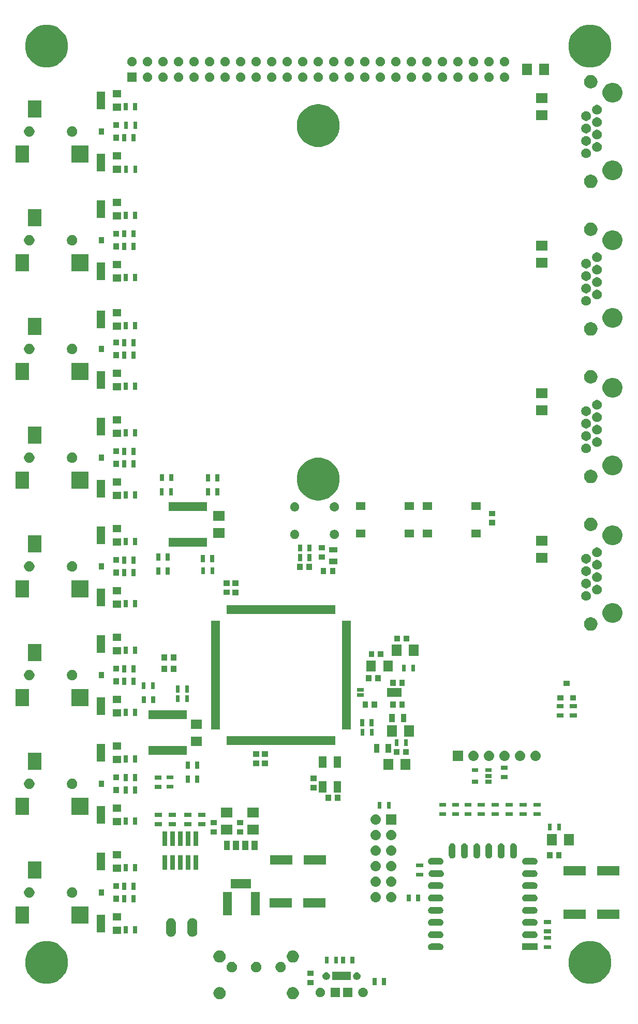
<source format=gts>
G04 #@! TF.GenerationSoftware,KiCad,Pcbnew,(5.0.1)-4*
G04 #@! TF.CreationDate,2019-01-15T19:26:54-05:00*
G04 #@! TF.ProjectId,CA6,4341362E6B696361645F706362000000,rev?*
G04 #@! TF.SameCoordinates,Original*
G04 #@! TF.FileFunction,Soldermask,Top*
G04 #@! TF.FilePolarity,Negative*
%FSLAX46Y46*%
G04 Gerber Fmt 4.6, Leading zero omitted, Abs format (unit mm)*
G04 Created by KiCad (PCBNEW (5.0.1)-4) date 1/15/2019 7:26:54 PM*
%MOMM*%
%LPD*%
G01*
G04 APERTURE LIST*
%ADD10C,0.150000*%
G04 APERTURE END LIST*
D10*
G36*
X72215770Y-185637372D02*
X72331689Y-185660429D01*
X72513678Y-185735811D01*
X72677463Y-185845249D01*
X72816751Y-185984537D01*
X72926189Y-186148322D01*
X73001571Y-186330311D01*
X73022130Y-186433668D01*
X73040000Y-186523507D01*
X73040000Y-186720493D01*
X73024628Y-186797770D01*
X73001571Y-186913689D01*
X72926189Y-187095678D01*
X72816751Y-187259463D01*
X72677463Y-187398751D01*
X72513678Y-187508189D01*
X72331689Y-187583571D01*
X72215770Y-187606628D01*
X72138493Y-187622000D01*
X71941507Y-187622000D01*
X71864230Y-187606628D01*
X71748311Y-187583571D01*
X71566322Y-187508189D01*
X71402537Y-187398751D01*
X71263249Y-187259463D01*
X71153811Y-187095678D01*
X71078429Y-186913689D01*
X71055372Y-186797770D01*
X71040000Y-186720493D01*
X71040000Y-186523507D01*
X71057870Y-186433668D01*
X71078429Y-186330311D01*
X71153811Y-186148322D01*
X71263249Y-185984537D01*
X71402537Y-185845249D01*
X71566322Y-185735811D01*
X71748311Y-185660429D01*
X71864230Y-185637372D01*
X71941507Y-185622000D01*
X72138493Y-185622000D01*
X72215770Y-185637372D01*
X72215770Y-185637372D01*
G37*
G36*
X60215770Y-185637372D02*
X60331689Y-185660429D01*
X60513678Y-185735811D01*
X60677463Y-185845249D01*
X60816751Y-185984537D01*
X60926189Y-186148322D01*
X61001571Y-186330311D01*
X61022130Y-186433668D01*
X61040000Y-186523507D01*
X61040000Y-186720493D01*
X61024628Y-186797770D01*
X61001571Y-186913689D01*
X60926189Y-187095678D01*
X60816751Y-187259463D01*
X60677463Y-187398751D01*
X60513678Y-187508189D01*
X60331689Y-187583571D01*
X60215770Y-187606628D01*
X60138493Y-187622000D01*
X59941507Y-187622000D01*
X59864230Y-187606628D01*
X59748311Y-187583571D01*
X59566322Y-187508189D01*
X59402537Y-187398751D01*
X59263249Y-187259463D01*
X59153811Y-187095678D01*
X59078429Y-186913689D01*
X59055372Y-186797770D01*
X59040000Y-186720493D01*
X59040000Y-186523507D01*
X59057870Y-186433668D01*
X59078429Y-186330311D01*
X59153811Y-186148322D01*
X59263249Y-185984537D01*
X59402537Y-185845249D01*
X59566322Y-185735811D01*
X59748311Y-185660429D01*
X59864230Y-185637372D01*
X59941507Y-185622000D01*
X60138493Y-185622000D01*
X60215770Y-185637372D01*
X60215770Y-185637372D01*
G37*
G36*
X81760000Y-187285000D02*
X80260000Y-187285000D01*
X80260000Y-185735000D01*
X81760000Y-185735000D01*
X81760000Y-187285000D01*
X81760000Y-187285000D01*
G37*
G36*
X76736059Y-185764782D02*
X76877099Y-185823203D01*
X77004037Y-185908020D01*
X77111980Y-186015963D01*
X77196797Y-186142901D01*
X77255218Y-186283941D01*
X77285000Y-186433668D01*
X77285000Y-186586332D01*
X77255218Y-186736059D01*
X77196797Y-186877099D01*
X77111980Y-187004037D01*
X77004037Y-187111980D01*
X76877099Y-187196797D01*
X76736059Y-187255218D01*
X76586332Y-187285000D01*
X76433668Y-187285000D01*
X76283941Y-187255218D01*
X76142901Y-187196797D01*
X76015963Y-187111980D01*
X75908020Y-187004037D01*
X75823203Y-186877099D01*
X75764782Y-186736059D01*
X75735000Y-186586332D01*
X75735000Y-186433668D01*
X75764782Y-186283941D01*
X75823203Y-186142901D01*
X75908020Y-186015963D01*
X76015963Y-185908020D01*
X76142901Y-185823203D01*
X76283941Y-185764782D01*
X76433668Y-185735000D01*
X76586332Y-185735000D01*
X76736059Y-185764782D01*
X76736059Y-185764782D01*
G37*
G36*
X83736059Y-185764782D02*
X83877099Y-185823203D01*
X84004037Y-185908020D01*
X84111980Y-186015963D01*
X84196797Y-186142901D01*
X84255218Y-186283941D01*
X84285000Y-186433668D01*
X84285000Y-186586332D01*
X84255218Y-186736059D01*
X84196797Y-186877099D01*
X84111980Y-187004037D01*
X84004037Y-187111980D01*
X83877099Y-187196797D01*
X83736059Y-187255218D01*
X83586332Y-187285000D01*
X83433668Y-187285000D01*
X83283941Y-187255218D01*
X83142901Y-187196797D01*
X83015963Y-187111980D01*
X82908020Y-187004037D01*
X82823203Y-186877099D01*
X82764782Y-186736059D01*
X82735000Y-186586332D01*
X82735000Y-186433668D01*
X82764782Y-186283941D01*
X82823203Y-186142901D01*
X82908020Y-186015963D01*
X83015963Y-185908020D01*
X83142901Y-185823203D01*
X83283941Y-185764782D01*
X83433668Y-185735000D01*
X83586332Y-185735000D01*
X83736059Y-185764782D01*
X83736059Y-185764782D01*
G37*
G36*
X79760000Y-187285000D02*
X78260000Y-187285000D01*
X78260000Y-185735000D01*
X79760000Y-185735000D01*
X79760000Y-187285000D01*
X79760000Y-187285000D01*
G37*
G36*
X75430400Y-185351400D02*
X74429600Y-185351400D01*
X74429600Y-184452200D01*
X75430400Y-184452200D01*
X75430400Y-185351400D01*
X75430400Y-185351400D01*
G37*
G36*
X87249000Y-185318400D02*
X86614000Y-185318400D01*
X86614000Y-184175400D01*
X87249000Y-184175400D01*
X87249000Y-185318400D01*
X87249000Y-185318400D01*
G37*
G36*
X85725000Y-185318400D02*
X85090000Y-185318400D01*
X85090000Y-184175400D01*
X85725000Y-184175400D01*
X85725000Y-185318400D01*
X85725000Y-185318400D01*
G37*
G36*
X121670912Y-178244503D02*
X122307872Y-178508340D01*
X122881120Y-178891372D01*
X123368628Y-179378880D01*
X123751660Y-179952128D01*
X123988333Y-180523509D01*
X124015497Y-180589088D01*
X124150000Y-181265279D01*
X124150000Y-181954721D01*
X124116315Y-182124066D01*
X124015497Y-182630912D01*
X123751660Y-183267872D01*
X123368628Y-183841120D01*
X122881120Y-184328628D01*
X122307872Y-184711660D01*
X121670912Y-184975497D01*
X120994721Y-185110000D01*
X120305279Y-185110000D01*
X119629088Y-184975497D01*
X118992128Y-184711660D01*
X118418880Y-184328628D01*
X117931372Y-183841120D01*
X117548340Y-183267872D01*
X117284503Y-182630912D01*
X117183685Y-182124066D01*
X117150000Y-181954721D01*
X117150000Y-181265279D01*
X117284503Y-180589088D01*
X117311667Y-180523509D01*
X117548340Y-179952128D01*
X117931372Y-179378880D01*
X118418880Y-178891372D01*
X118992128Y-178508340D01*
X119629088Y-178244503D01*
X120305279Y-178110000D01*
X120994721Y-178110000D01*
X121670912Y-178244503D01*
X121670912Y-178244503D01*
G37*
G36*
X32770912Y-178244503D02*
X33407872Y-178508340D01*
X33981120Y-178891372D01*
X34468628Y-179378880D01*
X34851660Y-179952128D01*
X35088333Y-180523509D01*
X35115497Y-180589088D01*
X35250000Y-181265279D01*
X35250000Y-181954721D01*
X35216315Y-182124066D01*
X35115497Y-182630912D01*
X34851660Y-183267872D01*
X34468628Y-183841120D01*
X33981120Y-184328628D01*
X33407872Y-184711660D01*
X32770912Y-184975497D01*
X32094721Y-185110000D01*
X31405279Y-185110000D01*
X30729088Y-184975497D01*
X30092128Y-184711660D01*
X29518880Y-184328628D01*
X29031372Y-183841120D01*
X28648340Y-183267872D01*
X28384503Y-182630912D01*
X28283685Y-182124066D01*
X28250000Y-181954721D01*
X28250000Y-181265279D01*
X28384503Y-180589088D01*
X28411667Y-180523509D01*
X28648340Y-179952128D01*
X29031372Y-179378880D01*
X29518880Y-178891372D01*
X30092128Y-178508340D01*
X30729088Y-178244503D01*
X31405279Y-178110000D01*
X32094721Y-178110000D01*
X32770912Y-178244503D01*
X32770912Y-178244503D01*
G37*
G36*
X81510000Y-184510000D02*
X78510000Y-184510000D01*
X78510000Y-183160000D01*
X81510000Y-183160000D01*
X81510000Y-184510000D01*
X81510000Y-184510000D01*
G37*
G36*
X77692303Y-183234018D02*
X77692305Y-183234019D01*
X77692306Y-183234019D01*
X77806048Y-183281132D01*
X77806049Y-183281133D01*
X77908417Y-183349533D01*
X77995467Y-183436583D01*
X77995469Y-183436586D01*
X78063868Y-183538952D01*
X78110981Y-183652694D01*
X78135000Y-183773443D01*
X78135000Y-183896557D01*
X78110981Y-184017306D01*
X78063868Y-184131048D01*
X78063867Y-184131049D01*
X77995467Y-184233417D01*
X77908417Y-184320467D01*
X77908414Y-184320469D01*
X77806048Y-184388868D01*
X77692306Y-184435981D01*
X77692305Y-184435981D01*
X77692303Y-184435982D01*
X77571559Y-184460000D01*
X77448441Y-184460000D01*
X77327697Y-184435982D01*
X77327695Y-184435981D01*
X77327694Y-184435981D01*
X77213952Y-184388868D01*
X77111586Y-184320469D01*
X77111583Y-184320467D01*
X77024533Y-184233417D01*
X76956133Y-184131049D01*
X76956132Y-184131048D01*
X76909019Y-184017306D01*
X76885000Y-183896557D01*
X76885000Y-183773443D01*
X76909019Y-183652694D01*
X76956132Y-183538952D01*
X77024531Y-183436586D01*
X77024533Y-183436583D01*
X77111583Y-183349533D01*
X77213951Y-183281133D01*
X77213952Y-183281132D01*
X77327694Y-183234019D01*
X77327695Y-183234019D01*
X77327697Y-183234018D01*
X77448441Y-183210000D01*
X77571559Y-183210000D01*
X77692303Y-183234018D01*
X77692303Y-183234018D01*
G37*
G36*
X82692303Y-183234018D02*
X82692305Y-183234019D01*
X82692306Y-183234019D01*
X82806048Y-183281132D01*
X82806049Y-183281133D01*
X82908417Y-183349533D01*
X82995467Y-183436583D01*
X82995469Y-183436586D01*
X83063868Y-183538952D01*
X83110981Y-183652694D01*
X83135000Y-183773443D01*
X83135000Y-183896557D01*
X83110981Y-184017306D01*
X83063868Y-184131048D01*
X83063867Y-184131049D01*
X82995467Y-184233417D01*
X82908417Y-184320467D01*
X82908414Y-184320469D01*
X82806048Y-184388868D01*
X82692306Y-184435981D01*
X82692305Y-184435981D01*
X82692303Y-184435982D01*
X82571559Y-184460000D01*
X82448441Y-184460000D01*
X82327697Y-184435982D01*
X82327695Y-184435981D01*
X82327694Y-184435981D01*
X82213952Y-184388868D01*
X82111586Y-184320469D01*
X82111583Y-184320467D01*
X82024533Y-184233417D01*
X81956133Y-184131049D01*
X81956132Y-184131048D01*
X81909019Y-184017306D01*
X81885000Y-183896557D01*
X81885000Y-183773443D01*
X81909019Y-183652694D01*
X81956132Y-183538952D01*
X82024531Y-183436586D01*
X82024533Y-183436583D01*
X82111583Y-183349533D01*
X82213951Y-183281133D01*
X82213952Y-183281132D01*
X82327694Y-183234019D01*
X82327695Y-183234019D01*
X82327697Y-183234018D01*
X82448441Y-183210000D01*
X82571559Y-183210000D01*
X82692303Y-183234018D01*
X82692303Y-183234018D01*
G37*
G36*
X75430400Y-183847800D02*
X74429600Y-183847800D01*
X74429600Y-182948600D01*
X75430400Y-182948600D01*
X75430400Y-183847800D01*
X75430400Y-183847800D01*
G37*
G36*
X70287934Y-181554664D02*
X70442627Y-181618740D01*
X70581847Y-181711764D01*
X70700236Y-181830153D01*
X70793260Y-181969373D01*
X70857336Y-182124066D01*
X70890000Y-182288281D01*
X70890000Y-182455719D01*
X70857336Y-182619934D01*
X70793260Y-182774627D01*
X70700236Y-182913847D01*
X70581847Y-183032236D01*
X70442627Y-183125260D01*
X70287934Y-183189336D01*
X70123719Y-183222000D01*
X69956281Y-183222000D01*
X69792066Y-183189336D01*
X69637373Y-183125260D01*
X69498153Y-183032236D01*
X69379764Y-182913847D01*
X69286740Y-182774627D01*
X69222664Y-182619934D01*
X69190000Y-182455719D01*
X69190000Y-182288281D01*
X69222664Y-182124066D01*
X69286740Y-181969373D01*
X69379764Y-181830153D01*
X69498153Y-181711764D01*
X69637373Y-181618740D01*
X69792066Y-181554664D01*
X69956281Y-181522000D01*
X70123719Y-181522000D01*
X70287934Y-181554664D01*
X70287934Y-181554664D01*
G37*
G36*
X62287934Y-181554664D02*
X62442627Y-181618740D01*
X62581847Y-181711764D01*
X62700236Y-181830153D01*
X62793260Y-181969373D01*
X62857336Y-182124066D01*
X62890000Y-182288281D01*
X62890000Y-182455719D01*
X62857336Y-182619934D01*
X62793260Y-182774627D01*
X62700236Y-182913847D01*
X62581847Y-183032236D01*
X62442627Y-183125260D01*
X62287934Y-183189336D01*
X62123719Y-183222000D01*
X61956281Y-183222000D01*
X61792066Y-183189336D01*
X61637373Y-183125260D01*
X61498153Y-183032236D01*
X61379764Y-182913847D01*
X61286740Y-182774627D01*
X61222664Y-182619934D01*
X61190000Y-182455719D01*
X61190000Y-182288281D01*
X61222664Y-182124066D01*
X61286740Y-181969373D01*
X61379764Y-181830153D01*
X61498153Y-181711764D01*
X61637373Y-181618740D01*
X61792066Y-181554664D01*
X61956281Y-181522000D01*
X62123719Y-181522000D01*
X62287934Y-181554664D01*
X62287934Y-181554664D01*
G37*
G36*
X66287934Y-181554664D02*
X66442627Y-181618740D01*
X66581847Y-181711764D01*
X66700236Y-181830153D01*
X66793260Y-181969373D01*
X66857336Y-182124066D01*
X66890000Y-182288281D01*
X66890000Y-182455719D01*
X66857336Y-182619934D01*
X66793260Y-182774627D01*
X66700236Y-182913847D01*
X66581847Y-183032236D01*
X66442627Y-183125260D01*
X66287934Y-183189336D01*
X66123719Y-183222000D01*
X65956281Y-183222000D01*
X65792066Y-183189336D01*
X65637373Y-183125260D01*
X65498153Y-183032236D01*
X65379764Y-182913847D01*
X65286740Y-182774627D01*
X65222664Y-182619934D01*
X65190000Y-182455719D01*
X65190000Y-182288281D01*
X65222664Y-182124066D01*
X65286740Y-181969373D01*
X65379764Y-181830153D01*
X65498153Y-181711764D01*
X65637373Y-181618740D01*
X65792066Y-181554664D01*
X65956281Y-181522000D01*
X66123719Y-181522000D01*
X66287934Y-181554664D01*
X66287934Y-181554664D01*
G37*
G36*
X79438500Y-181800500D02*
X78803500Y-181800500D01*
X78803500Y-180657500D01*
X79438500Y-180657500D01*
X79438500Y-181800500D01*
X79438500Y-181800500D01*
G37*
G36*
X77914500Y-181800500D02*
X77279500Y-181800500D01*
X77279500Y-180657500D01*
X77914500Y-180657500D01*
X77914500Y-181800500D01*
X77914500Y-181800500D01*
G37*
G36*
X82105500Y-181800500D02*
X81470500Y-181800500D01*
X81470500Y-180657500D01*
X82105500Y-180657500D01*
X82105500Y-181800500D01*
X82105500Y-181800500D01*
G37*
G36*
X80581500Y-181800500D02*
X79946500Y-181800500D01*
X79946500Y-180657500D01*
X80581500Y-180657500D01*
X80581500Y-181800500D01*
X80581500Y-181800500D01*
G37*
G36*
X72215770Y-179637372D02*
X72331689Y-179660429D01*
X72513678Y-179735811D01*
X72677463Y-179845249D01*
X72816751Y-179984537D01*
X72926189Y-180148322D01*
X73001571Y-180330311D01*
X73040000Y-180523509D01*
X73040000Y-180720491D01*
X73001571Y-180913689D01*
X72926189Y-181095678D01*
X72816751Y-181259463D01*
X72677463Y-181398751D01*
X72513678Y-181508189D01*
X72331689Y-181583571D01*
X72215770Y-181606628D01*
X72138493Y-181622000D01*
X71941507Y-181622000D01*
X71864230Y-181606628D01*
X71748311Y-181583571D01*
X71566322Y-181508189D01*
X71402537Y-181398751D01*
X71263249Y-181259463D01*
X71153811Y-181095678D01*
X71078429Y-180913689D01*
X71040000Y-180720491D01*
X71040000Y-180523509D01*
X71078429Y-180330311D01*
X71153811Y-180148322D01*
X71263249Y-179984537D01*
X71402537Y-179845249D01*
X71566322Y-179735811D01*
X71748311Y-179660429D01*
X71864230Y-179637372D01*
X71941507Y-179622000D01*
X72138493Y-179622000D01*
X72215770Y-179637372D01*
X72215770Y-179637372D01*
G37*
G36*
X60215770Y-179637372D02*
X60331689Y-179660429D01*
X60513678Y-179735811D01*
X60677463Y-179845249D01*
X60816751Y-179984537D01*
X60926189Y-180148322D01*
X61001571Y-180330311D01*
X61040000Y-180523509D01*
X61040000Y-180720491D01*
X61001571Y-180913689D01*
X60926189Y-181095678D01*
X60816751Y-181259463D01*
X60677463Y-181398751D01*
X60513678Y-181508189D01*
X60331689Y-181583571D01*
X60215770Y-181606628D01*
X60138493Y-181622000D01*
X59941507Y-181622000D01*
X59864230Y-181606628D01*
X59748311Y-181583571D01*
X59566322Y-181508189D01*
X59402537Y-181398751D01*
X59263249Y-181259463D01*
X59153811Y-181095678D01*
X59078429Y-180913689D01*
X59040000Y-180720491D01*
X59040000Y-180523509D01*
X59078429Y-180330311D01*
X59153811Y-180148322D01*
X59263249Y-179984537D01*
X59402537Y-179845249D01*
X59566322Y-179735811D01*
X59748311Y-179660429D01*
X59864230Y-179637372D01*
X59941507Y-179622000D01*
X60138493Y-179622000D01*
X60215770Y-179637372D01*
X60215770Y-179637372D01*
G37*
G36*
X112059000Y-179620000D02*
X109559000Y-179620000D01*
X109559000Y-178520000D01*
X112059000Y-178520000D01*
X112059000Y-179620000D01*
X112059000Y-179620000D01*
G37*
G36*
X96162952Y-178522653D02*
X96216819Y-178527958D01*
X96293518Y-178551225D01*
X96320498Y-178559409D01*
X96416039Y-178610476D01*
X96499790Y-178679210D01*
X96568524Y-178762961D01*
X96619591Y-178858502D01*
X96619592Y-178858506D01*
X96651042Y-178962181D01*
X96661661Y-179070000D01*
X96651042Y-179177819D01*
X96627775Y-179254518D01*
X96619591Y-179281498D01*
X96568524Y-179377039D01*
X96499790Y-179460790D01*
X96416039Y-179529524D01*
X96320498Y-179580591D01*
X96293518Y-179588775D01*
X96216819Y-179612042D01*
X96162952Y-179617347D01*
X96136019Y-179620000D01*
X94681981Y-179620000D01*
X94655048Y-179617347D01*
X94601181Y-179612042D01*
X94524482Y-179588775D01*
X94497502Y-179580591D01*
X94401961Y-179529524D01*
X94318210Y-179460790D01*
X94249476Y-179377039D01*
X94198409Y-179281498D01*
X94190225Y-179254518D01*
X94166958Y-179177819D01*
X94156339Y-179070000D01*
X94166958Y-178962181D01*
X94198408Y-178858506D01*
X94198409Y-178858502D01*
X94249476Y-178762961D01*
X94318210Y-178679210D01*
X94401961Y-178610476D01*
X94497502Y-178559409D01*
X94524482Y-178551225D01*
X94601181Y-178527958D01*
X94655048Y-178522653D01*
X94681981Y-178520000D01*
X96136019Y-178520000D01*
X96162952Y-178522653D01*
X96162952Y-178522653D01*
G37*
G36*
X114261500Y-179449500D02*
X113118500Y-179449500D01*
X113118500Y-178814500D01*
X114261500Y-178814500D01*
X114261500Y-179449500D01*
X114261500Y-179449500D01*
G37*
G36*
X114261500Y-177925500D02*
X113118500Y-177925500D01*
X113118500Y-177290500D01*
X114261500Y-177290500D01*
X114261500Y-177925500D01*
X114261500Y-177925500D01*
G37*
G36*
X111562952Y-176522653D02*
X111616819Y-176527958D01*
X111693518Y-176551225D01*
X111720498Y-176559409D01*
X111816039Y-176610476D01*
X111899790Y-176679210D01*
X111968524Y-176762961D01*
X112019591Y-176858502D01*
X112019592Y-176858506D01*
X112051042Y-176962181D01*
X112061661Y-177070000D01*
X112051042Y-177177819D01*
X112027775Y-177254518D01*
X112019591Y-177281498D01*
X111968524Y-177377039D01*
X111899790Y-177460790D01*
X111816039Y-177529524D01*
X111720498Y-177580591D01*
X111693518Y-177588775D01*
X111616819Y-177612042D01*
X111562952Y-177617347D01*
X111536019Y-177620000D01*
X110081981Y-177620000D01*
X110055048Y-177617347D01*
X110001181Y-177612042D01*
X109924482Y-177588775D01*
X109897502Y-177580591D01*
X109801961Y-177529524D01*
X109718210Y-177460790D01*
X109649476Y-177377039D01*
X109598409Y-177281498D01*
X109590225Y-177254518D01*
X109566958Y-177177819D01*
X109556339Y-177070000D01*
X109566958Y-176962181D01*
X109598408Y-176858506D01*
X109598409Y-176858502D01*
X109649476Y-176762961D01*
X109718210Y-176679210D01*
X109801961Y-176610476D01*
X109897502Y-176559409D01*
X109924482Y-176551225D01*
X110001181Y-176527958D01*
X110055048Y-176522653D01*
X110081981Y-176520000D01*
X111536019Y-176520000D01*
X111562952Y-176522653D01*
X111562952Y-176522653D01*
G37*
G36*
X96162952Y-176522653D02*
X96216819Y-176527958D01*
X96293518Y-176551225D01*
X96320498Y-176559409D01*
X96416039Y-176610476D01*
X96499790Y-176679210D01*
X96568524Y-176762961D01*
X96619591Y-176858502D01*
X96619592Y-176858506D01*
X96651042Y-176962181D01*
X96661661Y-177070000D01*
X96651042Y-177177819D01*
X96627775Y-177254518D01*
X96619591Y-177281498D01*
X96568524Y-177377039D01*
X96499790Y-177460790D01*
X96416039Y-177529524D01*
X96320498Y-177580591D01*
X96293518Y-177588775D01*
X96216819Y-177612042D01*
X96162952Y-177617347D01*
X96136019Y-177620000D01*
X94681981Y-177620000D01*
X94655048Y-177617347D01*
X94601181Y-177612042D01*
X94524482Y-177588775D01*
X94497502Y-177580591D01*
X94401961Y-177529524D01*
X94318210Y-177460790D01*
X94249476Y-177377039D01*
X94198409Y-177281498D01*
X94190225Y-177254518D01*
X94166958Y-177177819D01*
X94156339Y-177070000D01*
X94166958Y-176962181D01*
X94198408Y-176858506D01*
X94198409Y-176858502D01*
X94249476Y-176762961D01*
X94318210Y-176679210D01*
X94401961Y-176610476D01*
X94497502Y-176559409D01*
X94524482Y-176551225D01*
X94601181Y-176527958D01*
X94655048Y-176522653D01*
X94681981Y-176520000D01*
X96136019Y-176520000D01*
X96162952Y-176522653D01*
X96162952Y-176522653D01*
G37*
G36*
X55754846Y-174382577D02*
X55866422Y-174416424D01*
X55905669Y-174428329D01*
X56044662Y-174502622D01*
X56166491Y-174602605D01*
X56166493Y-174602607D01*
X56172951Y-174610476D01*
X56266480Y-174724440D01*
X56340771Y-174863430D01*
X56352676Y-174902677D01*
X56386523Y-175014253D01*
X56398100Y-175131797D01*
X56398100Y-176658203D01*
X56386523Y-176775747D01*
X56361419Y-176858502D01*
X56340771Y-176926570D01*
X56266480Y-177065560D01*
X56166493Y-177187393D01*
X56044660Y-177287380D01*
X55905670Y-177361671D01*
X55866423Y-177373576D01*
X55754847Y-177407423D01*
X55650282Y-177417722D01*
X55598001Y-177422871D01*
X55598000Y-177422871D01*
X55441154Y-177407423D01*
X55329578Y-177373576D01*
X55290331Y-177361671D01*
X55151341Y-177287380D01*
X55029508Y-177187393D01*
X54929521Y-177065560D01*
X54855230Y-176926570D01*
X54834582Y-176858502D01*
X54809478Y-176775747D01*
X54797901Y-176658203D01*
X54797900Y-175131798D01*
X54809477Y-175014254D01*
X54855228Y-174863435D01*
X54855229Y-174863431D01*
X54929522Y-174724438D01*
X55029505Y-174602609D01*
X55029510Y-174602605D01*
X55082145Y-174559408D01*
X55151340Y-174502620D01*
X55290330Y-174428329D01*
X55329577Y-174416424D01*
X55441153Y-174382577D01*
X55545718Y-174372278D01*
X55597999Y-174367129D01*
X55598000Y-174367129D01*
X55754846Y-174382577D01*
X55754846Y-174382577D01*
G37*
G36*
X52252353Y-174382393D02*
X52279986Y-174390775D01*
X52400782Y-174427418D01*
X52400784Y-174427419D01*
X52537573Y-174500534D01*
X52657467Y-174598929D01*
X52657469Y-174598931D01*
X52666946Y-174610479D01*
X52755867Y-174718829D01*
X52779456Y-174762961D01*
X52828982Y-174855617D01*
X52861307Y-174962181D01*
X52874007Y-175004046D01*
X52885400Y-175119723D01*
X52885400Y-176670277D01*
X52874007Y-176785954D01*
X52828981Y-176934385D01*
X52755867Y-177071171D01*
X52657469Y-177191069D01*
X52537571Y-177289467D01*
X52400785Y-177362581D01*
X52400783Y-177362582D01*
X52279987Y-177399225D01*
X52252354Y-177407607D01*
X52098000Y-177422809D01*
X51943647Y-177407607D01*
X51916014Y-177399225D01*
X51795218Y-177362582D01*
X51795216Y-177362581D01*
X51658430Y-177289467D01*
X51538532Y-177191069D01*
X51440134Y-177071171D01*
X51367020Y-176934385D01*
X51321994Y-176785954D01*
X51310601Y-176670277D01*
X51310600Y-175119724D01*
X51321993Y-175004047D01*
X51364648Y-174863431D01*
X51367018Y-174855618D01*
X51367020Y-174855615D01*
X51440134Y-174718827D01*
X51538529Y-174598933D01*
X51538534Y-174598929D01*
X51634709Y-174520000D01*
X51658429Y-174500533D01*
X51795215Y-174427419D01*
X51795217Y-174427418D01*
X51916013Y-174390775D01*
X51943646Y-174382393D01*
X52098000Y-174367191D01*
X52252353Y-174382393D01*
X52252353Y-174382393D01*
G37*
G36*
X43940000Y-176960000D02*
X42540000Y-176960000D01*
X42540000Y-175760000D01*
X43940000Y-175760000D01*
X43940000Y-176960000D01*
X43940000Y-176960000D01*
G37*
G36*
X114261500Y-176859500D02*
X113118500Y-176859500D01*
X113118500Y-176224500D01*
X114261500Y-176224500D01*
X114261500Y-176859500D01*
X114261500Y-176859500D01*
G37*
G36*
X46545500Y-176847500D02*
X45910500Y-176847500D01*
X45910500Y-175704500D01*
X46545500Y-175704500D01*
X46545500Y-176847500D01*
X46545500Y-176847500D01*
G37*
G36*
X45021500Y-176847500D02*
X44386500Y-176847500D01*
X44386500Y-175704500D01*
X45021500Y-175704500D01*
X45021500Y-176847500D01*
X45021500Y-176847500D01*
G37*
G36*
X41340000Y-176660000D02*
X39940000Y-176660000D01*
X39940000Y-173860000D01*
X41340000Y-173860000D01*
X41340000Y-176660000D01*
X41340000Y-176660000D01*
G37*
G36*
X96162952Y-174522653D02*
X96216819Y-174527958D01*
X96293518Y-174551225D01*
X96320498Y-174559409D01*
X96416039Y-174610476D01*
X96499790Y-174679210D01*
X96568524Y-174762961D01*
X96619591Y-174858502D01*
X96619592Y-174858506D01*
X96651042Y-174962181D01*
X96661661Y-175070000D01*
X96651042Y-175177819D01*
X96627775Y-175254518D01*
X96619591Y-175281498D01*
X96568524Y-175377039D01*
X96499790Y-175460790D01*
X96416039Y-175529524D01*
X96320498Y-175580591D01*
X96293518Y-175588775D01*
X96216819Y-175612042D01*
X96162952Y-175617347D01*
X96136019Y-175620000D01*
X94681981Y-175620000D01*
X94655048Y-175617347D01*
X94601181Y-175612042D01*
X94524482Y-175588775D01*
X94497502Y-175580591D01*
X94401961Y-175529524D01*
X94318210Y-175460790D01*
X94249476Y-175377039D01*
X94198409Y-175281498D01*
X94190225Y-175254518D01*
X94166958Y-175177819D01*
X94156339Y-175070000D01*
X94166958Y-174962181D01*
X94198408Y-174858506D01*
X94198409Y-174858502D01*
X94249476Y-174762961D01*
X94318210Y-174679210D01*
X94401961Y-174610476D01*
X94497502Y-174559409D01*
X94524482Y-174551225D01*
X94601181Y-174527958D01*
X94655048Y-174522653D01*
X94681981Y-174520000D01*
X96136019Y-174520000D01*
X96162952Y-174522653D01*
X96162952Y-174522653D01*
G37*
G36*
X111562952Y-174522653D02*
X111616819Y-174527958D01*
X111693518Y-174551225D01*
X111720498Y-174559409D01*
X111816039Y-174610476D01*
X111899790Y-174679210D01*
X111968524Y-174762961D01*
X112019591Y-174858502D01*
X112019592Y-174858506D01*
X112051042Y-174962181D01*
X112061661Y-175070000D01*
X112051042Y-175177819D01*
X112027775Y-175254518D01*
X112019591Y-175281498D01*
X111968524Y-175377039D01*
X111899790Y-175460790D01*
X111816039Y-175529524D01*
X111720498Y-175580591D01*
X111693518Y-175588775D01*
X111616819Y-175612042D01*
X111562952Y-175617347D01*
X111536019Y-175620000D01*
X110081981Y-175620000D01*
X110055048Y-175617347D01*
X110001181Y-175612042D01*
X109924482Y-175588775D01*
X109897502Y-175580591D01*
X109801961Y-175529524D01*
X109718210Y-175460790D01*
X109649476Y-175377039D01*
X109598409Y-175281498D01*
X109590225Y-175254518D01*
X109566958Y-175177819D01*
X109556339Y-175070000D01*
X109566958Y-174962181D01*
X109598408Y-174858506D01*
X109598409Y-174858502D01*
X109649476Y-174762961D01*
X109718210Y-174679210D01*
X109801961Y-174610476D01*
X109897502Y-174559409D01*
X109924482Y-174551225D01*
X110001181Y-174527958D01*
X110055048Y-174522653D01*
X110081981Y-174520000D01*
X111536019Y-174520000D01*
X111562952Y-174522653D01*
X111562952Y-174522653D01*
G37*
G36*
X114261500Y-175335500D02*
X113118500Y-175335500D01*
X113118500Y-174700500D01*
X114261500Y-174700500D01*
X114261500Y-175335500D01*
X114261500Y-175335500D01*
G37*
G36*
X28892500Y-175285400D02*
X26682700Y-175285400D01*
X26682700Y-172491400D01*
X28892500Y-172491400D01*
X28892500Y-175285400D01*
X28892500Y-175285400D01*
G37*
G36*
X38582600Y-175285400D02*
X35788600Y-175285400D01*
X35788600Y-172491400D01*
X38582600Y-172491400D01*
X38582600Y-175285400D01*
X38582600Y-175285400D01*
G37*
G36*
X43940000Y-174760000D02*
X42540000Y-174760000D01*
X42540000Y-173560000D01*
X43940000Y-173560000D01*
X43940000Y-174760000D01*
X43940000Y-174760000D01*
G37*
G36*
X125454400Y-174536100D02*
X121855200Y-174536100D01*
X121855200Y-172935900D01*
X125454400Y-172935900D01*
X125454400Y-174536100D01*
X125454400Y-174536100D01*
G37*
G36*
X119952800Y-174536100D02*
X116353600Y-174536100D01*
X116353600Y-172935900D01*
X119952800Y-172935900D01*
X119952800Y-174536100D01*
X119952800Y-174536100D01*
G37*
G36*
X66614500Y-173925000D02*
X65217500Y-173925000D01*
X65217500Y-170115000D01*
X66614500Y-170115000D01*
X66614500Y-173925000D01*
X66614500Y-173925000D01*
G37*
G36*
X62042500Y-173925000D02*
X60645500Y-173925000D01*
X60645500Y-170115000D01*
X62042500Y-170115000D01*
X62042500Y-173925000D01*
X62042500Y-173925000D01*
G37*
G36*
X111562952Y-172522653D02*
X111616819Y-172527958D01*
X111693518Y-172551225D01*
X111720498Y-172559409D01*
X111816039Y-172610476D01*
X111899790Y-172679210D01*
X111968524Y-172762961D01*
X112019591Y-172858502D01*
X112019592Y-172858506D01*
X112051042Y-172962181D01*
X112061661Y-173070000D01*
X112051042Y-173177819D01*
X112027775Y-173254518D01*
X112019591Y-173281498D01*
X111968524Y-173377039D01*
X111899790Y-173460790D01*
X111816039Y-173529524D01*
X111720498Y-173580591D01*
X111693518Y-173588775D01*
X111616819Y-173612042D01*
X111562952Y-173617347D01*
X111536019Y-173620000D01*
X110081981Y-173620000D01*
X110055048Y-173617347D01*
X110001181Y-173612042D01*
X109924482Y-173588775D01*
X109897502Y-173580591D01*
X109801961Y-173529524D01*
X109718210Y-173460790D01*
X109649476Y-173377039D01*
X109598409Y-173281498D01*
X109590225Y-173254518D01*
X109566958Y-173177819D01*
X109556339Y-173070000D01*
X109566958Y-172962181D01*
X109598408Y-172858506D01*
X109598409Y-172858502D01*
X109649476Y-172762961D01*
X109718210Y-172679210D01*
X109801961Y-172610476D01*
X109897502Y-172559409D01*
X109924482Y-172551225D01*
X110001181Y-172527958D01*
X110055048Y-172522653D01*
X110081981Y-172520000D01*
X111536019Y-172520000D01*
X111562952Y-172522653D01*
X111562952Y-172522653D01*
G37*
G36*
X96162952Y-172522653D02*
X96216819Y-172527958D01*
X96293518Y-172551225D01*
X96320498Y-172559409D01*
X96416039Y-172610476D01*
X96499790Y-172679210D01*
X96568524Y-172762961D01*
X96619591Y-172858502D01*
X96619592Y-172858506D01*
X96651042Y-172962181D01*
X96661661Y-173070000D01*
X96651042Y-173177819D01*
X96627775Y-173254518D01*
X96619591Y-173281498D01*
X96568524Y-173377039D01*
X96499790Y-173460790D01*
X96416039Y-173529524D01*
X96320498Y-173580591D01*
X96293518Y-173588775D01*
X96216819Y-173612042D01*
X96162952Y-173617347D01*
X96136019Y-173620000D01*
X94681981Y-173620000D01*
X94655048Y-173617347D01*
X94601181Y-173612042D01*
X94524482Y-173588775D01*
X94497502Y-173580591D01*
X94401961Y-173529524D01*
X94318210Y-173460790D01*
X94249476Y-173377039D01*
X94198409Y-173281498D01*
X94190225Y-173254518D01*
X94166958Y-173177819D01*
X94156339Y-173070000D01*
X94166958Y-172962181D01*
X94198408Y-172858506D01*
X94198409Y-172858502D01*
X94249476Y-172762961D01*
X94318210Y-172679210D01*
X94401961Y-172610476D01*
X94497502Y-172559409D01*
X94524482Y-172551225D01*
X94601181Y-172527958D01*
X94655048Y-172522653D01*
X94681981Y-172520000D01*
X96136019Y-172520000D01*
X96162952Y-172522653D01*
X96162952Y-172522653D01*
G37*
G36*
X71858800Y-172670100D02*
X68259600Y-172670100D01*
X68259600Y-171069900D01*
X71858800Y-171069900D01*
X71858800Y-172670100D01*
X71858800Y-172670100D01*
G37*
G36*
X77360400Y-172670100D02*
X73761200Y-172670100D01*
X73761200Y-171069900D01*
X77360400Y-171069900D01*
X77360400Y-172670100D01*
X77360400Y-172670100D01*
G37*
G36*
X88304630Y-170104299D02*
X88464855Y-170152903D01*
X88612520Y-170231831D01*
X88741949Y-170338051D01*
X88848169Y-170467480D01*
X88927097Y-170615145D01*
X88975701Y-170775370D01*
X88992112Y-170942000D01*
X88975701Y-171108630D01*
X88927097Y-171268855D01*
X88848169Y-171416520D01*
X88741949Y-171545949D01*
X88612520Y-171652169D01*
X88464855Y-171731097D01*
X88304630Y-171779701D01*
X88179752Y-171792000D01*
X88096248Y-171792000D01*
X87971370Y-171779701D01*
X87811145Y-171731097D01*
X87663480Y-171652169D01*
X87534051Y-171545949D01*
X87427831Y-171416520D01*
X87348903Y-171268855D01*
X87300299Y-171108630D01*
X87283888Y-170942000D01*
X87300299Y-170775370D01*
X87348903Y-170615145D01*
X87427831Y-170467480D01*
X87534051Y-170338051D01*
X87663480Y-170231831D01*
X87811145Y-170152903D01*
X87971370Y-170104299D01*
X88096248Y-170092000D01*
X88179752Y-170092000D01*
X88304630Y-170104299D01*
X88304630Y-170104299D01*
G37*
G36*
X85764630Y-170104299D02*
X85924855Y-170152903D01*
X86072520Y-170231831D01*
X86201949Y-170338051D01*
X86308169Y-170467480D01*
X86387097Y-170615145D01*
X86435701Y-170775370D01*
X86452112Y-170942000D01*
X86435701Y-171108630D01*
X86387097Y-171268855D01*
X86308169Y-171416520D01*
X86201949Y-171545949D01*
X86072520Y-171652169D01*
X85924855Y-171731097D01*
X85764630Y-171779701D01*
X85639752Y-171792000D01*
X85556248Y-171792000D01*
X85431370Y-171779701D01*
X85271145Y-171731097D01*
X85123480Y-171652169D01*
X84994051Y-171545949D01*
X84887831Y-171416520D01*
X84808903Y-171268855D01*
X84760299Y-171108630D01*
X84743888Y-170942000D01*
X84760299Y-170775370D01*
X84808903Y-170615145D01*
X84887831Y-170467480D01*
X84994051Y-170338051D01*
X85123480Y-170231831D01*
X85271145Y-170152903D01*
X85431370Y-170104299D01*
X85556248Y-170092000D01*
X85639752Y-170092000D01*
X85764630Y-170104299D01*
X85764630Y-170104299D01*
G37*
G36*
X46291500Y-171767500D02*
X45656500Y-171767500D01*
X45656500Y-170624500D01*
X46291500Y-170624500D01*
X46291500Y-171767500D01*
X46291500Y-171767500D01*
G37*
G36*
X44767500Y-171767500D02*
X44132500Y-171767500D01*
X44132500Y-170624500D01*
X44767500Y-170624500D01*
X44767500Y-171767500D01*
X44767500Y-171767500D01*
G37*
G36*
X43560000Y-171730000D02*
X42660000Y-171730000D01*
X42660000Y-170730000D01*
X43560000Y-170730000D01*
X43560000Y-171730000D01*
X43560000Y-171730000D01*
G37*
G36*
X92839500Y-171631500D02*
X92204500Y-171631500D01*
X92204500Y-170488500D01*
X92839500Y-170488500D01*
X92839500Y-171631500D01*
X92839500Y-171631500D01*
G37*
G36*
X91315500Y-171631500D02*
X90680500Y-171631500D01*
X90680500Y-170488500D01*
X91315500Y-170488500D01*
X91315500Y-171631500D01*
X91315500Y-171631500D01*
G37*
G36*
X111562952Y-170522653D02*
X111616819Y-170527958D01*
X111693518Y-170551225D01*
X111720498Y-170559409D01*
X111816039Y-170610476D01*
X111899790Y-170679210D01*
X111968524Y-170762961D01*
X112019591Y-170858502D01*
X112019592Y-170858506D01*
X112051042Y-170962181D01*
X112061661Y-171070000D01*
X112051042Y-171177819D01*
X112027775Y-171254518D01*
X112019591Y-171281498D01*
X111968524Y-171377039D01*
X111899790Y-171460790D01*
X111816039Y-171529524D01*
X111720498Y-171580591D01*
X111693518Y-171588775D01*
X111616819Y-171612042D01*
X111562952Y-171617347D01*
X111536019Y-171620000D01*
X110081981Y-171620000D01*
X110055048Y-171617347D01*
X110001181Y-171612042D01*
X109924482Y-171588775D01*
X109897502Y-171580591D01*
X109801961Y-171529524D01*
X109718210Y-171460790D01*
X109649476Y-171377039D01*
X109598409Y-171281498D01*
X109590225Y-171254518D01*
X109566958Y-171177819D01*
X109556339Y-171070000D01*
X109566958Y-170962181D01*
X109598408Y-170858506D01*
X109598409Y-170858502D01*
X109649476Y-170762961D01*
X109718210Y-170679210D01*
X109801961Y-170610476D01*
X109897502Y-170559409D01*
X109924482Y-170551225D01*
X110001181Y-170527958D01*
X110055048Y-170522653D01*
X110081981Y-170520000D01*
X111536019Y-170520000D01*
X111562952Y-170522653D01*
X111562952Y-170522653D01*
G37*
G36*
X96162952Y-170522653D02*
X96216819Y-170527958D01*
X96293518Y-170551225D01*
X96320498Y-170559409D01*
X96416039Y-170610476D01*
X96499790Y-170679210D01*
X96568524Y-170762961D01*
X96619591Y-170858502D01*
X96619592Y-170858506D01*
X96651042Y-170962181D01*
X96661661Y-171070000D01*
X96651042Y-171177819D01*
X96627775Y-171254518D01*
X96619591Y-171281498D01*
X96568524Y-171377039D01*
X96499790Y-171460790D01*
X96416039Y-171529524D01*
X96320498Y-171580591D01*
X96293518Y-171588775D01*
X96216819Y-171612042D01*
X96162952Y-171617347D01*
X96136019Y-171620000D01*
X94681981Y-171620000D01*
X94655048Y-171617347D01*
X94601181Y-171612042D01*
X94524482Y-171588775D01*
X94497502Y-171580591D01*
X94401961Y-171529524D01*
X94318210Y-171460790D01*
X94249476Y-171377039D01*
X94198409Y-171281498D01*
X94190225Y-171254518D01*
X94166958Y-171177819D01*
X94156339Y-171070000D01*
X94166958Y-170962181D01*
X94198408Y-170858506D01*
X94198409Y-170858502D01*
X94249476Y-170762961D01*
X94318210Y-170679210D01*
X94401961Y-170610476D01*
X94497502Y-170559409D01*
X94524482Y-170551225D01*
X94601181Y-170527958D01*
X94655048Y-170522653D01*
X94681981Y-170520000D01*
X96136019Y-170520000D01*
X96162952Y-170522653D01*
X96162952Y-170522653D01*
G37*
G36*
X36163796Y-169361799D02*
X36163799Y-169361800D01*
X36163798Y-169361800D01*
X36318652Y-169425942D01*
X36441460Y-169508000D01*
X36458020Y-169519065D01*
X36576535Y-169637580D01*
X36576537Y-169637583D01*
X36669658Y-169776948D01*
X36719269Y-169896721D01*
X36733801Y-169931804D01*
X36766500Y-170096192D01*
X36766500Y-170263808D01*
X36733801Y-170428196D01*
X36733800Y-170428198D01*
X36669658Y-170583052D01*
X36669657Y-170583053D01*
X36576535Y-170722420D01*
X36458020Y-170840935D01*
X36458017Y-170840937D01*
X36318652Y-170934058D01*
X36198879Y-170983669D01*
X36163796Y-170998201D01*
X35999408Y-171030900D01*
X35831792Y-171030900D01*
X35667404Y-170998201D01*
X35632321Y-170983669D01*
X35512548Y-170934058D01*
X35373183Y-170840937D01*
X35373180Y-170840935D01*
X35254665Y-170722420D01*
X35161543Y-170583053D01*
X35161542Y-170583052D01*
X35097400Y-170428198D01*
X35097399Y-170428196D01*
X35064700Y-170263808D01*
X35064700Y-170096192D01*
X35097399Y-169931804D01*
X35111931Y-169896721D01*
X35161542Y-169776948D01*
X35254663Y-169637583D01*
X35254665Y-169637580D01*
X35373180Y-169519065D01*
X35389740Y-169508000D01*
X35512548Y-169425942D01*
X35667402Y-169361800D01*
X35667401Y-169361800D01*
X35667404Y-169361799D01*
X35831792Y-169329100D01*
X35999408Y-169329100D01*
X36163796Y-169361799D01*
X36163796Y-169361799D01*
G37*
G36*
X29153396Y-169361799D02*
X29153399Y-169361800D01*
X29153398Y-169361800D01*
X29308252Y-169425942D01*
X29431060Y-169508000D01*
X29447620Y-169519065D01*
X29566135Y-169637580D01*
X29566137Y-169637583D01*
X29659258Y-169776948D01*
X29708869Y-169896721D01*
X29723401Y-169931804D01*
X29756100Y-170096192D01*
X29756100Y-170263808D01*
X29723401Y-170428196D01*
X29723400Y-170428198D01*
X29659258Y-170583052D01*
X29659257Y-170583053D01*
X29566135Y-170722420D01*
X29447620Y-170840935D01*
X29447617Y-170840937D01*
X29308252Y-170934058D01*
X29188479Y-170983669D01*
X29153396Y-170998201D01*
X28989008Y-171030900D01*
X28821392Y-171030900D01*
X28657004Y-170998201D01*
X28621921Y-170983669D01*
X28502148Y-170934058D01*
X28362783Y-170840937D01*
X28362780Y-170840935D01*
X28244265Y-170722420D01*
X28151143Y-170583053D01*
X28151142Y-170583052D01*
X28087000Y-170428198D01*
X28086999Y-170428196D01*
X28054300Y-170263808D01*
X28054300Y-170096192D01*
X28086999Y-169931804D01*
X28101531Y-169896721D01*
X28151142Y-169776948D01*
X28244263Y-169637583D01*
X28244265Y-169637580D01*
X28362780Y-169519065D01*
X28379340Y-169508000D01*
X28502148Y-169425942D01*
X28657002Y-169361800D01*
X28657001Y-169361800D01*
X28657004Y-169361799D01*
X28821392Y-169329100D01*
X28989008Y-169329100D01*
X29153396Y-169361799D01*
X29153396Y-169361799D01*
G37*
G36*
X41160000Y-170680000D02*
X40260000Y-170680000D01*
X40260000Y-169680000D01*
X41160000Y-169680000D01*
X41160000Y-170680000D01*
X41160000Y-170680000D01*
G37*
G36*
X44767500Y-169735500D02*
X44132500Y-169735500D01*
X44132500Y-168592500D01*
X44767500Y-168592500D01*
X44767500Y-169735500D01*
X44767500Y-169735500D01*
G37*
G36*
X46291500Y-169735500D02*
X45656500Y-169735500D01*
X45656500Y-168592500D01*
X46291500Y-168592500D01*
X46291500Y-169735500D01*
X46291500Y-169735500D01*
G37*
G36*
X43560000Y-169630000D02*
X42660000Y-169630000D01*
X42660000Y-168630000D01*
X43560000Y-168630000D01*
X43560000Y-169630000D01*
X43560000Y-169630000D01*
G37*
G36*
X96162952Y-168522653D02*
X96216819Y-168527958D01*
X96293518Y-168551225D01*
X96320498Y-168559409D01*
X96416039Y-168610476D01*
X96499790Y-168679210D01*
X96568524Y-168762961D01*
X96619591Y-168858502D01*
X96619592Y-168858506D01*
X96651042Y-168962181D01*
X96661661Y-169070000D01*
X96651042Y-169177819D01*
X96647014Y-169191097D01*
X96619591Y-169281498D01*
X96568524Y-169377039D01*
X96499790Y-169460790D01*
X96416039Y-169529524D01*
X96320498Y-169580591D01*
X96293518Y-169588775D01*
X96216819Y-169612042D01*
X96162952Y-169617347D01*
X96136019Y-169620000D01*
X94681981Y-169620000D01*
X94655048Y-169617347D01*
X94601181Y-169612042D01*
X94524482Y-169588775D01*
X94497502Y-169580591D01*
X94401961Y-169529524D01*
X94318210Y-169460790D01*
X94249476Y-169377039D01*
X94198409Y-169281498D01*
X94170986Y-169191097D01*
X94166958Y-169177819D01*
X94156339Y-169070000D01*
X94166958Y-168962181D01*
X94198408Y-168858506D01*
X94198409Y-168858502D01*
X94249476Y-168762961D01*
X94318210Y-168679210D01*
X94401961Y-168610476D01*
X94497502Y-168559409D01*
X94524482Y-168551225D01*
X94601181Y-168527958D01*
X94655048Y-168522653D01*
X94681981Y-168520000D01*
X96136019Y-168520000D01*
X96162952Y-168522653D01*
X96162952Y-168522653D01*
G37*
G36*
X111562952Y-168522653D02*
X111616819Y-168527958D01*
X111693518Y-168551225D01*
X111720498Y-168559409D01*
X111816039Y-168610476D01*
X111899790Y-168679210D01*
X111968524Y-168762961D01*
X112019591Y-168858502D01*
X112019592Y-168858506D01*
X112051042Y-168962181D01*
X112061661Y-169070000D01*
X112051042Y-169177819D01*
X112047014Y-169191097D01*
X112019591Y-169281498D01*
X111968524Y-169377039D01*
X111899790Y-169460790D01*
X111816039Y-169529524D01*
X111720498Y-169580591D01*
X111693518Y-169588775D01*
X111616819Y-169612042D01*
X111562952Y-169617347D01*
X111536019Y-169620000D01*
X110081981Y-169620000D01*
X110055048Y-169617347D01*
X110001181Y-169612042D01*
X109924482Y-169588775D01*
X109897502Y-169580591D01*
X109801961Y-169529524D01*
X109718210Y-169460790D01*
X109649476Y-169377039D01*
X109598409Y-169281498D01*
X109570986Y-169191097D01*
X109566958Y-169177819D01*
X109556339Y-169070000D01*
X109566958Y-168962181D01*
X109598408Y-168858506D01*
X109598409Y-168858502D01*
X109649476Y-168762961D01*
X109718210Y-168679210D01*
X109801961Y-168610476D01*
X109897502Y-168559409D01*
X109924482Y-168551225D01*
X110001181Y-168527958D01*
X110055048Y-168522653D01*
X110081981Y-168520000D01*
X111536019Y-168520000D01*
X111562952Y-168522653D01*
X111562952Y-168522653D01*
G37*
G36*
X65150000Y-169508000D02*
X61850000Y-169508000D01*
X61850000Y-168008000D01*
X65150000Y-168008000D01*
X65150000Y-169508000D01*
X65150000Y-169508000D01*
G37*
G36*
X88304630Y-167564299D02*
X88464855Y-167612903D01*
X88612520Y-167691831D01*
X88741949Y-167798051D01*
X88848169Y-167927480D01*
X88927097Y-168075145D01*
X88975701Y-168235370D01*
X88992112Y-168402000D01*
X88975701Y-168568630D01*
X88927097Y-168728855D01*
X88848169Y-168876520D01*
X88741949Y-169005949D01*
X88612520Y-169112169D01*
X88464855Y-169191097D01*
X88304630Y-169239701D01*
X88179752Y-169252000D01*
X88096248Y-169252000D01*
X87971370Y-169239701D01*
X87811145Y-169191097D01*
X87663480Y-169112169D01*
X87534051Y-169005949D01*
X87427831Y-168876520D01*
X87348903Y-168728855D01*
X87300299Y-168568630D01*
X87283888Y-168402000D01*
X87300299Y-168235370D01*
X87348903Y-168075145D01*
X87427831Y-167927480D01*
X87534051Y-167798051D01*
X87663480Y-167691831D01*
X87811145Y-167612903D01*
X87971370Y-167564299D01*
X88096248Y-167552000D01*
X88179752Y-167552000D01*
X88304630Y-167564299D01*
X88304630Y-167564299D01*
G37*
G36*
X85764630Y-167564299D02*
X85924855Y-167612903D01*
X86072520Y-167691831D01*
X86201949Y-167798051D01*
X86308169Y-167927480D01*
X86387097Y-168075145D01*
X86435701Y-168235370D01*
X86452112Y-168402000D01*
X86435701Y-168568630D01*
X86387097Y-168728855D01*
X86308169Y-168876520D01*
X86201949Y-169005949D01*
X86072520Y-169112169D01*
X85924855Y-169191097D01*
X85764630Y-169239701D01*
X85639752Y-169252000D01*
X85556248Y-169252000D01*
X85431370Y-169239701D01*
X85271145Y-169191097D01*
X85123480Y-169112169D01*
X84994051Y-169005949D01*
X84887831Y-168876520D01*
X84808903Y-168728855D01*
X84760299Y-168568630D01*
X84743888Y-168402000D01*
X84760299Y-168235370D01*
X84808903Y-168075145D01*
X84887831Y-167927480D01*
X84994051Y-167798051D01*
X85123480Y-167691831D01*
X85271145Y-167612903D01*
X85431370Y-167564299D01*
X85556248Y-167552000D01*
X85639752Y-167552000D01*
X85764630Y-167564299D01*
X85764630Y-167564299D01*
G37*
G36*
X30899100Y-167868600D02*
X28689300Y-167868600D01*
X28689300Y-165074600D01*
X30899100Y-165074600D01*
X30899100Y-167868600D01*
X30899100Y-167868600D01*
G37*
G36*
X96262952Y-166522653D02*
X96316819Y-166527958D01*
X96393518Y-166551225D01*
X96420498Y-166559409D01*
X96516039Y-166610476D01*
X96599790Y-166679210D01*
X96668524Y-166762961D01*
X96719591Y-166858502D01*
X96719592Y-166858506D01*
X96751042Y-166962181D01*
X96761661Y-167070000D01*
X96751042Y-167177819D01*
X96727775Y-167254518D01*
X96719591Y-167281498D01*
X96668524Y-167377039D01*
X96599790Y-167460790D01*
X96516039Y-167529524D01*
X96420498Y-167580591D01*
X96393518Y-167588775D01*
X96316819Y-167612042D01*
X96262952Y-167617347D01*
X96236019Y-167620000D01*
X94781981Y-167620000D01*
X94755048Y-167617347D01*
X94701181Y-167612042D01*
X94624482Y-167588775D01*
X94597502Y-167580591D01*
X94501961Y-167529524D01*
X94418210Y-167460790D01*
X94349476Y-167377039D01*
X94298409Y-167281498D01*
X94290225Y-167254518D01*
X94266958Y-167177819D01*
X94256339Y-167070000D01*
X94266958Y-166962181D01*
X94298408Y-166858506D01*
X94298409Y-166858502D01*
X94349476Y-166762961D01*
X94418210Y-166679210D01*
X94501961Y-166610476D01*
X94597502Y-166559409D01*
X94624482Y-166551225D01*
X94701181Y-166527958D01*
X94755048Y-166522653D01*
X94781981Y-166520000D01*
X96236019Y-166520000D01*
X96262952Y-166522653D01*
X96262952Y-166522653D01*
G37*
G36*
X111562952Y-166522653D02*
X111616819Y-166527958D01*
X111693518Y-166551225D01*
X111720498Y-166559409D01*
X111816039Y-166610476D01*
X111899790Y-166679210D01*
X111968524Y-166762961D01*
X112019591Y-166858502D01*
X112019592Y-166858506D01*
X112051042Y-166962181D01*
X112061661Y-167070000D01*
X112051042Y-167177819D01*
X112027775Y-167254518D01*
X112019591Y-167281498D01*
X111968524Y-167377039D01*
X111899790Y-167460790D01*
X111816039Y-167529524D01*
X111720498Y-167580591D01*
X111693518Y-167588775D01*
X111616819Y-167612042D01*
X111562952Y-167617347D01*
X111536019Y-167620000D01*
X110081981Y-167620000D01*
X110055048Y-167617347D01*
X110001181Y-167612042D01*
X109924482Y-167588775D01*
X109897502Y-167580591D01*
X109801961Y-167529524D01*
X109718210Y-167460790D01*
X109649476Y-167377039D01*
X109598409Y-167281498D01*
X109590225Y-167254518D01*
X109566958Y-167177819D01*
X109556339Y-167070000D01*
X109566958Y-166962181D01*
X109598408Y-166858506D01*
X109598409Y-166858502D01*
X109649476Y-166762961D01*
X109718210Y-166679210D01*
X109801961Y-166610476D01*
X109897502Y-166559409D01*
X109924482Y-166551225D01*
X110001181Y-166527958D01*
X110055048Y-166522653D01*
X110081981Y-166520000D01*
X111536019Y-166520000D01*
X111562952Y-166522653D01*
X111562952Y-166522653D01*
G37*
G36*
X93351500Y-167559500D02*
X92208500Y-167559500D01*
X92208500Y-166924500D01*
X93351500Y-166924500D01*
X93351500Y-167559500D01*
X93351500Y-167559500D01*
G37*
G36*
X119952800Y-167424100D02*
X116353600Y-167424100D01*
X116353600Y-165823900D01*
X119952800Y-165823900D01*
X119952800Y-167424100D01*
X119952800Y-167424100D01*
G37*
G36*
X125454400Y-167424100D02*
X121855200Y-167424100D01*
X121855200Y-165823900D01*
X125454400Y-165823900D01*
X125454400Y-167424100D01*
X125454400Y-167424100D01*
G37*
G36*
X43940000Y-166800000D02*
X42540000Y-166800000D01*
X42540000Y-165600000D01*
X43940000Y-165600000D01*
X43940000Y-166800000D01*
X43940000Y-166800000D01*
G37*
G36*
X88304630Y-165024299D02*
X88464855Y-165072903D01*
X88612520Y-165151831D01*
X88741949Y-165258051D01*
X88848169Y-165387480D01*
X88927097Y-165535145D01*
X88975701Y-165695370D01*
X88992112Y-165862000D01*
X88975701Y-166028630D01*
X88927097Y-166188855D01*
X88848169Y-166336520D01*
X88741949Y-166465949D01*
X88612520Y-166572169D01*
X88464855Y-166651097D01*
X88304630Y-166699701D01*
X88179752Y-166712000D01*
X88096248Y-166712000D01*
X87971370Y-166699701D01*
X87811145Y-166651097D01*
X87663480Y-166572169D01*
X87534051Y-166465949D01*
X87427831Y-166336520D01*
X87348903Y-166188855D01*
X87300299Y-166028630D01*
X87283888Y-165862000D01*
X87300299Y-165695370D01*
X87348903Y-165535145D01*
X87427831Y-165387480D01*
X87534051Y-165258051D01*
X87663480Y-165151831D01*
X87811145Y-165072903D01*
X87971370Y-165024299D01*
X88096248Y-165012000D01*
X88179752Y-165012000D01*
X88304630Y-165024299D01*
X88304630Y-165024299D01*
G37*
G36*
X85764630Y-165024299D02*
X85924855Y-165072903D01*
X86072520Y-165151831D01*
X86201949Y-165258051D01*
X86308169Y-165387480D01*
X86387097Y-165535145D01*
X86435701Y-165695370D01*
X86452112Y-165862000D01*
X86435701Y-166028630D01*
X86387097Y-166188855D01*
X86308169Y-166336520D01*
X86201949Y-166465949D01*
X86072520Y-166572169D01*
X85924855Y-166651097D01*
X85764630Y-166699701D01*
X85639752Y-166712000D01*
X85556248Y-166712000D01*
X85431370Y-166699701D01*
X85271145Y-166651097D01*
X85123480Y-166572169D01*
X84994051Y-166465949D01*
X84887831Y-166336520D01*
X84808903Y-166188855D01*
X84760299Y-166028630D01*
X84743888Y-165862000D01*
X84760299Y-165695370D01*
X84808903Y-165535145D01*
X84887831Y-165387480D01*
X84994051Y-165258051D01*
X85123480Y-165151831D01*
X85271145Y-165072903D01*
X85431370Y-165024299D01*
X85556248Y-165012000D01*
X85639752Y-165012000D01*
X85764630Y-165024299D01*
X85764630Y-165024299D01*
G37*
G36*
X46545500Y-166687500D02*
X45910500Y-166687500D01*
X45910500Y-165544500D01*
X46545500Y-165544500D01*
X46545500Y-166687500D01*
X46545500Y-166687500D01*
G37*
G36*
X45021500Y-166687500D02*
X44386500Y-166687500D01*
X44386500Y-165544500D01*
X45021500Y-165544500D01*
X45021500Y-166687500D01*
X45021500Y-166687500D01*
G37*
G36*
X41340000Y-166500000D02*
X39940000Y-166500000D01*
X39940000Y-163700000D01*
X41340000Y-163700000D01*
X41340000Y-166500000D01*
X41340000Y-166500000D01*
G37*
G36*
X56514000Y-166472000D02*
X55754000Y-166472000D01*
X55754000Y-164072000D01*
X56514000Y-164072000D01*
X56514000Y-166472000D01*
X56514000Y-166472000D01*
G37*
G36*
X55244000Y-166472000D02*
X54484000Y-166472000D01*
X54484000Y-164072000D01*
X55244000Y-164072000D01*
X55244000Y-166472000D01*
X55244000Y-166472000D01*
G37*
G36*
X53974000Y-166472000D02*
X53214000Y-166472000D01*
X53214000Y-164072000D01*
X53974000Y-164072000D01*
X53974000Y-166472000D01*
X53974000Y-166472000D01*
G37*
G36*
X51434000Y-166472000D02*
X50674000Y-166472000D01*
X50674000Y-164072000D01*
X51434000Y-164072000D01*
X51434000Y-166472000D01*
X51434000Y-166472000D01*
G37*
G36*
X52704000Y-166472000D02*
X51944000Y-166472000D01*
X51944000Y-164072000D01*
X52704000Y-164072000D01*
X52704000Y-166472000D01*
X52704000Y-166472000D01*
G37*
G36*
X93351500Y-166035500D02*
X92208500Y-166035500D01*
X92208500Y-165400500D01*
X93351500Y-165400500D01*
X93351500Y-166035500D01*
X93351500Y-166035500D01*
G37*
G36*
X77448400Y-165646100D02*
X73849200Y-165646100D01*
X73849200Y-164045900D01*
X77448400Y-164045900D01*
X77448400Y-165646100D01*
X77448400Y-165646100D01*
G37*
G36*
X71946800Y-165646100D02*
X68347600Y-165646100D01*
X68347600Y-164045900D01*
X71946800Y-164045900D01*
X71946800Y-165646100D01*
X71946800Y-165646100D01*
G37*
G36*
X111562952Y-164522653D02*
X111616819Y-164527958D01*
X111693518Y-164551225D01*
X111720498Y-164559409D01*
X111816039Y-164610476D01*
X111899790Y-164679210D01*
X111968524Y-164762961D01*
X112019591Y-164858502D01*
X112019592Y-164858506D01*
X112051042Y-164962181D01*
X112061661Y-165070000D01*
X112051042Y-165177819D01*
X112027775Y-165254518D01*
X112019591Y-165281498D01*
X111968524Y-165377039D01*
X111899790Y-165460790D01*
X111816039Y-165529524D01*
X111720498Y-165580591D01*
X111693518Y-165588775D01*
X111616819Y-165612042D01*
X111562952Y-165617347D01*
X111536019Y-165620000D01*
X110081981Y-165620000D01*
X110055048Y-165617347D01*
X110001181Y-165612042D01*
X109924482Y-165588775D01*
X109897502Y-165580591D01*
X109801961Y-165529524D01*
X109718210Y-165460790D01*
X109649476Y-165377039D01*
X109598409Y-165281498D01*
X109590225Y-165254518D01*
X109566958Y-165177819D01*
X109556339Y-165070000D01*
X109566958Y-164962181D01*
X109598408Y-164858506D01*
X109598409Y-164858502D01*
X109649476Y-164762961D01*
X109718210Y-164679210D01*
X109801961Y-164610476D01*
X109897502Y-164559409D01*
X109924482Y-164551225D01*
X110001181Y-164527958D01*
X110055048Y-164522653D01*
X110081981Y-164520000D01*
X111536019Y-164520000D01*
X111562952Y-164522653D01*
X111562952Y-164522653D01*
G37*
G36*
X96162952Y-164522653D02*
X96216819Y-164527958D01*
X96293518Y-164551225D01*
X96320498Y-164559409D01*
X96416039Y-164610476D01*
X96499790Y-164679210D01*
X96568524Y-164762961D01*
X96619591Y-164858502D01*
X96619592Y-164858506D01*
X96651042Y-164962181D01*
X96661661Y-165070000D01*
X96651042Y-165177819D01*
X96627775Y-165254518D01*
X96619591Y-165281498D01*
X96568524Y-165377039D01*
X96499790Y-165460790D01*
X96416039Y-165529524D01*
X96320498Y-165580591D01*
X96293518Y-165588775D01*
X96216819Y-165612042D01*
X96162952Y-165617347D01*
X96136019Y-165620000D01*
X94681981Y-165620000D01*
X94655048Y-165617347D01*
X94601181Y-165612042D01*
X94524482Y-165588775D01*
X94497502Y-165580591D01*
X94401961Y-165529524D01*
X94318210Y-165460790D01*
X94249476Y-165377039D01*
X94198409Y-165281498D01*
X94190225Y-165254518D01*
X94166958Y-165177819D01*
X94156339Y-165070000D01*
X94166958Y-164962181D01*
X94198408Y-164858506D01*
X94198409Y-164858502D01*
X94249476Y-164762961D01*
X94318210Y-164679210D01*
X94401961Y-164610476D01*
X94497502Y-164559409D01*
X94524482Y-164551225D01*
X94601181Y-164527958D01*
X94655048Y-164522653D01*
X94681981Y-164520000D01*
X96136019Y-164520000D01*
X96162952Y-164522653D01*
X96162952Y-164522653D01*
G37*
G36*
X106154940Y-162120879D02*
X106226819Y-162127958D01*
X106303518Y-162151225D01*
X106330498Y-162159409D01*
X106426039Y-162210476D01*
X106509790Y-162279210D01*
X106578524Y-162362961D01*
X106629591Y-162458502D01*
X106637416Y-162484299D01*
X106661042Y-162562181D01*
X106669000Y-162642982D01*
X106669000Y-164097018D01*
X106661042Y-164177819D01*
X106637775Y-164254518D01*
X106629591Y-164281498D01*
X106578522Y-164377042D01*
X106531513Y-164434321D01*
X106509790Y-164460790D01*
X106437643Y-164520000D01*
X106426038Y-164529524D01*
X106330497Y-164580591D01*
X106317940Y-164584400D01*
X106226818Y-164612042D01*
X106119000Y-164622661D01*
X106118999Y-164622661D01*
X106083060Y-164619121D01*
X106011181Y-164612042D01*
X105920059Y-164584400D01*
X105907502Y-164580591D01*
X105811958Y-164529522D01*
X105754679Y-164482513D01*
X105728210Y-164460790D01*
X105659479Y-164377042D01*
X105659478Y-164377041D01*
X105659476Y-164377038D01*
X105608409Y-164281497D01*
X105600225Y-164254517D01*
X105576958Y-164177818D01*
X105569000Y-164097017D01*
X105569001Y-162642982D01*
X105576959Y-162562181D01*
X105600585Y-162484299D01*
X105608410Y-162458502D01*
X105659477Y-162362961D01*
X105728211Y-162279210D01*
X105811962Y-162210476D01*
X105907503Y-162159409D01*
X105934483Y-162151225D01*
X106011182Y-162127958D01*
X106119000Y-162117339D01*
X106119001Y-162117339D01*
X106154940Y-162120879D01*
X106154940Y-162120879D01*
G37*
G36*
X108154940Y-162120879D02*
X108226819Y-162127958D01*
X108303518Y-162151225D01*
X108330498Y-162159409D01*
X108426039Y-162210476D01*
X108509790Y-162279210D01*
X108578524Y-162362961D01*
X108629591Y-162458502D01*
X108637416Y-162484299D01*
X108661042Y-162562181D01*
X108669000Y-162642982D01*
X108669000Y-164097018D01*
X108661042Y-164177819D01*
X108637775Y-164254518D01*
X108629591Y-164281498D01*
X108578522Y-164377042D01*
X108531513Y-164434321D01*
X108509790Y-164460790D01*
X108437643Y-164520000D01*
X108426038Y-164529524D01*
X108330497Y-164580591D01*
X108317940Y-164584400D01*
X108226818Y-164612042D01*
X108119000Y-164622661D01*
X108118999Y-164622661D01*
X108083060Y-164619121D01*
X108011181Y-164612042D01*
X107920059Y-164584400D01*
X107907502Y-164580591D01*
X107811958Y-164529522D01*
X107754679Y-164482513D01*
X107728210Y-164460790D01*
X107659479Y-164377042D01*
X107659478Y-164377041D01*
X107659476Y-164377038D01*
X107608409Y-164281497D01*
X107600225Y-164254517D01*
X107576958Y-164177818D01*
X107569000Y-164097017D01*
X107569001Y-162642982D01*
X107576959Y-162562181D01*
X107600585Y-162484299D01*
X107608410Y-162458502D01*
X107659477Y-162362961D01*
X107728211Y-162279210D01*
X107811962Y-162210476D01*
X107907503Y-162159409D01*
X107934483Y-162151225D01*
X108011182Y-162127958D01*
X108119000Y-162117339D01*
X108119001Y-162117339D01*
X108154940Y-162120879D01*
X108154940Y-162120879D01*
G37*
G36*
X104154940Y-162120879D02*
X104226819Y-162127958D01*
X104303518Y-162151225D01*
X104330498Y-162159409D01*
X104426039Y-162210476D01*
X104509790Y-162279210D01*
X104578524Y-162362961D01*
X104629591Y-162458502D01*
X104637416Y-162484299D01*
X104661042Y-162562181D01*
X104669000Y-162642982D01*
X104669000Y-164097018D01*
X104661042Y-164177819D01*
X104637775Y-164254518D01*
X104629591Y-164281498D01*
X104578522Y-164377042D01*
X104531513Y-164434321D01*
X104509790Y-164460790D01*
X104437643Y-164520000D01*
X104426038Y-164529524D01*
X104330497Y-164580591D01*
X104317940Y-164584400D01*
X104226818Y-164612042D01*
X104119000Y-164622661D01*
X104118999Y-164622661D01*
X104083060Y-164619121D01*
X104011181Y-164612042D01*
X103920059Y-164584400D01*
X103907502Y-164580591D01*
X103811958Y-164529522D01*
X103754679Y-164482513D01*
X103728210Y-164460790D01*
X103659479Y-164377042D01*
X103659478Y-164377041D01*
X103659476Y-164377038D01*
X103608409Y-164281497D01*
X103600225Y-164254517D01*
X103576958Y-164177818D01*
X103569000Y-164097017D01*
X103569001Y-162642982D01*
X103576959Y-162562181D01*
X103600585Y-162484299D01*
X103608410Y-162458502D01*
X103659477Y-162362961D01*
X103728211Y-162279210D01*
X103811962Y-162210476D01*
X103907503Y-162159409D01*
X103934483Y-162151225D01*
X104011182Y-162127958D01*
X104119000Y-162117339D01*
X104119001Y-162117339D01*
X104154940Y-162120879D01*
X104154940Y-162120879D01*
G37*
G36*
X102154940Y-162120879D02*
X102226819Y-162127958D01*
X102303518Y-162151225D01*
X102330498Y-162159409D01*
X102426039Y-162210476D01*
X102509790Y-162279210D01*
X102578524Y-162362961D01*
X102629591Y-162458502D01*
X102637416Y-162484299D01*
X102661042Y-162562181D01*
X102669000Y-162642982D01*
X102669000Y-164097018D01*
X102661042Y-164177819D01*
X102637775Y-164254518D01*
X102629591Y-164281498D01*
X102578522Y-164377042D01*
X102531513Y-164434321D01*
X102509790Y-164460790D01*
X102437643Y-164520000D01*
X102426038Y-164529524D01*
X102330497Y-164580591D01*
X102317940Y-164584400D01*
X102226818Y-164612042D01*
X102119000Y-164622661D01*
X102118999Y-164622661D01*
X102083060Y-164619121D01*
X102011181Y-164612042D01*
X101920059Y-164584400D01*
X101907502Y-164580591D01*
X101811958Y-164529522D01*
X101754679Y-164482513D01*
X101728210Y-164460790D01*
X101659479Y-164377042D01*
X101659478Y-164377041D01*
X101659476Y-164377038D01*
X101608409Y-164281497D01*
X101600225Y-164254517D01*
X101576958Y-164177818D01*
X101569000Y-164097017D01*
X101569001Y-162642982D01*
X101576959Y-162562181D01*
X101600585Y-162484299D01*
X101608410Y-162458502D01*
X101659477Y-162362961D01*
X101728211Y-162279210D01*
X101811962Y-162210476D01*
X101907503Y-162159409D01*
X101934483Y-162151225D01*
X102011182Y-162127958D01*
X102119000Y-162117339D01*
X102119001Y-162117339D01*
X102154940Y-162120879D01*
X102154940Y-162120879D01*
G37*
G36*
X100154940Y-162120879D02*
X100226819Y-162127958D01*
X100303518Y-162151225D01*
X100330498Y-162159409D01*
X100426039Y-162210476D01*
X100509790Y-162279210D01*
X100578524Y-162362961D01*
X100629591Y-162458502D01*
X100637416Y-162484299D01*
X100661042Y-162562181D01*
X100669000Y-162642982D01*
X100669000Y-164097018D01*
X100661042Y-164177819D01*
X100637775Y-164254518D01*
X100629591Y-164281498D01*
X100578522Y-164377042D01*
X100531513Y-164434321D01*
X100509790Y-164460790D01*
X100437643Y-164520000D01*
X100426038Y-164529524D01*
X100330497Y-164580591D01*
X100317940Y-164584400D01*
X100226818Y-164612042D01*
X100119000Y-164622661D01*
X100118999Y-164622661D01*
X100083060Y-164619121D01*
X100011181Y-164612042D01*
X99920059Y-164584400D01*
X99907502Y-164580591D01*
X99811958Y-164529522D01*
X99754679Y-164482513D01*
X99728210Y-164460790D01*
X99659479Y-164377042D01*
X99659478Y-164377041D01*
X99659476Y-164377038D01*
X99608409Y-164281497D01*
X99600225Y-164254517D01*
X99576958Y-164177818D01*
X99569000Y-164097017D01*
X99569001Y-162642982D01*
X99576959Y-162562181D01*
X99600585Y-162484299D01*
X99608410Y-162458502D01*
X99659477Y-162362961D01*
X99728211Y-162279210D01*
X99811962Y-162210476D01*
X99907503Y-162159409D01*
X99934483Y-162151225D01*
X100011182Y-162127958D01*
X100119000Y-162117339D01*
X100119001Y-162117339D01*
X100154940Y-162120879D01*
X100154940Y-162120879D01*
G37*
G36*
X98154940Y-162120879D02*
X98226819Y-162127958D01*
X98303518Y-162151225D01*
X98330498Y-162159409D01*
X98426039Y-162210476D01*
X98509790Y-162279210D01*
X98578524Y-162362961D01*
X98629591Y-162458502D01*
X98637416Y-162484299D01*
X98661042Y-162562181D01*
X98669000Y-162642982D01*
X98669000Y-164097018D01*
X98661042Y-164177819D01*
X98637775Y-164254518D01*
X98629591Y-164281498D01*
X98578522Y-164377042D01*
X98531513Y-164434321D01*
X98509790Y-164460790D01*
X98437643Y-164520000D01*
X98426038Y-164529524D01*
X98330497Y-164580591D01*
X98317940Y-164584400D01*
X98226818Y-164612042D01*
X98119000Y-164622661D01*
X98118999Y-164622661D01*
X98083060Y-164619121D01*
X98011181Y-164612042D01*
X97920059Y-164584400D01*
X97907502Y-164580591D01*
X97811958Y-164529522D01*
X97754679Y-164482513D01*
X97728210Y-164460790D01*
X97659479Y-164377042D01*
X97659478Y-164377041D01*
X97659476Y-164377038D01*
X97608409Y-164281497D01*
X97600225Y-164254517D01*
X97576958Y-164177818D01*
X97569000Y-164097017D01*
X97569001Y-162642982D01*
X97576959Y-162562181D01*
X97600585Y-162484299D01*
X97608410Y-162458502D01*
X97659477Y-162362961D01*
X97728211Y-162279210D01*
X97811962Y-162210476D01*
X97907503Y-162159409D01*
X97934483Y-162151225D01*
X98011182Y-162127958D01*
X98119000Y-162117339D01*
X98119001Y-162117339D01*
X98154940Y-162120879D01*
X98154940Y-162120879D01*
G37*
G36*
X43940000Y-164600000D02*
X42540000Y-164600000D01*
X42540000Y-163400000D01*
X43940000Y-163400000D01*
X43940000Y-164600000D01*
X43940000Y-164600000D01*
G37*
G36*
X114505800Y-164584400D02*
X113606600Y-164584400D01*
X113606600Y-163583600D01*
X114505800Y-163583600D01*
X114505800Y-164584400D01*
X114505800Y-164584400D01*
G37*
G36*
X116009400Y-164584400D02*
X115110200Y-164584400D01*
X115110200Y-163583600D01*
X116009400Y-163583600D01*
X116009400Y-164584400D01*
X116009400Y-164584400D01*
G37*
G36*
X88304630Y-162484299D02*
X88464855Y-162532903D01*
X88612520Y-162611831D01*
X88741949Y-162718051D01*
X88848169Y-162847480D01*
X88927097Y-162995145D01*
X88975701Y-163155370D01*
X88992112Y-163322000D01*
X88975701Y-163488630D01*
X88927097Y-163648855D01*
X88848169Y-163796520D01*
X88741949Y-163925949D01*
X88612520Y-164032169D01*
X88464855Y-164111097D01*
X88304630Y-164159701D01*
X88179752Y-164172000D01*
X88096248Y-164172000D01*
X87971370Y-164159701D01*
X87811145Y-164111097D01*
X87663480Y-164032169D01*
X87534051Y-163925949D01*
X87427831Y-163796520D01*
X87348903Y-163648855D01*
X87300299Y-163488630D01*
X87283888Y-163322000D01*
X87300299Y-163155370D01*
X87348903Y-162995145D01*
X87427831Y-162847480D01*
X87534051Y-162718051D01*
X87663480Y-162611831D01*
X87811145Y-162532903D01*
X87971370Y-162484299D01*
X88096248Y-162472000D01*
X88179752Y-162472000D01*
X88304630Y-162484299D01*
X88304630Y-162484299D01*
G37*
G36*
X85764630Y-162484299D02*
X85924855Y-162532903D01*
X86072520Y-162611831D01*
X86201949Y-162718051D01*
X86308169Y-162847480D01*
X86387097Y-162995145D01*
X86435701Y-163155370D01*
X86452112Y-163322000D01*
X86435701Y-163488630D01*
X86387097Y-163648855D01*
X86308169Y-163796520D01*
X86201949Y-163925949D01*
X86072520Y-164032169D01*
X85924855Y-164111097D01*
X85764630Y-164159701D01*
X85639752Y-164172000D01*
X85556248Y-164172000D01*
X85431370Y-164159701D01*
X85271145Y-164111097D01*
X85123480Y-164032169D01*
X84994051Y-163925949D01*
X84887831Y-163796520D01*
X84808903Y-163648855D01*
X84760299Y-163488630D01*
X84743888Y-163322000D01*
X84760299Y-163155370D01*
X84808903Y-162995145D01*
X84887831Y-162847480D01*
X84994051Y-162718051D01*
X85123480Y-162611831D01*
X85271145Y-162532903D01*
X85431370Y-162484299D01*
X85556248Y-162472000D01*
X85639752Y-162472000D01*
X85764630Y-162484299D01*
X85764630Y-162484299D01*
G37*
G36*
X61750000Y-163208000D02*
X60750000Y-163208000D01*
X60750000Y-161708000D01*
X61750000Y-161708000D01*
X61750000Y-163208000D01*
X61750000Y-163208000D01*
G37*
G36*
X63250000Y-163208000D02*
X62250000Y-163208000D01*
X62250000Y-161708000D01*
X63250000Y-161708000D01*
X63250000Y-163208000D01*
X63250000Y-163208000D01*
G37*
G36*
X64750000Y-163208000D02*
X63750000Y-163208000D01*
X63750000Y-161708000D01*
X64750000Y-161708000D01*
X64750000Y-163208000D01*
X64750000Y-163208000D01*
G37*
G36*
X66250000Y-163208000D02*
X65250000Y-163208000D01*
X65250000Y-161708000D01*
X66250000Y-161708000D01*
X66250000Y-163208000D01*
X66250000Y-163208000D01*
G37*
G36*
X51434000Y-162572000D02*
X50674000Y-162572000D01*
X50674000Y-160172000D01*
X51434000Y-160172000D01*
X51434000Y-162572000D01*
X51434000Y-162572000D01*
G37*
G36*
X56514000Y-162572000D02*
X55754000Y-162572000D01*
X55754000Y-160172000D01*
X56514000Y-160172000D01*
X56514000Y-162572000D01*
X56514000Y-162572000D01*
G37*
G36*
X55244000Y-162572000D02*
X54484000Y-162572000D01*
X54484000Y-160172000D01*
X55244000Y-160172000D01*
X55244000Y-162572000D01*
X55244000Y-162572000D01*
G37*
G36*
X52704000Y-162572000D02*
X51944000Y-162572000D01*
X51944000Y-160172000D01*
X52704000Y-160172000D01*
X52704000Y-162572000D01*
X52704000Y-162572000D01*
G37*
G36*
X53974000Y-162572000D02*
X53214000Y-162572000D01*
X53214000Y-160172000D01*
X53974000Y-160172000D01*
X53974000Y-162572000D01*
X53974000Y-162572000D01*
G37*
G36*
X115227100Y-162445700D02*
X113626900Y-162445700D01*
X113626900Y-160642300D01*
X115227100Y-160642300D01*
X115227100Y-162445700D01*
X115227100Y-162445700D01*
G37*
G36*
X118021100Y-162445700D02*
X116420900Y-162445700D01*
X116420900Y-160642300D01*
X118021100Y-160642300D01*
X118021100Y-162445700D01*
X118021100Y-162445700D01*
G37*
G36*
X85764630Y-159944299D02*
X85924855Y-159992903D01*
X86072520Y-160071831D01*
X86201949Y-160178051D01*
X86308169Y-160307480D01*
X86387097Y-160455145D01*
X86435701Y-160615370D01*
X86452112Y-160782000D01*
X86435701Y-160948630D01*
X86387097Y-161108855D01*
X86308169Y-161256520D01*
X86201949Y-161385949D01*
X86072520Y-161492169D01*
X85924855Y-161571097D01*
X85764630Y-161619701D01*
X85639752Y-161632000D01*
X85556248Y-161632000D01*
X85431370Y-161619701D01*
X85271145Y-161571097D01*
X85123480Y-161492169D01*
X84994051Y-161385949D01*
X84887831Y-161256520D01*
X84808903Y-161108855D01*
X84760299Y-160948630D01*
X84743888Y-160782000D01*
X84760299Y-160615370D01*
X84808903Y-160455145D01*
X84887831Y-160307480D01*
X84994051Y-160178051D01*
X85123480Y-160071831D01*
X85271145Y-159992903D01*
X85431370Y-159944299D01*
X85556248Y-159932000D01*
X85639752Y-159932000D01*
X85764630Y-159944299D01*
X85764630Y-159944299D01*
G37*
G36*
X88304630Y-159944299D02*
X88464855Y-159992903D01*
X88612520Y-160071831D01*
X88741949Y-160178051D01*
X88848169Y-160307480D01*
X88927097Y-160455145D01*
X88975701Y-160615370D01*
X88992112Y-160782000D01*
X88975701Y-160948630D01*
X88927097Y-161108855D01*
X88848169Y-161256520D01*
X88741949Y-161385949D01*
X88612520Y-161492169D01*
X88464855Y-161571097D01*
X88304630Y-161619701D01*
X88179752Y-161632000D01*
X88096248Y-161632000D01*
X87971370Y-161619701D01*
X87811145Y-161571097D01*
X87663480Y-161492169D01*
X87534051Y-161385949D01*
X87427831Y-161256520D01*
X87348903Y-161108855D01*
X87300299Y-160948630D01*
X87283888Y-160782000D01*
X87300299Y-160615370D01*
X87348903Y-160455145D01*
X87427831Y-160307480D01*
X87534051Y-160178051D01*
X87663480Y-160071831D01*
X87811145Y-159992903D01*
X87971370Y-159944299D01*
X88096248Y-159932000D01*
X88179752Y-159932000D01*
X88304630Y-159944299D01*
X88304630Y-159944299D01*
G37*
G36*
X63873400Y-160713400D02*
X62872600Y-160713400D01*
X62872600Y-159814200D01*
X63873400Y-159814200D01*
X63873400Y-160713400D01*
X63873400Y-160713400D01*
G37*
G36*
X59555400Y-160713400D02*
X58554600Y-160713400D01*
X58554600Y-159814200D01*
X59555400Y-159814200D01*
X59555400Y-160713400D01*
X59555400Y-160713400D01*
G37*
G36*
X62115700Y-160693100D02*
X60312300Y-160693100D01*
X60312300Y-159092900D01*
X62115700Y-159092900D01*
X62115700Y-160693100D01*
X62115700Y-160693100D01*
G37*
G36*
X66433700Y-160693100D02*
X64630300Y-160693100D01*
X64630300Y-159092900D01*
X66433700Y-159092900D01*
X66433700Y-160693100D01*
X66433700Y-160693100D01*
G37*
G36*
X115939500Y-160051500D02*
X115304500Y-160051500D01*
X115304500Y-158908500D01*
X115939500Y-158908500D01*
X115939500Y-160051500D01*
X115939500Y-160051500D01*
G37*
G36*
X114415500Y-160051500D02*
X113780500Y-160051500D01*
X113780500Y-158908500D01*
X114415500Y-158908500D01*
X114415500Y-160051500D01*
X114415500Y-160051500D01*
G37*
G36*
X57721500Y-159321500D02*
X56578500Y-159321500D01*
X56578500Y-158686500D01*
X57721500Y-158686500D01*
X57721500Y-159321500D01*
X57721500Y-159321500D01*
G37*
G36*
X55435500Y-159321500D02*
X54292500Y-159321500D01*
X54292500Y-158686500D01*
X55435500Y-158686500D01*
X55435500Y-159321500D01*
X55435500Y-159321500D01*
G37*
G36*
X52895500Y-159321500D02*
X51752500Y-159321500D01*
X51752500Y-158686500D01*
X52895500Y-158686500D01*
X52895500Y-159321500D01*
X52895500Y-159321500D01*
G37*
G36*
X50609500Y-159321500D02*
X49466500Y-159321500D01*
X49466500Y-158686500D01*
X50609500Y-158686500D01*
X50609500Y-159321500D01*
X50609500Y-159321500D01*
G37*
G36*
X63873400Y-159209800D02*
X62872600Y-159209800D01*
X62872600Y-158310600D01*
X63873400Y-158310600D01*
X63873400Y-159209800D01*
X63873400Y-159209800D01*
G37*
G36*
X59555400Y-159209800D02*
X58554600Y-159209800D01*
X58554600Y-158310600D01*
X59555400Y-158310600D01*
X59555400Y-159209800D01*
X59555400Y-159209800D01*
G37*
G36*
X43940000Y-159180000D02*
X42540000Y-159180000D01*
X42540000Y-157980000D01*
X43940000Y-157980000D01*
X43940000Y-159180000D01*
X43940000Y-159180000D01*
G37*
G36*
X88988000Y-159092000D02*
X87288000Y-159092000D01*
X87288000Y-157392000D01*
X88988000Y-157392000D01*
X88988000Y-159092000D01*
X88988000Y-159092000D01*
G37*
G36*
X85764630Y-157404299D02*
X85924855Y-157452903D01*
X86072520Y-157531831D01*
X86201949Y-157638051D01*
X86308169Y-157767480D01*
X86387097Y-157915145D01*
X86435701Y-158075370D01*
X86452112Y-158242000D01*
X86435701Y-158408630D01*
X86387097Y-158568855D01*
X86308169Y-158716520D01*
X86201949Y-158845949D01*
X86072520Y-158952169D01*
X85924855Y-159031097D01*
X85764630Y-159079701D01*
X85639752Y-159092000D01*
X85556248Y-159092000D01*
X85431370Y-159079701D01*
X85271145Y-159031097D01*
X85123480Y-158952169D01*
X84994051Y-158845949D01*
X84887831Y-158716520D01*
X84808903Y-158568855D01*
X84760299Y-158408630D01*
X84743888Y-158242000D01*
X84760299Y-158075370D01*
X84808903Y-157915145D01*
X84887831Y-157767480D01*
X84994051Y-157638051D01*
X85123480Y-157531831D01*
X85271145Y-157452903D01*
X85431370Y-157404299D01*
X85556248Y-157392000D01*
X85639752Y-157392000D01*
X85764630Y-157404299D01*
X85764630Y-157404299D01*
G37*
G36*
X46545500Y-159067500D02*
X45910500Y-159067500D01*
X45910500Y-157924500D01*
X46545500Y-157924500D01*
X46545500Y-159067500D01*
X46545500Y-159067500D01*
G37*
G36*
X45021500Y-159067500D02*
X44386500Y-159067500D01*
X44386500Y-157924500D01*
X45021500Y-157924500D01*
X45021500Y-159067500D01*
X45021500Y-159067500D01*
G37*
G36*
X41340000Y-158880000D02*
X39940000Y-158880000D01*
X39940000Y-156080000D01*
X41340000Y-156080000D01*
X41340000Y-158880000D01*
X41340000Y-158880000D01*
G37*
G36*
X62115700Y-157899100D02*
X60312300Y-157899100D01*
X60312300Y-156298900D01*
X62115700Y-156298900D01*
X62115700Y-157899100D01*
X62115700Y-157899100D01*
G37*
G36*
X66433700Y-157899100D02*
X64630300Y-157899100D01*
X64630300Y-156298900D01*
X66433700Y-156298900D01*
X66433700Y-157899100D01*
X66433700Y-157899100D01*
G37*
G36*
X52895500Y-157797500D02*
X51752500Y-157797500D01*
X51752500Y-157162500D01*
X52895500Y-157162500D01*
X52895500Y-157797500D01*
X52895500Y-157797500D01*
G37*
G36*
X55435500Y-157797500D02*
X54292500Y-157797500D01*
X54292500Y-157162500D01*
X55435500Y-157162500D01*
X55435500Y-157797500D01*
X55435500Y-157797500D01*
G37*
G36*
X50609500Y-157797500D02*
X49466500Y-157797500D01*
X49466500Y-157162500D01*
X50609500Y-157162500D01*
X50609500Y-157797500D01*
X50609500Y-157797500D01*
G37*
G36*
X57721500Y-157797500D02*
X56578500Y-157797500D01*
X56578500Y-157162500D01*
X57721500Y-157162500D01*
X57721500Y-157797500D01*
X57721500Y-157797500D01*
G37*
G36*
X112585500Y-157679500D02*
X111442500Y-157679500D01*
X111442500Y-157044500D01*
X112585500Y-157044500D01*
X112585500Y-157679500D01*
X112585500Y-157679500D01*
G37*
G36*
X110299500Y-157679500D02*
X109156500Y-157679500D01*
X109156500Y-157044500D01*
X110299500Y-157044500D01*
X110299500Y-157679500D01*
X110299500Y-157679500D01*
G37*
G36*
X108013500Y-157679500D02*
X106870500Y-157679500D01*
X106870500Y-157044500D01*
X108013500Y-157044500D01*
X108013500Y-157679500D01*
X108013500Y-157679500D01*
G37*
G36*
X103441500Y-157679500D02*
X102298500Y-157679500D01*
X102298500Y-157044500D01*
X103441500Y-157044500D01*
X103441500Y-157679500D01*
X103441500Y-157679500D01*
G37*
G36*
X105727500Y-157679500D02*
X104584500Y-157679500D01*
X104584500Y-157044500D01*
X105727500Y-157044500D01*
X105727500Y-157679500D01*
X105727500Y-157679500D01*
G37*
G36*
X99221500Y-157679500D02*
X98078500Y-157679500D01*
X98078500Y-157044500D01*
X99221500Y-157044500D01*
X99221500Y-157679500D01*
X99221500Y-157679500D01*
G37*
G36*
X101291500Y-157679500D02*
X100148500Y-157679500D01*
X100148500Y-157044500D01*
X101291500Y-157044500D01*
X101291500Y-157679500D01*
X101291500Y-157679500D01*
G37*
G36*
X97131500Y-157679500D02*
X95988500Y-157679500D01*
X95988500Y-157044500D01*
X97131500Y-157044500D01*
X97131500Y-157679500D01*
X97131500Y-157679500D01*
G37*
G36*
X38582600Y-157505400D02*
X35788600Y-157505400D01*
X35788600Y-154711400D01*
X38582600Y-154711400D01*
X38582600Y-157505400D01*
X38582600Y-157505400D01*
G37*
G36*
X28892500Y-157505400D02*
X26682700Y-157505400D01*
X26682700Y-154711400D01*
X28892500Y-154711400D01*
X28892500Y-157505400D01*
X28892500Y-157505400D01*
G37*
G36*
X43940000Y-156980000D02*
X42540000Y-156980000D01*
X42540000Y-155780000D01*
X43940000Y-155780000D01*
X43940000Y-156980000D01*
X43940000Y-156980000D01*
G37*
G36*
X88049500Y-156471500D02*
X87414500Y-156471500D01*
X87414500Y-155328500D01*
X88049500Y-155328500D01*
X88049500Y-156471500D01*
X88049500Y-156471500D01*
G37*
G36*
X86525500Y-156471500D02*
X85890500Y-156471500D01*
X85890500Y-155328500D01*
X86525500Y-155328500D01*
X86525500Y-156471500D01*
X86525500Y-156471500D01*
G37*
G36*
X99221500Y-156155500D02*
X98078500Y-156155500D01*
X98078500Y-155520500D01*
X99221500Y-155520500D01*
X99221500Y-156155500D01*
X99221500Y-156155500D01*
G37*
G36*
X108013500Y-156155500D02*
X106870500Y-156155500D01*
X106870500Y-155520500D01*
X108013500Y-155520500D01*
X108013500Y-156155500D01*
X108013500Y-156155500D01*
G37*
G36*
X101291500Y-156155500D02*
X100148500Y-156155500D01*
X100148500Y-155520500D01*
X101291500Y-155520500D01*
X101291500Y-156155500D01*
X101291500Y-156155500D01*
G37*
G36*
X103441500Y-156155500D02*
X102298500Y-156155500D01*
X102298500Y-155520500D01*
X103441500Y-155520500D01*
X103441500Y-156155500D01*
X103441500Y-156155500D01*
G37*
G36*
X110299500Y-156155500D02*
X109156500Y-156155500D01*
X109156500Y-155520500D01*
X110299500Y-155520500D01*
X110299500Y-156155500D01*
X110299500Y-156155500D01*
G37*
G36*
X112585500Y-156155500D02*
X111442500Y-156155500D01*
X111442500Y-155520500D01*
X112585500Y-155520500D01*
X112585500Y-156155500D01*
X112585500Y-156155500D01*
G37*
G36*
X105727500Y-156155500D02*
X104584500Y-156155500D01*
X104584500Y-155520500D01*
X105727500Y-155520500D01*
X105727500Y-156155500D01*
X105727500Y-156155500D01*
G37*
G36*
X97131500Y-156155500D02*
X95988500Y-156155500D01*
X95988500Y-155520500D01*
X97131500Y-155520500D01*
X97131500Y-156155500D01*
X97131500Y-156155500D01*
G37*
G36*
X78310800Y-155186400D02*
X77411600Y-155186400D01*
X77411600Y-154185600D01*
X78310800Y-154185600D01*
X78310800Y-155186400D01*
X78310800Y-155186400D01*
G37*
G36*
X79814400Y-155186400D02*
X78915200Y-155186400D01*
X78915200Y-154185600D01*
X79814400Y-154185600D01*
X79814400Y-155186400D01*
X79814400Y-155186400D01*
G37*
G36*
X46545500Y-153987500D02*
X45910500Y-153987500D01*
X45910500Y-152844500D01*
X46545500Y-152844500D01*
X46545500Y-153987500D01*
X46545500Y-153987500D01*
G37*
G36*
X45021500Y-153987500D02*
X44386500Y-153987500D01*
X44386500Y-152844500D01*
X45021500Y-152844500D01*
X45021500Y-153987500D01*
X45021500Y-153987500D01*
G37*
G36*
X43560000Y-153950000D02*
X42660000Y-153950000D01*
X42660000Y-152950000D01*
X43560000Y-152950000D01*
X43560000Y-153950000D01*
X43560000Y-153950000D01*
G37*
G36*
X79895700Y-153809700D02*
X78701900Y-153809700D01*
X78701900Y-152006300D01*
X79895700Y-152006300D01*
X79895700Y-153809700D01*
X79895700Y-153809700D01*
G37*
G36*
X77508100Y-153809700D02*
X76314300Y-153809700D01*
X76314300Y-152006300D01*
X77508100Y-152006300D01*
X77508100Y-153809700D01*
X77508100Y-153809700D01*
G37*
G36*
X75938400Y-153474400D02*
X74937600Y-153474400D01*
X74937600Y-152575200D01*
X75938400Y-152575200D01*
X75938400Y-153474400D01*
X75938400Y-153474400D01*
G37*
G36*
X29153396Y-151581799D02*
X29153399Y-151581800D01*
X29153398Y-151581800D01*
X29308252Y-151645942D01*
X29445738Y-151737808D01*
X29447620Y-151739065D01*
X29566135Y-151857580D01*
X29566137Y-151857583D01*
X29659258Y-151996948D01*
X29708869Y-152116721D01*
X29723401Y-152151804D01*
X29756100Y-152316192D01*
X29756100Y-152483808D01*
X29723401Y-152648196D01*
X29723400Y-152648198D01*
X29659258Y-152803052D01*
X29659257Y-152803053D01*
X29566135Y-152942420D01*
X29447620Y-153060935D01*
X29447617Y-153060937D01*
X29308252Y-153154058D01*
X29188479Y-153203669D01*
X29153396Y-153218201D01*
X28989008Y-153250900D01*
X28821392Y-153250900D01*
X28657004Y-153218201D01*
X28621921Y-153203669D01*
X28502148Y-153154058D01*
X28362783Y-153060937D01*
X28362780Y-153060935D01*
X28244265Y-152942420D01*
X28151143Y-152803053D01*
X28151142Y-152803052D01*
X28087000Y-152648198D01*
X28086999Y-152648196D01*
X28054300Y-152483808D01*
X28054300Y-152316192D01*
X28086999Y-152151804D01*
X28101531Y-152116721D01*
X28151142Y-151996948D01*
X28244263Y-151857583D01*
X28244265Y-151857580D01*
X28362780Y-151739065D01*
X28364662Y-151737808D01*
X28502148Y-151645942D01*
X28657002Y-151581800D01*
X28657001Y-151581800D01*
X28657004Y-151581799D01*
X28821392Y-151549100D01*
X28989008Y-151549100D01*
X29153396Y-151581799D01*
X29153396Y-151581799D01*
G37*
G36*
X36163796Y-151581799D02*
X36163799Y-151581800D01*
X36163798Y-151581800D01*
X36318652Y-151645942D01*
X36456138Y-151737808D01*
X36458020Y-151739065D01*
X36576535Y-151857580D01*
X36576537Y-151857583D01*
X36669658Y-151996948D01*
X36719269Y-152116721D01*
X36733801Y-152151804D01*
X36766500Y-152316192D01*
X36766500Y-152483808D01*
X36733801Y-152648196D01*
X36733800Y-152648198D01*
X36669658Y-152803052D01*
X36669657Y-152803053D01*
X36576535Y-152942420D01*
X36458020Y-153060935D01*
X36458017Y-153060937D01*
X36318652Y-153154058D01*
X36198879Y-153203669D01*
X36163796Y-153218201D01*
X35999408Y-153250900D01*
X35831792Y-153250900D01*
X35667404Y-153218201D01*
X35632321Y-153203669D01*
X35512548Y-153154058D01*
X35373183Y-153060937D01*
X35373180Y-153060935D01*
X35254665Y-152942420D01*
X35161543Y-152803053D01*
X35161542Y-152803052D01*
X35097400Y-152648198D01*
X35097399Y-152648196D01*
X35064700Y-152483808D01*
X35064700Y-152316192D01*
X35097399Y-152151804D01*
X35111931Y-152116721D01*
X35161542Y-151996948D01*
X35254663Y-151857583D01*
X35254665Y-151857580D01*
X35373180Y-151739065D01*
X35375062Y-151737808D01*
X35512548Y-151645942D01*
X35667402Y-151581800D01*
X35667401Y-151581800D01*
X35667404Y-151581799D01*
X35831792Y-151549100D01*
X35999408Y-151549100D01*
X36163796Y-151581799D01*
X36163796Y-151581799D01*
G37*
G36*
X50551500Y-153209500D02*
X49408500Y-153209500D01*
X49408500Y-152574500D01*
X50551500Y-152574500D01*
X50551500Y-153209500D01*
X50551500Y-153209500D01*
G37*
G36*
X52511500Y-153189500D02*
X51368500Y-153189500D01*
X51368500Y-152554500D01*
X52511500Y-152554500D01*
X52511500Y-153189500D01*
X52511500Y-153189500D01*
G37*
G36*
X41160000Y-152900000D02*
X40260000Y-152900000D01*
X40260000Y-151900000D01*
X41160000Y-151900000D01*
X41160000Y-152900000D01*
X41160000Y-152900000D01*
G37*
G36*
X102390000Y-152395000D02*
X101330000Y-152395000D01*
X101330000Y-151745000D01*
X102390000Y-151745000D01*
X102390000Y-152395000D01*
X102390000Y-152395000D01*
G37*
G36*
X104590000Y-152395000D02*
X103530000Y-152395000D01*
X103530000Y-151745000D01*
X104590000Y-151745000D01*
X104590000Y-152395000D01*
X104590000Y-152395000D01*
G37*
G36*
X55181500Y-152209500D02*
X54546500Y-152209500D01*
X54546500Y-151066500D01*
X55181500Y-151066500D01*
X55181500Y-152209500D01*
X55181500Y-152209500D01*
G37*
G36*
X56705500Y-152209500D02*
X56070500Y-152209500D01*
X56070500Y-151066500D01*
X56705500Y-151066500D01*
X56705500Y-152209500D01*
X56705500Y-152209500D01*
G37*
G36*
X75938400Y-151970800D02*
X74937600Y-151970800D01*
X74937600Y-151071600D01*
X75938400Y-151071600D01*
X75938400Y-151970800D01*
X75938400Y-151970800D01*
G37*
G36*
X45021500Y-151955500D02*
X44386500Y-151955500D01*
X44386500Y-150812500D01*
X45021500Y-150812500D01*
X45021500Y-151955500D01*
X45021500Y-151955500D01*
G37*
G36*
X46545500Y-151955500D02*
X45910500Y-151955500D01*
X45910500Y-150812500D01*
X46545500Y-150812500D01*
X46545500Y-151955500D01*
X46545500Y-151955500D01*
G37*
G36*
X43560000Y-151850000D02*
X42660000Y-151850000D01*
X42660000Y-150850000D01*
X43560000Y-150850000D01*
X43560000Y-151850000D01*
X43560000Y-151850000D01*
G37*
G36*
X50551500Y-151685500D02*
X49408500Y-151685500D01*
X49408500Y-151050500D01*
X50551500Y-151050500D01*
X50551500Y-151685500D01*
X50551500Y-151685500D01*
G37*
G36*
X52511500Y-151665500D02*
X51368500Y-151665500D01*
X51368500Y-151030500D01*
X52511500Y-151030500D01*
X52511500Y-151665500D01*
X52511500Y-151665500D01*
G37*
G36*
X107211500Y-151629500D02*
X106068500Y-151629500D01*
X106068500Y-150994500D01*
X107211500Y-150994500D01*
X107211500Y-151629500D01*
X107211500Y-151629500D01*
G37*
G36*
X104590000Y-151445000D02*
X103530000Y-151445000D01*
X103530000Y-150795000D01*
X104590000Y-150795000D01*
X104590000Y-151445000D01*
X104590000Y-151445000D01*
G37*
G36*
X104590000Y-150495000D02*
X103530000Y-150495000D01*
X103530000Y-149845000D01*
X104590000Y-149845000D01*
X104590000Y-150495000D01*
X104590000Y-150495000D01*
G37*
G36*
X102390000Y-150495000D02*
X101330000Y-150495000D01*
X101330000Y-149845000D01*
X102390000Y-149845000D01*
X102390000Y-150495000D01*
X102390000Y-150495000D01*
G37*
G36*
X88455500Y-150126700D02*
X86855300Y-150126700D01*
X86855300Y-148323300D01*
X88455500Y-148323300D01*
X88455500Y-150126700D01*
X88455500Y-150126700D01*
G37*
G36*
X91249500Y-150126700D02*
X89649300Y-150126700D01*
X89649300Y-148323300D01*
X91249500Y-148323300D01*
X91249500Y-150126700D01*
X91249500Y-150126700D01*
G37*
G36*
X107211500Y-150105500D02*
X106068500Y-150105500D01*
X106068500Y-149470500D01*
X107211500Y-149470500D01*
X107211500Y-150105500D01*
X107211500Y-150105500D01*
G37*
G36*
X30899100Y-150088600D02*
X28689300Y-150088600D01*
X28689300Y-147294600D01*
X30899100Y-147294600D01*
X30899100Y-150088600D01*
X30899100Y-150088600D01*
G37*
G36*
X55181500Y-149923500D02*
X54546500Y-149923500D01*
X54546500Y-148780500D01*
X55181500Y-148780500D01*
X55181500Y-149923500D01*
X55181500Y-149923500D01*
G37*
G36*
X56705500Y-149923500D02*
X56070500Y-149923500D01*
X56070500Y-148780500D01*
X56705500Y-148780500D01*
X56705500Y-149923500D01*
X56705500Y-149923500D01*
G37*
G36*
X79895700Y-149745700D02*
X78701900Y-149745700D01*
X78701900Y-147942300D01*
X79895700Y-147942300D01*
X79895700Y-149745700D01*
X79895700Y-149745700D01*
G37*
G36*
X77508100Y-149745700D02*
X76314300Y-149745700D01*
X76314300Y-147942300D01*
X77508100Y-147942300D01*
X77508100Y-149745700D01*
X77508100Y-149745700D01*
G37*
G36*
X66530400Y-149501400D02*
X65529600Y-149501400D01*
X65529600Y-148602200D01*
X66530400Y-148602200D01*
X66530400Y-149501400D01*
X66530400Y-149501400D01*
G37*
G36*
X67990400Y-149501400D02*
X66989600Y-149501400D01*
X66989600Y-148602200D01*
X67990400Y-148602200D01*
X67990400Y-149501400D01*
X67990400Y-149501400D01*
G37*
G36*
X43940000Y-149020000D02*
X42540000Y-149020000D01*
X42540000Y-147820000D01*
X43940000Y-147820000D01*
X43940000Y-149020000D01*
X43940000Y-149020000D01*
G37*
G36*
X45021500Y-148907500D02*
X44386500Y-148907500D01*
X44386500Y-147764500D01*
X45021500Y-147764500D01*
X45021500Y-148907500D01*
X45021500Y-148907500D01*
G37*
G36*
X46545500Y-148907500D02*
X45910500Y-148907500D01*
X45910500Y-147764500D01*
X46545500Y-147764500D01*
X46545500Y-148907500D01*
X46545500Y-148907500D01*
G37*
G36*
X41340000Y-148720000D02*
X39940000Y-148720000D01*
X39940000Y-145920000D01*
X41340000Y-145920000D01*
X41340000Y-148720000D01*
X41340000Y-148720000D01*
G37*
G36*
X106846630Y-146990299D02*
X107006855Y-147038903D01*
X107154520Y-147117831D01*
X107283949Y-147224051D01*
X107390169Y-147353480D01*
X107469097Y-147501145D01*
X107517701Y-147661370D01*
X107534112Y-147828000D01*
X107517701Y-147994630D01*
X107469097Y-148154855D01*
X107390169Y-148302520D01*
X107283949Y-148431949D01*
X107154520Y-148538169D01*
X107006855Y-148617097D01*
X106846630Y-148665701D01*
X106721752Y-148678000D01*
X106638248Y-148678000D01*
X106513370Y-148665701D01*
X106353145Y-148617097D01*
X106205480Y-148538169D01*
X106076051Y-148431949D01*
X105969831Y-148302520D01*
X105890903Y-148154855D01*
X105842299Y-147994630D01*
X105825888Y-147828000D01*
X105842299Y-147661370D01*
X105890903Y-147501145D01*
X105969831Y-147353480D01*
X106076051Y-147224051D01*
X106205480Y-147117831D01*
X106353145Y-147038903D01*
X106513370Y-146990299D01*
X106638248Y-146978000D01*
X106721752Y-146978000D01*
X106846630Y-146990299D01*
X106846630Y-146990299D01*
G37*
G36*
X101766630Y-146990299D02*
X101926855Y-147038903D01*
X102074520Y-147117831D01*
X102203949Y-147224051D01*
X102310169Y-147353480D01*
X102389097Y-147501145D01*
X102437701Y-147661370D01*
X102454112Y-147828000D01*
X102437701Y-147994630D01*
X102389097Y-148154855D01*
X102310169Y-148302520D01*
X102203949Y-148431949D01*
X102074520Y-148538169D01*
X101926855Y-148617097D01*
X101766630Y-148665701D01*
X101641752Y-148678000D01*
X101558248Y-148678000D01*
X101433370Y-148665701D01*
X101273145Y-148617097D01*
X101125480Y-148538169D01*
X100996051Y-148431949D01*
X100889831Y-148302520D01*
X100810903Y-148154855D01*
X100762299Y-147994630D01*
X100745888Y-147828000D01*
X100762299Y-147661370D01*
X100810903Y-147501145D01*
X100889831Y-147353480D01*
X100996051Y-147224051D01*
X101125480Y-147117831D01*
X101273145Y-147038903D01*
X101433370Y-146990299D01*
X101558248Y-146978000D01*
X101641752Y-146978000D01*
X101766630Y-146990299D01*
X101766630Y-146990299D01*
G37*
G36*
X104306630Y-146990299D02*
X104466855Y-147038903D01*
X104614520Y-147117831D01*
X104743949Y-147224051D01*
X104850169Y-147353480D01*
X104929097Y-147501145D01*
X104977701Y-147661370D01*
X104994112Y-147828000D01*
X104977701Y-147994630D01*
X104929097Y-148154855D01*
X104850169Y-148302520D01*
X104743949Y-148431949D01*
X104614520Y-148538169D01*
X104466855Y-148617097D01*
X104306630Y-148665701D01*
X104181752Y-148678000D01*
X104098248Y-148678000D01*
X103973370Y-148665701D01*
X103813145Y-148617097D01*
X103665480Y-148538169D01*
X103536051Y-148431949D01*
X103429831Y-148302520D01*
X103350903Y-148154855D01*
X103302299Y-147994630D01*
X103285888Y-147828000D01*
X103302299Y-147661370D01*
X103350903Y-147501145D01*
X103429831Y-147353480D01*
X103536051Y-147224051D01*
X103665480Y-147117831D01*
X103813145Y-147038903D01*
X103973370Y-146990299D01*
X104098248Y-146978000D01*
X104181752Y-146978000D01*
X104306630Y-146990299D01*
X104306630Y-146990299D01*
G37*
G36*
X109386630Y-146990299D02*
X109546855Y-147038903D01*
X109694520Y-147117831D01*
X109823949Y-147224051D01*
X109930169Y-147353480D01*
X110009097Y-147501145D01*
X110057701Y-147661370D01*
X110074112Y-147828000D01*
X110057701Y-147994630D01*
X110009097Y-148154855D01*
X109930169Y-148302520D01*
X109823949Y-148431949D01*
X109694520Y-148538169D01*
X109546855Y-148617097D01*
X109386630Y-148665701D01*
X109261752Y-148678000D01*
X109178248Y-148678000D01*
X109053370Y-148665701D01*
X108893145Y-148617097D01*
X108745480Y-148538169D01*
X108616051Y-148431949D01*
X108509831Y-148302520D01*
X108430903Y-148154855D01*
X108382299Y-147994630D01*
X108365888Y-147828000D01*
X108382299Y-147661370D01*
X108430903Y-147501145D01*
X108509831Y-147353480D01*
X108616051Y-147224051D01*
X108745480Y-147117831D01*
X108893145Y-147038903D01*
X109053370Y-146990299D01*
X109178248Y-146978000D01*
X109261752Y-146978000D01*
X109386630Y-146990299D01*
X109386630Y-146990299D01*
G37*
G36*
X111926630Y-146990299D02*
X112086855Y-147038903D01*
X112234520Y-147117831D01*
X112363949Y-147224051D01*
X112470169Y-147353480D01*
X112549097Y-147501145D01*
X112597701Y-147661370D01*
X112614112Y-147828000D01*
X112597701Y-147994630D01*
X112549097Y-148154855D01*
X112470169Y-148302520D01*
X112363949Y-148431949D01*
X112234520Y-148538169D01*
X112086855Y-148617097D01*
X111926630Y-148665701D01*
X111801752Y-148678000D01*
X111718248Y-148678000D01*
X111593370Y-148665701D01*
X111433145Y-148617097D01*
X111285480Y-148538169D01*
X111156051Y-148431949D01*
X111049831Y-148302520D01*
X110970903Y-148154855D01*
X110922299Y-147994630D01*
X110905888Y-147828000D01*
X110922299Y-147661370D01*
X110970903Y-147501145D01*
X111049831Y-147353480D01*
X111156051Y-147224051D01*
X111285480Y-147117831D01*
X111433145Y-147038903D01*
X111593370Y-146990299D01*
X111718248Y-146978000D01*
X111801752Y-146978000D01*
X111926630Y-146990299D01*
X111926630Y-146990299D01*
G37*
G36*
X99910000Y-148678000D02*
X98210000Y-148678000D01*
X98210000Y-146978000D01*
X99910000Y-146978000D01*
X99910000Y-148678000D01*
X99910000Y-148678000D01*
G37*
G36*
X67990400Y-147997800D02*
X66989600Y-147997800D01*
X66989600Y-147098600D01*
X67990400Y-147098600D01*
X67990400Y-147997800D01*
X67990400Y-147997800D01*
G37*
G36*
X66530400Y-147997800D02*
X65529600Y-147997800D01*
X65529600Y-147098600D01*
X66530400Y-147098600D01*
X66530400Y-147997800D01*
X66530400Y-147997800D01*
G37*
G36*
X90990400Y-147693400D02*
X90091200Y-147693400D01*
X90091200Y-146692600D01*
X90990400Y-146692600D01*
X90990400Y-147693400D01*
X90990400Y-147693400D01*
G37*
G36*
X89486800Y-147693400D02*
X88587600Y-147693400D01*
X88587600Y-146692600D01*
X89486800Y-146692600D01*
X89486800Y-147693400D01*
X89486800Y-147693400D01*
G37*
G36*
X54712000Y-147693000D02*
X48412000Y-147693000D01*
X48412000Y-146243000D01*
X54712000Y-146243000D01*
X54712000Y-147693000D01*
X54712000Y-147693000D01*
G37*
G36*
X86194900Y-147307300D02*
X85305900Y-147307300D01*
X85305900Y-145910300D01*
X86194900Y-145910300D01*
X86194900Y-147307300D01*
X86194900Y-147307300D01*
G37*
G36*
X88099900Y-147307300D02*
X87210900Y-147307300D01*
X87210900Y-145910300D01*
X88099900Y-145910300D01*
X88099900Y-147307300D01*
X88099900Y-147307300D01*
G37*
G36*
X43940000Y-146820000D02*
X42540000Y-146820000D01*
X42540000Y-145620000D01*
X43940000Y-145620000D01*
X43940000Y-146820000D01*
X43940000Y-146820000D01*
G37*
G36*
X57141700Y-146257100D02*
X55338300Y-146257100D01*
X55338300Y-144656900D01*
X57141700Y-144656900D01*
X57141700Y-146257100D01*
X57141700Y-146257100D01*
G37*
G36*
X90868500Y-146240500D02*
X90233500Y-146240500D01*
X90233500Y-145097500D01*
X90868500Y-145097500D01*
X90868500Y-146240500D01*
X90868500Y-146240500D01*
G37*
G36*
X89344500Y-146240500D02*
X88709500Y-146240500D01*
X88709500Y-145097500D01*
X89344500Y-145097500D01*
X89344500Y-146240500D01*
X89344500Y-146240500D01*
G37*
G36*
X79004300Y-146045000D02*
X61203700Y-146045000D01*
X61203700Y-144595000D01*
X79004300Y-144595000D01*
X79004300Y-146045000D01*
X79004300Y-146045000D01*
G37*
G36*
X91859100Y-144665700D02*
X90258900Y-144665700D01*
X90258900Y-142862300D01*
X91859100Y-142862300D01*
X91859100Y-144665700D01*
X91859100Y-144665700D01*
G37*
G36*
X89065100Y-144665700D02*
X87464900Y-144665700D01*
X87464900Y-142862300D01*
X89065100Y-142862300D01*
X89065100Y-144665700D01*
X89065100Y-144665700D01*
G37*
G36*
X83731100Y-144551400D02*
X83096100Y-144551400D01*
X83096100Y-143408400D01*
X83731100Y-143408400D01*
X83731100Y-144551400D01*
X83731100Y-144551400D01*
G37*
G36*
X85255100Y-144551400D02*
X84620100Y-144551400D01*
X84620100Y-143408400D01*
X85255100Y-143408400D01*
X85255100Y-144551400D01*
X85255100Y-144551400D01*
G37*
G36*
X81529000Y-143520300D02*
X80079000Y-143520300D01*
X80079000Y-125719700D01*
X81529000Y-125719700D01*
X81529000Y-143520300D01*
X81529000Y-143520300D01*
G37*
G36*
X60129000Y-143520300D02*
X58679000Y-143520300D01*
X58679000Y-125719700D01*
X60129000Y-125719700D01*
X60129000Y-143520300D01*
X60129000Y-143520300D01*
G37*
G36*
X57141700Y-143463100D02*
X55338300Y-143463100D01*
X55338300Y-141862900D01*
X57141700Y-141862900D01*
X57141700Y-143463100D01*
X57141700Y-143463100D01*
G37*
G36*
X83718400Y-142989300D02*
X83083400Y-142989300D01*
X83083400Y-141846300D01*
X83718400Y-141846300D01*
X83718400Y-142989300D01*
X83718400Y-142989300D01*
G37*
G36*
X85242400Y-142989300D02*
X84607400Y-142989300D01*
X84607400Y-141846300D01*
X85242400Y-141846300D01*
X85242400Y-142989300D01*
X85242400Y-142989300D01*
G37*
G36*
X90614500Y-142367000D02*
X89725500Y-142367000D01*
X89725500Y-140970000D01*
X90614500Y-140970000D01*
X90614500Y-142367000D01*
X90614500Y-142367000D01*
G37*
G36*
X88709500Y-142367000D02*
X87820500Y-142367000D01*
X87820500Y-140970000D01*
X88709500Y-140970000D01*
X88709500Y-142367000D01*
X88709500Y-142367000D01*
G37*
G36*
X54712000Y-141793000D02*
X48412000Y-141793000D01*
X48412000Y-140343000D01*
X54712000Y-140343000D01*
X54712000Y-141793000D01*
X54712000Y-141793000D01*
G37*
G36*
X116332000Y-141541500D02*
X115189000Y-141541500D01*
X115189000Y-140906500D01*
X116332000Y-140906500D01*
X116332000Y-141541500D01*
X116332000Y-141541500D01*
G37*
G36*
X118491000Y-141541500D02*
X117348000Y-141541500D01*
X117348000Y-140906500D01*
X118491000Y-140906500D01*
X118491000Y-141541500D01*
X118491000Y-141541500D01*
G37*
G36*
X43940000Y-141400000D02*
X42540000Y-141400000D01*
X42540000Y-140200000D01*
X43940000Y-140200000D01*
X43940000Y-141400000D01*
X43940000Y-141400000D01*
G37*
G36*
X46545500Y-141287500D02*
X45910500Y-141287500D01*
X45910500Y-140144500D01*
X46545500Y-140144500D01*
X46545500Y-141287500D01*
X46545500Y-141287500D01*
G37*
G36*
X45021500Y-141287500D02*
X44386500Y-141287500D01*
X44386500Y-140144500D01*
X45021500Y-140144500D01*
X45021500Y-141287500D01*
X45021500Y-141287500D01*
G37*
G36*
X41340000Y-141100000D02*
X39940000Y-141100000D01*
X39940000Y-138300000D01*
X41340000Y-138300000D01*
X41340000Y-141100000D01*
X41340000Y-141100000D01*
G37*
G36*
X116332000Y-140017500D02*
X115189000Y-140017500D01*
X115189000Y-139382500D01*
X116332000Y-139382500D01*
X116332000Y-140017500D01*
X116332000Y-140017500D01*
G37*
G36*
X118491000Y-140017500D02*
X117348000Y-140017500D01*
X117348000Y-139382500D01*
X118491000Y-139382500D01*
X118491000Y-140017500D01*
X118491000Y-140017500D01*
G37*
G36*
X84337800Y-139980400D02*
X83438600Y-139980400D01*
X83438600Y-138979600D01*
X84337800Y-138979600D01*
X84337800Y-139980400D01*
X84337800Y-139980400D01*
G37*
G36*
X85841400Y-139980400D02*
X84942200Y-139980400D01*
X84942200Y-138979600D01*
X85841400Y-138979600D01*
X85841400Y-139980400D01*
X85841400Y-139980400D01*
G37*
G36*
X88851800Y-139946400D02*
X87952600Y-139946400D01*
X87952600Y-138945600D01*
X88851800Y-138945600D01*
X88851800Y-139946400D01*
X88851800Y-139946400D01*
G37*
G36*
X90355400Y-139946400D02*
X89456200Y-139946400D01*
X89456200Y-138945600D01*
X90355400Y-138945600D01*
X90355400Y-139946400D01*
X90355400Y-139946400D01*
G37*
G36*
X28892500Y-139725400D02*
X26682700Y-139725400D01*
X26682700Y-136931400D01*
X28892500Y-136931400D01*
X28892500Y-139725400D01*
X28892500Y-139725400D01*
G37*
G36*
X38582600Y-139725400D02*
X35788600Y-139725400D01*
X35788600Y-136931400D01*
X38582600Y-136931400D01*
X38582600Y-139725400D01*
X38582600Y-139725400D01*
G37*
G36*
X47975500Y-139211500D02*
X47340500Y-139211500D01*
X47340500Y-138068500D01*
X47975500Y-138068500D01*
X47975500Y-139211500D01*
X47975500Y-139211500D01*
G37*
G36*
X49499500Y-139211500D02*
X48864500Y-139211500D01*
X48864500Y-138068500D01*
X49499500Y-138068500D01*
X49499500Y-139211500D01*
X49499500Y-139211500D01*
G37*
G36*
X43940000Y-139200000D02*
X42540000Y-139200000D01*
X42540000Y-138000000D01*
X43940000Y-138000000D01*
X43940000Y-139200000D01*
X43940000Y-139200000D01*
G37*
G36*
X55049500Y-139051500D02*
X54414500Y-139051500D01*
X54414500Y-137908500D01*
X55049500Y-137908500D01*
X55049500Y-139051500D01*
X55049500Y-139051500D01*
G37*
G36*
X53525500Y-139051500D02*
X52890500Y-139051500D01*
X52890500Y-137908500D01*
X53525500Y-137908500D01*
X53525500Y-139051500D01*
X53525500Y-139051500D01*
G37*
G36*
X116290000Y-138810000D02*
X115290000Y-138810000D01*
X115290000Y-137910000D01*
X116290000Y-137910000D01*
X116290000Y-138810000D01*
X116290000Y-138810000D01*
G37*
G36*
X118390000Y-138810000D02*
X117390000Y-138810000D01*
X117390000Y-137910000D01*
X118390000Y-137910000D01*
X118390000Y-138810000D01*
X118390000Y-138810000D01*
G37*
G36*
X83610000Y-138200000D02*
X82510000Y-138200000D01*
X82510000Y-137600000D01*
X83610000Y-137600000D01*
X83610000Y-138200000D01*
X83610000Y-138200000D01*
G37*
G36*
X89810000Y-138200000D02*
X87410000Y-138200000D01*
X87410000Y-136700000D01*
X89810000Y-136700000D01*
X89810000Y-138200000D01*
X89810000Y-138200000D01*
G37*
G36*
X55049500Y-137491500D02*
X54414500Y-137491500D01*
X54414500Y-136348500D01*
X55049500Y-136348500D01*
X55049500Y-137491500D01*
X55049500Y-137491500D01*
G37*
G36*
X53525500Y-137491500D02*
X52890500Y-137491500D01*
X52890500Y-136348500D01*
X53525500Y-136348500D01*
X53525500Y-137491500D01*
X53525500Y-137491500D01*
G37*
G36*
X83610000Y-137300000D02*
X82510000Y-137300000D01*
X82510000Y-136700000D01*
X83610000Y-136700000D01*
X83610000Y-137300000D01*
X83610000Y-137300000D01*
G37*
G36*
X47935500Y-136941500D02*
X47300500Y-136941500D01*
X47300500Y-135798500D01*
X47935500Y-135798500D01*
X47935500Y-136941500D01*
X47935500Y-136941500D01*
G37*
G36*
X49459500Y-136941500D02*
X48824500Y-136941500D01*
X48824500Y-135798500D01*
X49459500Y-135798500D01*
X49459500Y-136941500D01*
X49459500Y-136941500D01*
G37*
G36*
X117340000Y-136410000D02*
X116340000Y-136410000D01*
X116340000Y-135510000D01*
X117340000Y-135510000D01*
X117340000Y-136410000D01*
X117340000Y-136410000D01*
G37*
G36*
X88851800Y-136390400D02*
X87952600Y-136390400D01*
X87952600Y-135389600D01*
X88851800Y-135389600D01*
X88851800Y-136390400D01*
X88851800Y-136390400D01*
G37*
G36*
X90355400Y-136390400D02*
X89456200Y-136390400D01*
X89456200Y-135389600D01*
X90355400Y-135389600D01*
X90355400Y-136390400D01*
X90355400Y-136390400D01*
G37*
G36*
X46291500Y-136207500D02*
X45656500Y-136207500D01*
X45656500Y-135064500D01*
X46291500Y-135064500D01*
X46291500Y-136207500D01*
X46291500Y-136207500D01*
G37*
G36*
X44767500Y-136207500D02*
X44132500Y-136207500D01*
X44132500Y-135064500D01*
X44767500Y-135064500D01*
X44767500Y-136207500D01*
X44767500Y-136207500D01*
G37*
G36*
X43560000Y-136170000D02*
X42660000Y-136170000D01*
X42660000Y-135170000D01*
X43560000Y-135170000D01*
X43560000Y-136170000D01*
X43560000Y-136170000D01*
G37*
G36*
X84914800Y-135628400D02*
X84015600Y-135628400D01*
X84015600Y-134627600D01*
X84914800Y-134627600D01*
X84914800Y-135628400D01*
X84914800Y-135628400D01*
G37*
G36*
X86418400Y-135628400D02*
X85519200Y-135628400D01*
X85519200Y-134627600D01*
X86418400Y-134627600D01*
X86418400Y-135628400D01*
X86418400Y-135628400D01*
G37*
G36*
X29153396Y-133801799D02*
X29153399Y-133801800D01*
X29153398Y-133801800D01*
X29308252Y-133865942D01*
X29308253Y-133865943D01*
X29447620Y-133959065D01*
X29566135Y-134077580D01*
X29566137Y-134077583D01*
X29659258Y-134216948D01*
X29708869Y-134336721D01*
X29723401Y-134371804D01*
X29756100Y-134536192D01*
X29756100Y-134703808D01*
X29723401Y-134868196D01*
X29723400Y-134868198D01*
X29659258Y-135023052D01*
X29631563Y-135064500D01*
X29566135Y-135162420D01*
X29447620Y-135280935D01*
X29447617Y-135280937D01*
X29308252Y-135374058D01*
X29188479Y-135423669D01*
X29153396Y-135438201D01*
X28989008Y-135470900D01*
X28821392Y-135470900D01*
X28657004Y-135438201D01*
X28621921Y-135423669D01*
X28502148Y-135374058D01*
X28362783Y-135280937D01*
X28362780Y-135280935D01*
X28244265Y-135162420D01*
X28178837Y-135064500D01*
X28151142Y-135023052D01*
X28087000Y-134868198D01*
X28086999Y-134868196D01*
X28054300Y-134703808D01*
X28054300Y-134536192D01*
X28086999Y-134371804D01*
X28101531Y-134336721D01*
X28151142Y-134216948D01*
X28244263Y-134077583D01*
X28244265Y-134077580D01*
X28362780Y-133959065D01*
X28502147Y-133865943D01*
X28502148Y-133865942D01*
X28657002Y-133801800D01*
X28657001Y-133801800D01*
X28657004Y-133801799D01*
X28821392Y-133769100D01*
X28989008Y-133769100D01*
X29153396Y-133801799D01*
X29153396Y-133801799D01*
G37*
G36*
X36163796Y-133801799D02*
X36163799Y-133801800D01*
X36163798Y-133801800D01*
X36318652Y-133865942D01*
X36318653Y-133865943D01*
X36458020Y-133959065D01*
X36576535Y-134077580D01*
X36576537Y-134077583D01*
X36669658Y-134216948D01*
X36719269Y-134336721D01*
X36733801Y-134371804D01*
X36766500Y-134536192D01*
X36766500Y-134703808D01*
X36733801Y-134868196D01*
X36733800Y-134868198D01*
X36669658Y-135023052D01*
X36641963Y-135064500D01*
X36576535Y-135162420D01*
X36458020Y-135280935D01*
X36458017Y-135280937D01*
X36318652Y-135374058D01*
X36198879Y-135423669D01*
X36163796Y-135438201D01*
X35999408Y-135470900D01*
X35831792Y-135470900D01*
X35667404Y-135438201D01*
X35632321Y-135423669D01*
X35512548Y-135374058D01*
X35373183Y-135280937D01*
X35373180Y-135280935D01*
X35254665Y-135162420D01*
X35189237Y-135064500D01*
X35161542Y-135023052D01*
X35097400Y-134868198D01*
X35097399Y-134868196D01*
X35064700Y-134703808D01*
X35064700Y-134536192D01*
X35097399Y-134371804D01*
X35111931Y-134336721D01*
X35161542Y-134216948D01*
X35254663Y-134077583D01*
X35254665Y-134077580D01*
X35373180Y-133959065D01*
X35512547Y-133865943D01*
X35512548Y-133865942D01*
X35667402Y-133801800D01*
X35667401Y-133801800D01*
X35667404Y-133801799D01*
X35831792Y-133769100D01*
X35999408Y-133769100D01*
X36163796Y-133801799D01*
X36163796Y-133801799D01*
G37*
G36*
X41160000Y-135120000D02*
X40260000Y-135120000D01*
X40260000Y-134120000D01*
X41160000Y-134120000D01*
X41160000Y-135120000D01*
X41160000Y-135120000D01*
G37*
G36*
X46291500Y-134175500D02*
X45656500Y-134175500D01*
X45656500Y-133032500D01*
X46291500Y-133032500D01*
X46291500Y-134175500D01*
X46291500Y-134175500D01*
G37*
G36*
X44767500Y-134175500D02*
X44132500Y-134175500D01*
X44132500Y-133032500D01*
X44767500Y-133032500D01*
X44767500Y-134175500D01*
X44767500Y-134175500D01*
G37*
G36*
X52951400Y-134128400D02*
X52052200Y-134128400D01*
X52052200Y-133127600D01*
X52951400Y-133127600D01*
X52951400Y-134128400D01*
X52951400Y-134128400D01*
G37*
G36*
X51447800Y-134128400D02*
X50548600Y-134128400D01*
X50548600Y-133127600D01*
X51447800Y-133127600D01*
X51447800Y-134128400D01*
X51447800Y-134128400D01*
G37*
G36*
X43560000Y-134070000D02*
X42660000Y-134070000D01*
X42660000Y-133070000D01*
X43560000Y-133070000D01*
X43560000Y-134070000D01*
X43560000Y-134070000D01*
G37*
G36*
X88417400Y-134048700D02*
X86817200Y-134048700D01*
X86817200Y-132245300D01*
X88417400Y-132245300D01*
X88417400Y-134048700D01*
X88417400Y-134048700D01*
G37*
G36*
X85623400Y-134048700D02*
X84023200Y-134048700D01*
X84023200Y-132245300D01*
X85623400Y-132245300D01*
X85623400Y-134048700D01*
X85623400Y-134048700D01*
G37*
G36*
X90538300Y-134048500D02*
X89903300Y-134048500D01*
X89903300Y-132905500D01*
X90538300Y-132905500D01*
X90538300Y-134048500D01*
X90538300Y-134048500D01*
G37*
G36*
X92062300Y-134048500D02*
X91427300Y-134048500D01*
X91427300Y-132905500D01*
X92062300Y-132905500D01*
X92062300Y-134048500D01*
X92062300Y-134048500D01*
G37*
G36*
X30899100Y-132308600D02*
X28689300Y-132308600D01*
X28689300Y-129514600D01*
X30899100Y-129514600D01*
X30899100Y-132308600D01*
X30899100Y-132308600D01*
G37*
G36*
X51447800Y-132223400D02*
X50548600Y-132223400D01*
X50548600Y-131222600D01*
X51447800Y-131222600D01*
X51447800Y-132223400D01*
X51447800Y-132223400D01*
G37*
G36*
X52951400Y-132223400D02*
X52052200Y-132223400D01*
X52052200Y-131222600D01*
X52951400Y-131222600D01*
X52951400Y-132223400D01*
X52951400Y-132223400D01*
G37*
G36*
X85347800Y-131690400D02*
X84448600Y-131690400D01*
X84448600Y-130689600D01*
X85347800Y-130689600D01*
X85347800Y-131690400D01*
X85347800Y-131690400D01*
G37*
G36*
X86851400Y-131690400D02*
X85952200Y-131690400D01*
X85952200Y-130689600D01*
X86851400Y-130689600D01*
X86851400Y-131690400D01*
X86851400Y-131690400D01*
G37*
G36*
X89827100Y-131457700D02*
X88226900Y-131457700D01*
X88226900Y-129654300D01*
X89827100Y-129654300D01*
X89827100Y-131457700D01*
X89827100Y-131457700D01*
G37*
G36*
X92621100Y-131457700D02*
X91020900Y-131457700D01*
X91020900Y-129654300D01*
X92621100Y-129654300D01*
X92621100Y-131457700D01*
X92621100Y-131457700D01*
G37*
G36*
X43940000Y-131240000D02*
X42540000Y-131240000D01*
X42540000Y-130040000D01*
X43940000Y-130040000D01*
X43940000Y-131240000D01*
X43940000Y-131240000D01*
G37*
G36*
X46545500Y-131127500D02*
X45910500Y-131127500D01*
X45910500Y-129984500D01*
X46545500Y-129984500D01*
X46545500Y-131127500D01*
X46545500Y-131127500D01*
G37*
G36*
X45021500Y-131127500D02*
X44386500Y-131127500D01*
X44386500Y-129984500D01*
X45021500Y-129984500D01*
X45021500Y-131127500D01*
X45021500Y-131127500D01*
G37*
G36*
X41340000Y-130940000D02*
X39940000Y-130940000D01*
X39940000Y-128140000D01*
X41340000Y-128140000D01*
X41340000Y-130940000D01*
X41340000Y-130940000D01*
G37*
G36*
X89557800Y-129150400D02*
X88658600Y-129150400D01*
X88658600Y-128149600D01*
X89557800Y-128149600D01*
X89557800Y-129150400D01*
X89557800Y-129150400D01*
G37*
G36*
X91061400Y-129150400D02*
X90162200Y-129150400D01*
X90162200Y-128149600D01*
X91061400Y-128149600D01*
X91061400Y-129150400D01*
X91061400Y-129150400D01*
G37*
G36*
X43940000Y-129040000D02*
X42540000Y-129040000D01*
X42540000Y-127840000D01*
X43940000Y-127840000D01*
X43940000Y-129040000D01*
X43940000Y-129040000D01*
G37*
G36*
X121100857Y-125182272D02*
X121301042Y-125265191D01*
X121481213Y-125385578D01*
X121634422Y-125538787D01*
X121754809Y-125718958D01*
X121837728Y-125919143D01*
X121880000Y-126131658D01*
X121880000Y-126348342D01*
X121837728Y-126560857D01*
X121754809Y-126761042D01*
X121634422Y-126941213D01*
X121481213Y-127094422D01*
X121301042Y-127214809D01*
X121100857Y-127297728D01*
X120888342Y-127340000D01*
X120671658Y-127340000D01*
X120459143Y-127297728D01*
X120258958Y-127214809D01*
X120078787Y-127094422D01*
X119925578Y-126941213D01*
X119805191Y-126761042D01*
X119722272Y-126560857D01*
X119680000Y-126348342D01*
X119680000Y-126131658D01*
X119722272Y-125919143D01*
X119805191Y-125718958D01*
X119925578Y-125538787D01*
X120078787Y-125385578D01*
X120258958Y-125265191D01*
X120459143Y-125182272D01*
X120671658Y-125140000D01*
X120888342Y-125140000D01*
X121100857Y-125182272D01*
X121100857Y-125182272D01*
G37*
G36*
X124813992Y-122897447D02*
X124813994Y-122897448D01*
X124813995Y-122897448D01*
X125109726Y-123019943D01*
X125109727Y-123019944D01*
X125375880Y-123197782D01*
X125602218Y-123424120D01*
X125602220Y-123424123D01*
X125780057Y-123690274D01*
X125902552Y-123986005D01*
X125965000Y-124299951D01*
X125965000Y-124620049D01*
X125902552Y-124933995D01*
X125780057Y-125229726D01*
X125675922Y-125385575D01*
X125602218Y-125495880D01*
X125375880Y-125722218D01*
X125375877Y-125722220D01*
X125109726Y-125900057D01*
X124813995Y-126022552D01*
X124813994Y-126022552D01*
X124813992Y-126022553D01*
X124500050Y-126085000D01*
X124179950Y-126085000D01*
X123866008Y-126022553D01*
X123866006Y-126022552D01*
X123866005Y-126022552D01*
X123570274Y-125900057D01*
X123304123Y-125722220D01*
X123304120Y-125722218D01*
X123077782Y-125495880D01*
X123004078Y-125385575D01*
X122899943Y-125229726D01*
X122777448Y-124933995D01*
X122715000Y-124620049D01*
X122715000Y-124299951D01*
X122777448Y-123986005D01*
X122899943Y-123690274D01*
X123077780Y-123424123D01*
X123077782Y-123424120D01*
X123304120Y-123197782D01*
X123570273Y-123019944D01*
X123570274Y-123019943D01*
X123866005Y-122897448D01*
X123866006Y-122897448D01*
X123866008Y-122897447D01*
X124179950Y-122835000D01*
X124500050Y-122835000D01*
X124813992Y-122897447D01*
X124813992Y-122897447D01*
G37*
G36*
X79004300Y-124645000D02*
X61203700Y-124645000D01*
X61203700Y-123195000D01*
X79004300Y-123195000D01*
X79004300Y-124645000D01*
X79004300Y-124645000D01*
G37*
G36*
X43940000Y-123620000D02*
X42540000Y-123620000D01*
X42540000Y-122420000D01*
X43940000Y-122420000D01*
X43940000Y-123620000D01*
X43940000Y-123620000D01*
G37*
G36*
X45021500Y-123507500D02*
X44386500Y-123507500D01*
X44386500Y-122364500D01*
X45021500Y-122364500D01*
X45021500Y-123507500D01*
X45021500Y-123507500D01*
G37*
G36*
X46545500Y-123507500D02*
X45910500Y-123507500D01*
X45910500Y-122364500D01*
X46545500Y-122364500D01*
X46545500Y-123507500D01*
X46545500Y-123507500D01*
G37*
G36*
X41340000Y-123320000D02*
X39940000Y-123320000D01*
X39940000Y-120520000D01*
X41340000Y-120520000D01*
X41340000Y-123320000D01*
X41340000Y-123320000D01*
G37*
G36*
X120253352Y-120900743D02*
X120398941Y-120961048D01*
X120529973Y-121048601D01*
X120641399Y-121160027D01*
X120728952Y-121291059D01*
X120789257Y-121436648D01*
X120820000Y-121591205D01*
X120820000Y-121748795D01*
X120789257Y-121903352D01*
X120728952Y-122048941D01*
X120641399Y-122179973D01*
X120529973Y-122291399D01*
X120398941Y-122378952D01*
X120253352Y-122439257D01*
X120098795Y-122470000D01*
X119941205Y-122470000D01*
X119786648Y-122439257D01*
X119641059Y-122378952D01*
X119510027Y-122291399D01*
X119398601Y-122179973D01*
X119311048Y-122048941D01*
X119250743Y-121903352D01*
X119220000Y-121748795D01*
X119220000Y-121591205D01*
X119250743Y-121436648D01*
X119311048Y-121291059D01*
X119398601Y-121160027D01*
X119510027Y-121048601D01*
X119641059Y-120961048D01*
X119786648Y-120900743D01*
X119941205Y-120870000D01*
X120098795Y-120870000D01*
X120253352Y-120900743D01*
X120253352Y-120900743D01*
G37*
G36*
X28892500Y-121945400D02*
X26682700Y-121945400D01*
X26682700Y-119151400D01*
X28892500Y-119151400D01*
X28892500Y-121945400D01*
X28892500Y-121945400D01*
G37*
G36*
X38582600Y-121945400D02*
X35788600Y-121945400D01*
X35788600Y-119151400D01*
X38582600Y-119151400D01*
X38582600Y-121945400D01*
X38582600Y-121945400D01*
G37*
G36*
X63170400Y-121541400D02*
X62169600Y-121541400D01*
X62169600Y-120642200D01*
X63170400Y-120642200D01*
X63170400Y-121541400D01*
X63170400Y-121541400D01*
G37*
G36*
X61700400Y-121531400D02*
X60699600Y-121531400D01*
X60699600Y-120632200D01*
X61700400Y-120632200D01*
X61700400Y-121531400D01*
X61700400Y-121531400D01*
G37*
G36*
X122033352Y-119870743D02*
X122178941Y-119931048D01*
X122309973Y-120018601D01*
X122421399Y-120130027D01*
X122508952Y-120261059D01*
X122569257Y-120406648D01*
X122600000Y-120561205D01*
X122600000Y-120718795D01*
X122569257Y-120873352D01*
X122508952Y-121018941D01*
X122421399Y-121149973D01*
X122309973Y-121261399D01*
X122178941Y-121348952D01*
X122033352Y-121409257D01*
X121878795Y-121440000D01*
X121721205Y-121440000D01*
X121566648Y-121409257D01*
X121421059Y-121348952D01*
X121290027Y-121261399D01*
X121178601Y-121149973D01*
X121091048Y-121018941D01*
X121030743Y-120873352D01*
X121000000Y-120718795D01*
X121000000Y-120561205D01*
X121030743Y-120406648D01*
X121091048Y-120261059D01*
X121178601Y-120130027D01*
X121290027Y-120018601D01*
X121421059Y-119931048D01*
X121566648Y-119870743D01*
X121721205Y-119840000D01*
X121878795Y-119840000D01*
X122033352Y-119870743D01*
X122033352Y-119870743D01*
G37*
G36*
X43940000Y-121420000D02*
X42540000Y-121420000D01*
X42540000Y-120220000D01*
X43940000Y-120220000D01*
X43940000Y-121420000D01*
X43940000Y-121420000D01*
G37*
G36*
X120253352Y-118870743D02*
X120398941Y-118931048D01*
X120529973Y-119018601D01*
X120641399Y-119130027D01*
X120728952Y-119261059D01*
X120789257Y-119406648D01*
X120820000Y-119561205D01*
X120820000Y-119718795D01*
X120789257Y-119873352D01*
X120728952Y-120018941D01*
X120641399Y-120149973D01*
X120529973Y-120261399D01*
X120398941Y-120348952D01*
X120253352Y-120409257D01*
X120098795Y-120440000D01*
X119941205Y-120440000D01*
X119786648Y-120409257D01*
X119641059Y-120348952D01*
X119510027Y-120261399D01*
X119398601Y-120149973D01*
X119311048Y-120018941D01*
X119250743Y-119873352D01*
X119220000Y-119718795D01*
X119220000Y-119561205D01*
X119250743Y-119406648D01*
X119311048Y-119261059D01*
X119398601Y-119130027D01*
X119510027Y-119018601D01*
X119641059Y-118931048D01*
X119786648Y-118870743D01*
X119941205Y-118840000D01*
X120098795Y-118840000D01*
X120253352Y-118870743D01*
X120253352Y-118870743D01*
G37*
G36*
X63170400Y-120037800D02*
X62169600Y-120037800D01*
X62169600Y-119138600D01*
X63170400Y-119138600D01*
X63170400Y-120037800D01*
X63170400Y-120037800D01*
G37*
G36*
X61700400Y-120027800D02*
X60699600Y-120027800D01*
X60699600Y-119128600D01*
X61700400Y-119128600D01*
X61700400Y-120027800D01*
X61700400Y-120027800D01*
G37*
G36*
X122033352Y-117840743D02*
X122178941Y-117901048D01*
X122309973Y-117988601D01*
X122421399Y-118100027D01*
X122508952Y-118231059D01*
X122569257Y-118376648D01*
X122600000Y-118531205D01*
X122600000Y-118688795D01*
X122569257Y-118843352D01*
X122508952Y-118988941D01*
X122421399Y-119119973D01*
X122309973Y-119231399D01*
X122178941Y-119318952D01*
X122033352Y-119379257D01*
X121878795Y-119410000D01*
X121721205Y-119410000D01*
X121566648Y-119379257D01*
X121421059Y-119318952D01*
X121290027Y-119231399D01*
X121178601Y-119119973D01*
X121091048Y-118988941D01*
X121030743Y-118843352D01*
X121000000Y-118688795D01*
X121000000Y-118531205D01*
X121030743Y-118376648D01*
X121091048Y-118231059D01*
X121178601Y-118100027D01*
X121290027Y-117988601D01*
X121421059Y-117901048D01*
X121566648Y-117840743D01*
X121721205Y-117810000D01*
X121878795Y-117810000D01*
X122033352Y-117840743D01*
X122033352Y-117840743D01*
G37*
G36*
X44767500Y-118427500D02*
X44132500Y-118427500D01*
X44132500Y-117284500D01*
X44767500Y-117284500D01*
X44767500Y-118427500D01*
X44767500Y-118427500D01*
G37*
G36*
X46291500Y-118427500D02*
X45656500Y-118427500D01*
X45656500Y-117284500D01*
X46291500Y-117284500D01*
X46291500Y-118427500D01*
X46291500Y-118427500D01*
G37*
G36*
X120253352Y-116840743D02*
X120398941Y-116901048D01*
X120529973Y-116988601D01*
X120641399Y-117100027D01*
X120728952Y-117231059D01*
X120789257Y-117376648D01*
X120820000Y-117531205D01*
X120820000Y-117688795D01*
X120789257Y-117843352D01*
X120728952Y-117988941D01*
X120641399Y-118119973D01*
X120529973Y-118231399D01*
X120398941Y-118318952D01*
X120253352Y-118379257D01*
X120098795Y-118410000D01*
X119941205Y-118410000D01*
X119786648Y-118379257D01*
X119641059Y-118318952D01*
X119510027Y-118231399D01*
X119398601Y-118119973D01*
X119311048Y-117988941D01*
X119250743Y-117843352D01*
X119220000Y-117688795D01*
X119220000Y-117531205D01*
X119250743Y-117376648D01*
X119311048Y-117231059D01*
X119398601Y-117100027D01*
X119510027Y-116988601D01*
X119641059Y-116901048D01*
X119786648Y-116840743D01*
X119941205Y-116810000D01*
X120098795Y-116810000D01*
X120253352Y-116840743D01*
X120253352Y-116840743D01*
G37*
G36*
X43560000Y-118390000D02*
X42660000Y-118390000D01*
X42660000Y-117390000D01*
X43560000Y-117390000D01*
X43560000Y-118390000D01*
X43560000Y-118390000D01*
G37*
G36*
X51879500Y-118173500D02*
X51244500Y-118173500D01*
X51244500Y-117030500D01*
X51879500Y-117030500D01*
X51879500Y-118173500D01*
X51879500Y-118173500D01*
G37*
G36*
X50355500Y-118173500D02*
X49720500Y-118173500D01*
X49720500Y-117030500D01*
X50355500Y-117030500D01*
X50355500Y-118173500D01*
X50355500Y-118173500D01*
G37*
G36*
X57655500Y-118151500D02*
X57020500Y-118151500D01*
X57020500Y-117008500D01*
X57655500Y-117008500D01*
X57655500Y-118151500D01*
X57655500Y-118151500D01*
G37*
G36*
X59179500Y-118151500D02*
X58544500Y-118151500D01*
X58544500Y-117008500D01*
X59179500Y-117008500D01*
X59179500Y-118151500D01*
X59179500Y-118151500D01*
G37*
G36*
X79001400Y-118070400D02*
X78102200Y-118070400D01*
X78102200Y-117069600D01*
X79001400Y-117069600D01*
X79001400Y-118070400D01*
X79001400Y-118070400D01*
G37*
G36*
X77497800Y-118070400D02*
X76598600Y-118070400D01*
X76598600Y-117069600D01*
X77497800Y-117069600D01*
X77497800Y-118070400D01*
X77497800Y-118070400D01*
G37*
G36*
X36163796Y-116021799D02*
X36163799Y-116021800D01*
X36163798Y-116021800D01*
X36318652Y-116085942D01*
X36401800Y-116141500D01*
X36458020Y-116179065D01*
X36576535Y-116297580D01*
X36576537Y-116297583D01*
X36669658Y-116436948D01*
X36719269Y-116556721D01*
X36733801Y-116591804D01*
X36766500Y-116756192D01*
X36766500Y-116923808D01*
X36733801Y-117088196D01*
X36733800Y-117088198D01*
X36669658Y-117243052D01*
X36604879Y-117340000D01*
X36576535Y-117382420D01*
X36458020Y-117500935D01*
X36458017Y-117500937D01*
X36318652Y-117594058D01*
X36198879Y-117643669D01*
X36163796Y-117658201D01*
X35999408Y-117690900D01*
X35831792Y-117690900D01*
X35667404Y-117658201D01*
X35632321Y-117643669D01*
X35512548Y-117594058D01*
X35373183Y-117500937D01*
X35373180Y-117500935D01*
X35254665Y-117382420D01*
X35226321Y-117340000D01*
X35161542Y-117243052D01*
X35097400Y-117088198D01*
X35097399Y-117088196D01*
X35064700Y-116923808D01*
X35064700Y-116756192D01*
X35097399Y-116591804D01*
X35111931Y-116556721D01*
X35161542Y-116436948D01*
X35254663Y-116297583D01*
X35254665Y-116297580D01*
X35373180Y-116179065D01*
X35429400Y-116141500D01*
X35512548Y-116085942D01*
X35667402Y-116021800D01*
X35667401Y-116021800D01*
X35667404Y-116021799D01*
X35831792Y-115989100D01*
X35999408Y-115989100D01*
X36163796Y-116021799D01*
X36163796Y-116021799D01*
G37*
G36*
X29153396Y-116021799D02*
X29153399Y-116021800D01*
X29153398Y-116021800D01*
X29308252Y-116085942D01*
X29391400Y-116141500D01*
X29447620Y-116179065D01*
X29566135Y-116297580D01*
X29566137Y-116297583D01*
X29659258Y-116436948D01*
X29708869Y-116556721D01*
X29723401Y-116591804D01*
X29756100Y-116756192D01*
X29756100Y-116923808D01*
X29723401Y-117088196D01*
X29723400Y-117088198D01*
X29659258Y-117243052D01*
X29594479Y-117340000D01*
X29566135Y-117382420D01*
X29447620Y-117500935D01*
X29447617Y-117500937D01*
X29308252Y-117594058D01*
X29188479Y-117643669D01*
X29153396Y-117658201D01*
X28989008Y-117690900D01*
X28821392Y-117690900D01*
X28657004Y-117658201D01*
X28621921Y-117643669D01*
X28502148Y-117594058D01*
X28362783Y-117500937D01*
X28362780Y-117500935D01*
X28244265Y-117382420D01*
X28215921Y-117340000D01*
X28151142Y-117243052D01*
X28087000Y-117088198D01*
X28086999Y-117088196D01*
X28054300Y-116923808D01*
X28054300Y-116756192D01*
X28086999Y-116591804D01*
X28101531Y-116556721D01*
X28151142Y-116436948D01*
X28244263Y-116297583D01*
X28244265Y-116297580D01*
X28362780Y-116179065D01*
X28419000Y-116141500D01*
X28502148Y-116085942D01*
X28657002Y-116021800D01*
X28657001Y-116021800D01*
X28657004Y-116021799D01*
X28821392Y-115989100D01*
X28989008Y-115989100D01*
X29153396Y-116021799D01*
X29153396Y-116021799D01*
G37*
G36*
X75161400Y-117420400D02*
X74262200Y-117420400D01*
X74262200Y-116419600D01*
X75161400Y-116419600D01*
X75161400Y-117420400D01*
X75161400Y-117420400D01*
G37*
G36*
X73657800Y-117420400D02*
X72758600Y-117420400D01*
X72758600Y-116419600D01*
X73657800Y-116419600D01*
X73657800Y-117420400D01*
X73657800Y-117420400D01*
G37*
G36*
X122033352Y-115810743D02*
X122178941Y-115871048D01*
X122309973Y-115958601D01*
X122421399Y-116070027D01*
X122508952Y-116201059D01*
X122569257Y-116346648D01*
X122600000Y-116501205D01*
X122600000Y-116658795D01*
X122569257Y-116813352D01*
X122508952Y-116958941D01*
X122421399Y-117089973D01*
X122309973Y-117201399D01*
X122178941Y-117288952D01*
X122033352Y-117349257D01*
X121878795Y-117380000D01*
X121721205Y-117380000D01*
X121566648Y-117349257D01*
X121421059Y-117288952D01*
X121290027Y-117201399D01*
X121178601Y-117089973D01*
X121091048Y-116958941D01*
X121030743Y-116813352D01*
X121000000Y-116658795D01*
X121000000Y-116501205D01*
X121030743Y-116346648D01*
X121091048Y-116201059D01*
X121178601Y-116070027D01*
X121290027Y-115958601D01*
X121421059Y-115871048D01*
X121566648Y-115810743D01*
X121721205Y-115780000D01*
X121878795Y-115780000D01*
X122033352Y-115810743D01*
X122033352Y-115810743D01*
G37*
G36*
X41160000Y-117340000D02*
X40260000Y-117340000D01*
X40260000Y-116340000D01*
X41160000Y-116340000D01*
X41160000Y-117340000D01*
X41160000Y-117340000D01*
G37*
G36*
X79348500Y-116477000D02*
X77951500Y-116477000D01*
X77951500Y-115588000D01*
X79348500Y-115588000D01*
X79348500Y-116477000D01*
X79348500Y-116477000D01*
G37*
G36*
X46291500Y-116395500D02*
X45656500Y-116395500D01*
X45656500Y-115252500D01*
X46291500Y-115252500D01*
X46291500Y-116395500D01*
X46291500Y-116395500D01*
G37*
G36*
X44767500Y-116395500D02*
X44132500Y-116395500D01*
X44132500Y-115252500D01*
X44767500Y-115252500D01*
X44767500Y-116395500D01*
X44767500Y-116395500D01*
G37*
G36*
X120253352Y-114810743D02*
X120398941Y-114871048D01*
X120529973Y-114958601D01*
X120641399Y-115070027D01*
X120728952Y-115201059D01*
X120789257Y-115346648D01*
X120820000Y-115501205D01*
X120820000Y-115658795D01*
X120789257Y-115813352D01*
X120728952Y-115958941D01*
X120641399Y-116089973D01*
X120529973Y-116201399D01*
X120398941Y-116288952D01*
X120253352Y-116349257D01*
X120098795Y-116380000D01*
X119941205Y-116380000D01*
X119786648Y-116349257D01*
X119641059Y-116288952D01*
X119510027Y-116201399D01*
X119398601Y-116089973D01*
X119311048Y-115958941D01*
X119250743Y-115813352D01*
X119220000Y-115658795D01*
X119220000Y-115501205D01*
X119250743Y-115346648D01*
X119311048Y-115201059D01*
X119398601Y-115070027D01*
X119510027Y-114958601D01*
X119641059Y-114871048D01*
X119786648Y-114810743D01*
X119941205Y-114780000D01*
X120098795Y-114780000D01*
X120253352Y-114810743D01*
X120253352Y-114810743D01*
G37*
G36*
X43560000Y-116290000D02*
X42660000Y-116290000D01*
X42660000Y-115290000D01*
X43560000Y-115290000D01*
X43560000Y-116290000D01*
X43560000Y-116290000D01*
G37*
G36*
X113677700Y-116243100D02*
X111874300Y-116243100D01*
X111874300Y-114642900D01*
X113677700Y-114642900D01*
X113677700Y-116243100D01*
X113677700Y-116243100D01*
G37*
G36*
X57645500Y-116141500D02*
X57010500Y-116141500D01*
X57010500Y-114998500D01*
X57645500Y-114998500D01*
X57645500Y-116141500D01*
X57645500Y-116141500D01*
G37*
G36*
X59169500Y-116141500D02*
X58534500Y-116141500D01*
X58534500Y-114998500D01*
X59169500Y-114998500D01*
X59169500Y-116141500D01*
X59169500Y-116141500D01*
G37*
G36*
X75069500Y-115971500D02*
X74434500Y-115971500D01*
X74434500Y-114828500D01*
X75069500Y-114828500D01*
X75069500Y-115971500D01*
X75069500Y-115971500D01*
G37*
G36*
X73545500Y-115971500D02*
X72910500Y-115971500D01*
X72910500Y-114828500D01*
X73545500Y-114828500D01*
X73545500Y-115971500D01*
X73545500Y-115971500D01*
G37*
G36*
X51879500Y-115887500D02*
X51244500Y-115887500D01*
X51244500Y-114744500D01*
X51879500Y-114744500D01*
X51879500Y-115887500D01*
X51879500Y-115887500D01*
G37*
G36*
X50355500Y-115887500D02*
X49720500Y-115887500D01*
X49720500Y-114744500D01*
X50355500Y-114744500D01*
X50355500Y-115887500D01*
X50355500Y-115887500D01*
G37*
G36*
X77260400Y-115761400D02*
X76259600Y-115761400D01*
X76259600Y-114862200D01*
X77260400Y-114862200D01*
X77260400Y-115761400D01*
X77260400Y-115761400D01*
G37*
G36*
X122033352Y-113780743D02*
X122178941Y-113841048D01*
X122309973Y-113928601D01*
X122421399Y-114040027D01*
X122508952Y-114171059D01*
X122569257Y-114316648D01*
X122600000Y-114471205D01*
X122600000Y-114628795D01*
X122569257Y-114783352D01*
X122508952Y-114928941D01*
X122421399Y-115059973D01*
X122309973Y-115171399D01*
X122178941Y-115258952D01*
X122033352Y-115319257D01*
X121878795Y-115350000D01*
X121721205Y-115350000D01*
X121566648Y-115319257D01*
X121421059Y-115258952D01*
X121290027Y-115171399D01*
X121178601Y-115059973D01*
X121091048Y-114928941D01*
X121030743Y-114783352D01*
X121000000Y-114628795D01*
X121000000Y-114471205D01*
X121030743Y-114316648D01*
X121091048Y-114171059D01*
X121178601Y-114040027D01*
X121290027Y-113928601D01*
X121421059Y-113841048D01*
X121566648Y-113780743D01*
X121721205Y-113750000D01*
X121878795Y-113750000D01*
X122033352Y-113780743D01*
X122033352Y-113780743D01*
G37*
G36*
X79348500Y-114572000D02*
X77951500Y-114572000D01*
X77951500Y-113683000D01*
X79348500Y-113683000D01*
X79348500Y-114572000D01*
X79348500Y-114572000D01*
G37*
G36*
X30899100Y-114528600D02*
X28689300Y-114528600D01*
X28689300Y-111734600D01*
X30899100Y-111734600D01*
X30899100Y-114528600D01*
X30899100Y-114528600D01*
G37*
G36*
X73525500Y-114401500D02*
X72890500Y-114401500D01*
X72890500Y-113258500D01*
X73525500Y-113258500D01*
X73525500Y-114401500D01*
X73525500Y-114401500D01*
G37*
G36*
X75049500Y-114401500D02*
X74414500Y-114401500D01*
X74414500Y-113258500D01*
X75049500Y-113258500D01*
X75049500Y-114401500D01*
X75049500Y-114401500D01*
G37*
G36*
X77260400Y-114257800D02*
X76259600Y-114257800D01*
X76259600Y-113358600D01*
X77260400Y-113358600D01*
X77260400Y-114257800D01*
X77260400Y-114257800D01*
G37*
G36*
X58014000Y-113657000D02*
X51714000Y-113657000D01*
X51714000Y-112207000D01*
X58014000Y-112207000D01*
X58014000Y-113657000D01*
X58014000Y-113657000D01*
G37*
G36*
X43940000Y-113460000D02*
X42540000Y-113460000D01*
X42540000Y-112260000D01*
X43940000Y-112260000D01*
X43940000Y-113460000D01*
X43940000Y-113460000D01*
G37*
G36*
X113677700Y-113449100D02*
X111874300Y-113449100D01*
X111874300Y-111848900D01*
X113677700Y-111848900D01*
X113677700Y-113449100D01*
X113677700Y-113449100D01*
G37*
G36*
X124813992Y-110197447D02*
X124813994Y-110197448D01*
X124813995Y-110197448D01*
X125109726Y-110319943D01*
X125109727Y-110319944D01*
X125375880Y-110497782D01*
X125602218Y-110724120D01*
X125602220Y-110724123D01*
X125780057Y-110990274D01*
X125834579Y-111121903D01*
X125902553Y-111286008D01*
X125965000Y-111599950D01*
X125965000Y-111920050D01*
X125913472Y-112179100D01*
X125902552Y-112233995D01*
X125780057Y-112529726D01*
X125780056Y-112529727D01*
X125602218Y-112795880D01*
X125375880Y-113022218D01*
X125375877Y-113022220D01*
X125109726Y-113200057D01*
X124813995Y-113322552D01*
X124813994Y-113322552D01*
X124813992Y-113322553D01*
X124500050Y-113385000D01*
X124179950Y-113385000D01*
X123866008Y-113322553D01*
X123866006Y-113322552D01*
X123866005Y-113322552D01*
X123570274Y-113200057D01*
X123304123Y-113022220D01*
X123304120Y-113022218D01*
X123077782Y-112795880D01*
X122899944Y-112529727D01*
X122899943Y-112529726D01*
X122777448Y-112233995D01*
X122766529Y-112179100D01*
X122715000Y-111920050D01*
X122715000Y-111599950D01*
X122777447Y-111286008D01*
X122845421Y-111121903D01*
X122899943Y-110990274D01*
X123077780Y-110724123D01*
X123077782Y-110724120D01*
X123304120Y-110497782D01*
X123570273Y-110319944D01*
X123570274Y-110319943D01*
X123866005Y-110197448D01*
X123866006Y-110197448D01*
X123866008Y-110197447D01*
X124179950Y-110135000D01*
X124500050Y-110135000D01*
X124813992Y-110197447D01*
X124813992Y-110197447D01*
G37*
G36*
X46545500Y-113347500D02*
X45910500Y-113347500D01*
X45910500Y-112204500D01*
X46545500Y-112204500D01*
X46545500Y-113347500D01*
X46545500Y-113347500D01*
G37*
G36*
X45021500Y-113347500D02*
X44386500Y-113347500D01*
X44386500Y-112204500D01*
X45021500Y-112204500D01*
X45021500Y-113347500D01*
X45021500Y-113347500D01*
G37*
G36*
X41340000Y-113160000D02*
X39940000Y-113160000D01*
X39940000Y-110360000D01*
X41340000Y-110360000D01*
X41340000Y-113160000D01*
X41340000Y-113160000D01*
G37*
G36*
X72486318Y-110864411D02*
X72558767Y-110878822D01*
X72615303Y-110902240D01*
X72695257Y-110935358D01*
X72818100Y-111017439D01*
X72922561Y-111121900D01*
X73004642Y-111244743D01*
X73061178Y-111381234D01*
X73090000Y-111526130D01*
X73090000Y-111673870D01*
X73061178Y-111818766D01*
X73004642Y-111955257D01*
X72922561Y-112078100D01*
X72818100Y-112182561D01*
X72695257Y-112264642D01*
X72615303Y-112297760D01*
X72558767Y-112321178D01*
X72486318Y-112335589D01*
X72413870Y-112350000D01*
X72266130Y-112350000D01*
X72193682Y-112335589D01*
X72121233Y-112321178D01*
X72064697Y-112297760D01*
X71984743Y-112264642D01*
X71861900Y-112182561D01*
X71757439Y-112078100D01*
X71675358Y-111955257D01*
X71618822Y-111818766D01*
X71590000Y-111673870D01*
X71590000Y-111526130D01*
X71618822Y-111381234D01*
X71675358Y-111244743D01*
X71757439Y-111121900D01*
X71861900Y-111017439D01*
X71984743Y-110935358D01*
X72064697Y-110902240D01*
X72121233Y-110878822D01*
X72193682Y-110864411D01*
X72266130Y-110850000D01*
X72413870Y-110850000D01*
X72486318Y-110864411D01*
X72486318Y-110864411D01*
G37*
G36*
X78986318Y-110864411D02*
X79058767Y-110878822D01*
X79115303Y-110902240D01*
X79195257Y-110935358D01*
X79318100Y-111017439D01*
X79422561Y-111121900D01*
X79504642Y-111244743D01*
X79561178Y-111381234D01*
X79590000Y-111526130D01*
X79590000Y-111673870D01*
X79561178Y-111818766D01*
X79504642Y-111955257D01*
X79422561Y-112078100D01*
X79318100Y-112182561D01*
X79195257Y-112264642D01*
X79115303Y-112297760D01*
X79058767Y-112321178D01*
X78986318Y-112335589D01*
X78913870Y-112350000D01*
X78766130Y-112350000D01*
X78693682Y-112335589D01*
X78621233Y-112321178D01*
X78564697Y-112297760D01*
X78484743Y-112264642D01*
X78361900Y-112182561D01*
X78257439Y-112078100D01*
X78175358Y-111955257D01*
X78118822Y-111818766D01*
X78090000Y-111673870D01*
X78090000Y-111526130D01*
X78118822Y-111381234D01*
X78175358Y-111244743D01*
X78257439Y-111121900D01*
X78361900Y-111017439D01*
X78484743Y-110935358D01*
X78564697Y-110902240D01*
X78621233Y-110878822D01*
X78693682Y-110864411D01*
X78766130Y-110850000D01*
X78913870Y-110850000D01*
X78986318Y-110864411D01*
X78986318Y-110864411D01*
G37*
G36*
X60845700Y-112179100D02*
X59042300Y-112179100D01*
X59042300Y-110578900D01*
X60845700Y-110578900D01*
X60845700Y-112179100D01*
X60845700Y-112179100D01*
G37*
G36*
X94839000Y-112120000D02*
X93289000Y-112120000D01*
X93289000Y-110820000D01*
X94839000Y-110820000D01*
X94839000Y-112120000D01*
X94839000Y-112120000D01*
G37*
G36*
X91877000Y-112120000D02*
X90327000Y-112120000D01*
X90327000Y-110820000D01*
X91877000Y-110820000D01*
X91877000Y-112120000D01*
X91877000Y-112120000D01*
G37*
G36*
X83917000Y-112120000D02*
X82367000Y-112120000D01*
X82367000Y-110820000D01*
X83917000Y-110820000D01*
X83917000Y-112120000D01*
X83917000Y-112120000D01*
G37*
G36*
X102799000Y-112120000D02*
X101249000Y-112120000D01*
X101249000Y-110820000D01*
X102799000Y-110820000D01*
X102799000Y-112120000D01*
X102799000Y-112120000D01*
G37*
G36*
X43940000Y-111260000D02*
X42540000Y-111260000D01*
X42540000Y-110060000D01*
X43940000Y-110060000D01*
X43940000Y-111260000D01*
X43940000Y-111260000D01*
G37*
G36*
X121100857Y-108922272D02*
X121301042Y-109005191D01*
X121481213Y-109125578D01*
X121634422Y-109278787D01*
X121634424Y-109278790D01*
X121634425Y-109278791D01*
X121754807Y-109458955D01*
X121754809Y-109458958D01*
X121837728Y-109659143D01*
X121880000Y-109871658D01*
X121880000Y-110088342D01*
X121837728Y-110300857D01*
X121754809Y-110501042D01*
X121634422Y-110681213D01*
X121481213Y-110834422D01*
X121301042Y-110954809D01*
X121100857Y-111037728D01*
X120888342Y-111080000D01*
X120671658Y-111080000D01*
X120459143Y-111037728D01*
X120258958Y-110954809D01*
X120078787Y-110834422D01*
X119925578Y-110681213D01*
X119805191Y-110501042D01*
X119722272Y-110300857D01*
X119680000Y-110088342D01*
X119680000Y-109871658D01*
X119722272Y-109659143D01*
X119805191Y-109458958D01*
X119805193Y-109458955D01*
X119925575Y-109278791D01*
X119925576Y-109278790D01*
X119925578Y-109278787D01*
X120078787Y-109125578D01*
X120258958Y-109005191D01*
X120459143Y-108922272D01*
X120671658Y-108880000D01*
X120888342Y-108880000D01*
X121100857Y-108922272D01*
X121100857Y-108922272D01*
G37*
G36*
X105148400Y-110157200D02*
X104147600Y-110157200D01*
X104147600Y-109258000D01*
X105148400Y-109258000D01*
X105148400Y-110157200D01*
X105148400Y-110157200D01*
G37*
G36*
X60845700Y-109385100D02*
X59042300Y-109385100D01*
X59042300Y-107784900D01*
X60845700Y-107784900D01*
X60845700Y-109385100D01*
X60845700Y-109385100D01*
G37*
G36*
X105148400Y-108653600D02*
X104147600Y-108653600D01*
X104147600Y-107754400D01*
X105148400Y-107754400D01*
X105148400Y-108653600D01*
X105148400Y-108653600D01*
G37*
G36*
X78986318Y-106364411D02*
X79058767Y-106378822D01*
X79115303Y-106402240D01*
X79195257Y-106435358D01*
X79318100Y-106517439D01*
X79422561Y-106621900D01*
X79504642Y-106744743D01*
X79561178Y-106881234D01*
X79590000Y-107026130D01*
X79590000Y-107173870D01*
X79561178Y-107318766D01*
X79504642Y-107455257D01*
X79422561Y-107578100D01*
X79318100Y-107682561D01*
X79195257Y-107764642D01*
X79146349Y-107784900D01*
X79058767Y-107821178D01*
X78986318Y-107835589D01*
X78913870Y-107850000D01*
X78766130Y-107850000D01*
X78693682Y-107835589D01*
X78621233Y-107821178D01*
X78533651Y-107784900D01*
X78484743Y-107764642D01*
X78361900Y-107682561D01*
X78257439Y-107578100D01*
X78175358Y-107455257D01*
X78118822Y-107318766D01*
X78090000Y-107173870D01*
X78090000Y-107026130D01*
X78118822Y-106881234D01*
X78175358Y-106744743D01*
X78257439Y-106621900D01*
X78361900Y-106517439D01*
X78484743Y-106435358D01*
X78564697Y-106402240D01*
X78621233Y-106378822D01*
X78693682Y-106364411D01*
X78766130Y-106350000D01*
X78913870Y-106350000D01*
X78986318Y-106364411D01*
X78986318Y-106364411D01*
G37*
G36*
X72486318Y-106364411D02*
X72558767Y-106378822D01*
X72615303Y-106402240D01*
X72695257Y-106435358D01*
X72818100Y-106517439D01*
X72922561Y-106621900D01*
X73004642Y-106744743D01*
X73061178Y-106881234D01*
X73090000Y-107026130D01*
X73090000Y-107173870D01*
X73061178Y-107318766D01*
X73004642Y-107455257D01*
X72922561Y-107578100D01*
X72818100Y-107682561D01*
X72695257Y-107764642D01*
X72646349Y-107784900D01*
X72558767Y-107821178D01*
X72486318Y-107835589D01*
X72413870Y-107850000D01*
X72266130Y-107850000D01*
X72193682Y-107835589D01*
X72121233Y-107821178D01*
X72033651Y-107784900D01*
X71984743Y-107764642D01*
X71861900Y-107682561D01*
X71757439Y-107578100D01*
X71675358Y-107455257D01*
X71618822Y-107318766D01*
X71590000Y-107173870D01*
X71590000Y-107026130D01*
X71618822Y-106881234D01*
X71675358Y-106744743D01*
X71757439Y-106621900D01*
X71861900Y-106517439D01*
X71984743Y-106435358D01*
X72064697Y-106402240D01*
X72121233Y-106378822D01*
X72193682Y-106364411D01*
X72266130Y-106350000D01*
X72413870Y-106350000D01*
X72486318Y-106364411D01*
X72486318Y-106364411D01*
G37*
G36*
X58014000Y-107757000D02*
X51714000Y-107757000D01*
X51714000Y-106307000D01*
X58014000Y-106307000D01*
X58014000Y-107757000D01*
X58014000Y-107757000D01*
G37*
G36*
X102799000Y-107620000D02*
X101249000Y-107620000D01*
X101249000Y-106320000D01*
X102799000Y-106320000D01*
X102799000Y-107620000D01*
X102799000Y-107620000D01*
G37*
G36*
X94839000Y-107620000D02*
X93289000Y-107620000D01*
X93289000Y-106320000D01*
X94839000Y-106320000D01*
X94839000Y-107620000D01*
X94839000Y-107620000D01*
G37*
G36*
X91877000Y-107620000D02*
X90327000Y-107620000D01*
X90327000Y-106320000D01*
X91877000Y-106320000D01*
X91877000Y-107620000D01*
X91877000Y-107620000D01*
G37*
G36*
X83917000Y-107620000D02*
X82367000Y-107620000D01*
X82367000Y-106320000D01*
X83917000Y-106320000D01*
X83917000Y-107620000D01*
X83917000Y-107620000D01*
G37*
G36*
X76640959Y-99079021D02*
X77220947Y-99194387D01*
X77857929Y-99458234D01*
X78431197Y-99841279D01*
X78918721Y-100328803D01*
X79301766Y-100902071D01*
X79565613Y-101539053D01*
X79700120Y-102215268D01*
X79700120Y-102904732D01*
X79565613Y-103580947D01*
X79301766Y-104217929D01*
X78918721Y-104791197D01*
X78431197Y-105278721D01*
X77857929Y-105661766D01*
X77220947Y-105925613D01*
X76640959Y-106040979D01*
X76544733Y-106060120D01*
X75855267Y-106060120D01*
X75759041Y-106040979D01*
X75179053Y-105925613D01*
X74542071Y-105661766D01*
X73968803Y-105278721D01*
X73481279Y-104791197D01*
X73098234Y-104217929D01*
X72834387Y-103580947D01*
X72699880Y-102904732D01*
X72699880Y-102215268D01*
X72834387Y-101539053D01*
X73098234Y-100902071D01*
X73481279Y-100328803D01*
X73968803Y-99841279D01*
X74542071Y-99458234D01*
X75179053Y-99194387D01*
X75759041Y-99079021D01*
X75855267Y-99059880D01*
X76544733Y-99059880D01*
X76640959Y-99079021D01*
X76640959Y-99079021D01*
G37*
G36*
X43940000Y-105840000D02*
X42540000Y-105840000D01*
X42540000Y-104640000D01*
X43940000Y-104640000D01*
X43940000Y-105840000D01*
X43940000Y-105840000D01*
G37*
G36*
X46545500Y-105727500D02*
X45910500Y-105727500D01*
X45910500Y-104584500D01*
X46545500Y-104584500D01*
X46545500Y-105727500D01*
X46545500Y-105727500D01*
G37*
G36*
X45021500Y-105727500D02*
X44386500Y-105727500D01*
X44386500Y-104584500D01*
X45021500Y-104584500D01*
X45021500Y-105727500D01*
X45021500Y-105727500D01*
G37*
G36*
X41340000Y-105540000D02*
X39940000Y-105540000D01*
X39940000Y-102740000D01*
X41340000Y-102740000D01*
X41340000Y-105540000D01*
X41340000Y-105540000D01*
G37*
G36*
X50915500Y-105221500D02*
X50280500Y-105221500D01*
X50280500Y-104078500D01*
X50915500Y-104078500D01*
X50915500Y-105221500D01*
X50915500Y-105221500D01*
G37*
G36*
X52439500Y-105221500D02*
X51804500Y-105221500D01*
X51804500Y-104078500D01*
X52439500Y-104078500D01*
X52439500Y-105221500D01*
X52439500Y-105221500D01*
G37*
G36*
X58483500Y-105219500D02*
X57848500Y-105219500D01*
X57848500Y-104076500D01*
X58483500Y-104076500D01*
X58483500Y-105219500D01*
X58483500Y-105219500D01*
G37*
G36*
X60007500Y-105219500D02*
X59372500Y-105219500D01*
X59372500Y-104076500D01*
X60007500Y-104076500D01*
X60007500Y-105219500D01*
X60007500Y-105219500D01*
G37*
G36*
X28892500Y-104165400D02*
X26682700Y-104165400D01*
X26682700Y-101371400D01*
X28892500Y-101371400D01*
X28892500Y-104165400D01*
X28892500Y-104165400D01*
G37*
G36*
X38582600Y-104165400D02*
X35788600Y-104165400D01*
X35788600Y-101371400D01*
X38582600Y-101371400D01*
X38582600Y-104165400D01*
X38582600Y-104165400D01*
G37*
G36*
X43940000Y-103640000D02*
X42540000Y-103640000D01*
X42540000Y-102440000D01*
X43940000Y-102440000D01*
X43940000Y-103640000D01*
X43940000Y-103640000D01*
G37*
G36*
X121100857Y-101052272D02*
X121301042Y-101135191D01*
X121481213Y-101255578D01*
X121634422Y-101408787D01*
X121754809Y-101588958D01*
X121837728Y-101789143D01*
X121880000Y-102001658D01*
X121880000Y-102218342D01*
X121837728Y-102430857D01*
X121754809Y-102631042D01*
X121634422Y-102811213D01*
X121481213Y-102964422D01*
X121301042Y-103084809D01*
X121100857Y-103167728D01*
X120888342Y-103210000D01*
X120671658Y-103210000D01*
X120459143Y-103167728D01*
X120258958Y-103084809D01*
X120078787Y-102964422D01*
X119925578Y-102811213D01*
X119805191Y-102631042D01*
X119722272Y-102430857D01*
X119680000Y-102218342D01*
X119680000Y-102001658D01*
X119722272Y-101789143D01*
X119805191Y-101588958D01*
X119925578Y-101408787D01*
X120078787Y-101255578D01*
X120258958Y-101135191D01*
X120459143Y-101052272D01*
X120671658Y-101010000D01*
X120888342Y-101010000D01*
X121100857Y-101052272D01*
X121100857Y-101052272D01*
G37*
G36*
X58483500Y-102933500D02*
X57848500Y-102933500D01*
X57848500Y-101790500D01*
X58483500Y-101790500D01*
X58483500Y-102933500D01*
X58483500Y-102933500D01*
G37*
G36*
X60007500Y-102933500D02*
X59372500Y-102933500D01*
X59372500Y-101790500D01*
X60007500Y-101790500D01*
X60007500Y-102933500D01*
X60007500Y-102933500D01*
G37*
G36*
X50925500Y-102881500D02*
X50290500Y-102881500D01*
X50290500Y-101738500D01*
X50925500Y-101738500D01*
X50925500Y-102881500D01*
X50925500Y-102881500D01*
G37*
G36*
X52449500Y-102881500D02*
X51814500Y-102881500D01*
X51814500Y-101738500D01*
X52449500Y-101738500D01*
X52449500Y-102881500D01*
X52449500Y-102881500D01*
G37*
G36*
X124813992Y-98767447D02*
X124813994Y-98767448D01*
X124813995Y-98767448D01*
X125109726Y-98889943D01*
X125109727Y-98889944D01*
X125375880Y-99067782D01*
X125602218Y-99294120D01*
X125602220Y-99294123D01*
X125780057Y-99560274D01*
X125902552Y-99856005D01*
X125902553Y-99856008D01*
X125965000Y-100169950D01*
X125965000Y-100490049D01*
X125902552Y-100803995D01*
X125780057Y-101099726D01*
X125675922Y-101255575D01*
X125602218Y-101365880D01*
X125375880Y-101592218D01*
X125375877Y-101592220D01*
X125109726Y-101770057D01*
X124813995Y-101892552D01*
X124813994Y-101892552D01*
X124813992Y-101892553D01*
X124500050Y-101955000D01*
X124179950Y-101955000D01*
X123866008Y-101892553D01*
X123866006Y-101892552D01*
X123866005Y-101892552D01*
X123570274Y-101770057D01*
X123304123Y-101592220D01*
X123304120Y-101592218D01*
X123077782Y-101365880D01*
X123004078Y-101255575D01*
X122899943Y-101099726D01*
X122777448Y-100803995D01*
X122715000Y-100490049D01*
X122715000Y-100169950D01*
X122777447Y-99856008D01*
X122777448Y-99856005D01*
X122899943Y-99560274D01*
X123077780Y-99294123D01*
X123077782Y-99294120D01*
X123304120Y-99067782D01*
X123570273Y-98889944D01*
X123570274Y-98889943D01*
X123866005Y-98767448D01*
X123866006Y-98767448D01*
X123866008Y-98767447D01*
X124179950Y-98705000D01*
X124500050Y-98705000D01*
X124813992Y-98767447D01*
X124813992Y-98767447D01*
G37*
G36*
X44767500Y-100647500D02*
X44132500Y-100647500D01*
X44132500Y-99504500D01*
X44767500Y-99504500D01*
X44767500Y-100647500D01*
X44767500Y-100647500D01*
G37*
G36*
X46291500Y-100647500D02*
X45656500Y-100647500D01*
X45656500Y-99504500D01*
X46291500Y-99504500D01*
X46291500Y-100647500D01*
X46291500Y-100647500D01*
G37*
G36*
X43560000Y-100610000D02*
X42660000Y-100610000D01*
X42660000Y-99610000D01*
X43560000Y-99610000D01*
X43560000Y-100610000D01*
X43560000Y-100610000D01*
G37*
G36*
X29153396Y-98241799D02*
X29153399Y-98241800D01*
X29153398Y-98241800D01*
X29308252Y-98305942D01*
X29308253Y-98305943D01*
X29447620Y-98399065D01*
X29566135Y-98517580D01*
X29566137Y-98517583D01*
X29659258Y-98656948D01*
X29705028Y-98767447D01*
X29723401Y-98811804D01*
X29756100Y-98976192D01*
X29756100Y-99143808D01*
X29723401Y-99308196D01*
X29723400Y-99308198D01*
X29659258Y-99463052D01*
X29659257Y-99463053D01*
X29566135Y-99602420D01*
X29447620Y-99720935D01*
X29447617Y-99720937D01*
X29308252Y-99814058D01*
X29206982Y-99856005D01*
X29153396Y-99878201D01*
X28989008Y-99910900D01*
X28821392Y-99910900D01*
X28657004Y-99878201D01*
X28603418Y-99856005D01*
X28502148Y-99814058D01*
X28362783Y-99720937D01*
X28362780Y-99720935D01*
X28244265Y-99602420D01*
X28151143Y-99463053D01*
X28151142Y-99463052D01*
X28087000Y-99308198D01*
X28086999Y-99308196D01*
X28054300Y-99143808D01*
X28054300Y-98976192D01*
X28086999Y-98811804D01*
X28105372Y-98767447D01*
X28151142Y-98656948D01*
X28244263Y-98517583D01*
X28244265Y-98517580D01*
X28362780Y-98399065D01*
X28502147Y-98305943D01*
X28502148Y-98305942D01*
X28657002Y-98241800D01*
X28657001Y-98241800D01*
X28657004Y-98241799D01*
X28821392Y-98209100D01*
X28989008Y-98209100D01*
X29153396Y-98241799D01*
X29153396Y-98241799D01*
G37*
G36*
X36163796Y-98241799D02*
X36163799Y-98241800D01*
X36163798Y-98241800D01*
X36318652Y-98305942D01*
X36318653Y-98305943D01*
X36458020Y-98399065D01*
X36576535Y-98517580D01*
X36576537Y-98517583D01*
X36669658Y-98656948D01*
X36715428Y-98767447D01*
X36733801Y-98811804D01*
X36766500Y-98976192D01*
X36766500Y-99143808D01*
X36733801Y-99308196D01*
X36733800Y-99308198D01*
X36669658Y-99463052D01*
X36669657Y-99463053D01*
X36576535Y-99602420D01*
X36458020Y-99720935D01*
X36458017Y-99720937D01*
X36318652Y-99814058D01*
X36217382Y-99856005D01*
X36163796Y-99878201D01*
X35999408Y-99910900D01*
X35831792Y-99910900D01*
X35667404Y-99878201D01*
X35613818Y-99856005D01*
X35512548Y-99814058D01*
X35373183Y-99720937D01*
X35373180Y-99720935D01*
X35254665Y-99602420D01*
X35161543Y-99463053D01*
X35161542Y-99463052D01*
X35097400Y-99308198D01*
X35097399Y-99308196D01*
X35064700Y-99143808D01*
X35064700Y-98976192D01*
X35097399Y-98811804D01*
X35115772Y-98767447D01*
X35161542Y-98656948D01*
X35254663Y-98517583D01*
X35254665Y-98517580D01*
X35373180Y-98399065D01*
X35512547Y-98305943D01*
X35512548Y-98305942D01*
X35667402Y-98241800D01*
X35667401Y-98241800D01*
X35667404Y-98241799D01*
X35831792Y-98209100D01*
X35999408Y-98209100D01*
X36163796Y-98241799D01*
X36163796Y-98241799D01*
G37*
G36*
X41160000Y-99560000D02*
X40260000Y-99560000D01*
X40260000Y-98560000D01*
X41160000Y-98560000D01*
X41160000Y-99560000D01*
X41160000Y-99560000D01*
G37*
G36*
X46291500Y-98615500D02*
X45656500Y-98615500D01*
X45656500Y-97472500D01*
X46291500Y-97472500D01*
X46291500Y-98615500D01*
X46291500Y-98615500D01*
G37*
G36*
X44767500Y-98615500D02*
X44132500Y-98615500D01*
X44132500Y-97472500D01*
X44767500Y-97472500D01*
X44767500Y-98615500D01*
X44767500Y-98615500D01*
G37*
G36*
X43560000Y-98510000D02*
X42660000Y-98510000D01*
X42660000Y-97510000D01*
X43560000Y-97510000D01*
X43560000Y-98510000D01*
X43560000Y-98510000D01*
G37*
G36*
X120253352Y-96770743D02*
X120398941Y-96831048D01*
X120529973Y-96918601D01*
X120641399Y-97030027D01*
X120728952Y-97161059D01*
X120789257Y-97306648D01*
X120820000Y-97461205D01*
X120820000Y-97618795D01*
X120789257Y-97773352D01*
X120728952Y-97918941D01*
X120641399Y-98049973D01*
X120529973Y-98161399D01*
X120398941Y-98248952D01*
X120253352Y-98309257D01*
X120098795Y-98340000D01*
X119941205Y-98340000D01*
X119786648Y-98309257D01*
X119641059Y-98248952D01*
X119510027Y-98161399D01*
X119398601Y-98049973D01*
X119311048Y-97918941D01*
X119250743Y-97773352D01*
X119220000Y-97618795D01*
X119220000Y-97461205D01*
X119250743Y-97306648D01*
X119311048Y-97161059D01*
X119398601Y-97030027D01*
X119510027Y-96918601D01*
X119641059Y-96831048D01*
X119786648Y-96770743D01*
X119941205Y-96740000D01*
X120098795Y-96740000D01*
X120253352Y-96770743D01*
X120253352Y-96770743D01*
G37*
G36*
X122033352Y-95740743D02*
X122178941Y-95801048D01*
X122309973Y-95888601D01*
X122421399Y-96000027D01*
X122508952Y-96131059D01*
X122569257Y-96276648D01*
X122600000Y-96431205D01*
X122600000Y-96588795D01*
X122569257Y-96743352D01*
X122508952Y-96888941D01*
X122421399Y-97019973D01*
X122309973Y-97131399D01*
X122178941Y-97218952D01*
X122033352Y-97279257D01*
X121878795Y-97310000D01*
X121721205Y-97310000D01*
X121566648Y-97279257D01*
X121421059Y-97218952D01*
X121290027Y-97131399D01*
X121178601Y-97019973D01*
X121091048Y-96888941D01*
X121030743Y-96743352D01*
X121000000Y-96588795D01*
X121000000Y-96431205D01*
X121030743Y-96276648D01*
X121091048Y-96131059D01*
X121178601Y-96000027D01*
X121290027Y-95888601D01*
X121421059Y-95801048D01*
X121566648Y-95740743D01*
X121721205Y-95710000D01*
X121878795Y-95710000D01*
X122033352Y-95740743D01*
X122033352Y-95740743D01*
G37*
G36*
X30899100Y-96748600D02*
X28689300Y-96748600D01*
X28689300Y-93954600D01*
X30899100Y-93954600D01*
X30899100Y-96748600D01*
X30899100Y-96748600D01*
G37*
G36*
X120253352Y-94740743D02*
X120398941Y-94801048D01*
X120529973Y-94888601D01*
X120641399Y-95000027D01*
X120728952Y-95131059D01*
X120789257Y-95276648D01*
X120820000Y-95431205D01*
X120820000Y-95588795D01*
X120789257Y-95743352D01*
X120728952Y-95888941D01*
X120641399Y-96019973D01*
X120529973Y-96131399D01*
X120398941Y-96218952D01*
X120253352Y-96279257D01*
X120098795Y-96310000D01*
X119941205Y-96310000D01*
X119786648Y-96279257D01*
X119641059Y-96218952D01*
X119510027Y-96131399D01*
X119398601Y-96019973D01*
X119311048Y-95888941D01*
X119250743Y-95743352D01*
X119220000Y-95588795D01*
X119220000Y-95431205D01*
X119250743Y-95276648D01*
X119311048Y-95131059D01*
X119398601Y-95000027D01*
X119510027Y-94888601D01*
X119641059Y-94801048D01*
X119786648Y-94740743D01*
X119941205Y-94710000D01*
X120098795Y-94710000D01*
X120253352Y-94740743D01*
X120253352Y-94740743D01*
G37*
G36*
X43940000Y-95680000D02*
X42540000Y-95680000D01*
X42540000Y-94480000D01*
X43940000Y-94480000D01*
X43940000Y-95680000D01*
X43940000Y-95680000D01*
G37*
G36*
X45021500Y-95567500D02*
X44386500Y-95567500D01*
X44386500Y-94424500D01*
X45021500Y-94424500D01*
X45021500Y-95567500D01*
X45021500Y-95567500D01*
G37*
G36*
X46545500Y-95567500D02*
X45910500Y-95567500D01*
X45910500Y-94424500D01*
X46545500Y-94424500D01*
X46545500Y-95567500D01*
X46545500Y-95567500D01*
G37*
G36*
X41340000Y-95380000D02*
X39940000Y-95380000D01*
X39940000Y-92580000D01*
X41340000Y-92580000D01*
X41340000Y-95380000D01*
X41340000Y-95380000D01*
G37*
G36*
X122033352Y-93710743D02*
X122178941Y-93771048D01*
X122309973Y-93858601D01*
X122421399Y-93970027D01*
X122508952Y-94101059D01*
X122569257Y-94246648D01*
X122600000Y-94401205D01*
X122600000Y-94558795D01*
X122569257Y-94713352D01*
X122508952Y-94858941D01*
X122421399Y-94989973D01*
X122309973Y-95101399D01*
X122178941Y-95188952D01*
X122033352Y-95249257D01*
X121878795Y-95280000D01*
X121721205Y-95280000D01*
X121566648Y-95249257D01*
X121421059Y-95188952D01*
X121290027Y-95101399D01*
X121178601Y-94989973D01*
X121091048Y-94858941D01*
X121030743Y-94713352D01*
X121000000Y-94558795D01*
X121000000Y-94401205D01*
X121030743Y-94246648D01*
X121091048Y-94101059D01*
X121178601Y-93970027D01*
X121290027Y-93858601D01*
X121421059Y-93771048D01*
X121566648Y-93710743D01*
X121721205Y-93680000D01*
X121878795Y-93680000D01*
X122033352Y-93710743D01*
X122033352Y-93710743D01*
G37*
G36*
X120253352Y-92710743D02*
X120398941Y-92771048D01*
X120529973Y-92858601D01*
X120641399Y-92970027D01*
X120728952Y-93101059D01*
X120789257Y-93246648D01*
X120820000Y-93401205D01*
X120820000Y-93558795D01*
X120789257Y-93713352D01*
X120728952Y-93858941D01*
X120641399Y-93989973D01*
X120529973Y-94101399D01*
X120398941Y-94188952D01*
X120253352Y-94249257D01*
X120098795Y-94280000D01*
X119941205Y-94280000D01*
X119786648Y-94249257D01*
X119641059Y-94188952D01*
X119510027Y-94101399D01*
X119398601Y-93989973D01*
X119311048Y-93858941D01*
X119250743Y-93713352D01*
X119220000Y-93558795D01*
X119220000Y-93401205D01*
X119250743Y-93246648D01*
X119311048Y-93101059D01*
X119398601Y-92970027D01*
X119510027Y-92858601D01*
X119641059Y-92771048D01*
X119786648Y-92710743D01*
X119941205Y-92680000D01*
X120098795Y-92680000D01*
X120253352Y-92710743D01*
X120253352Y-92710743D01*
G37*
G36*
X43940000Y-93480000D02*
X42540000Y-93480000D01*
X42540000Y-92280000D01*
X43940000Y-92280000D01*
X43940000Y-93480000D01*
X43940000Y-93480000D01*
G37*
G36*
X122033352Y-91680743D02*
X122178941Y-91741048D01*
X122309973Y-91828601D01*
X122421399Y-91940027D01*
X122508952Y-92071059D01*
X122569257Y-92216648D01*
X122600000Y-92371205D01*
X122600000Y-92528795D01*
X122569257Y-92683352D01*
X122508952Y-92828941D01*
X122421399Y-92959973D01*
X122309973Y-93071399D01*
X122178941Y-93158952D01*
X122033352Y-93219257D01*
X121878795Y-93250000D01*
X121721205Y-93250000D01*
X121566648Y-93219257D01*
X121421059Y-93158952D01*
X121290027Y-93071399D01*
X121178601Y-92959973D01*
X121091048Y-92828941D01*
X121030743Y-92683352D01*
X121000000Y-92528795D01*
X121000000Y-92371205D01*
X121030743Y-92216648D01*
X121091048Y-92071059D01*
X121178601Y-91940027D01*
X121290027Y-91828601D01*
X121421059Y-91741048D01*
X121566648Y-91680743D01*
X121721205Y-91650000D01*
X121878795Y-91650000D01*
X122033352Y-91680743D01*
X122033352Y-91680743D01*
G37*
G36*
X120253352Y-90680743D02*
X120398941Y-90741048D01*
X120529973Y-90828601D01*
X120641399Y-90940027D01*
X120728952Y-91071059D01*
X120789257Y-91216648D01*
X120820000Y-91371205D01*
X120820000Y-91528795D01*
X120789257Y-91683352D01*
X120728952Y-91828941D01*
X120641399Y-91959973D01*
X120529973Y-92071399D01*
X120398941Y-92158952D01*
X120253352Y-92219257D01*
X120098795Y-92250000D01*
X119941205Y-92250000D01*
X119786648Y-92219257D01*
X119641059Y-92158952D01*
X119510027Y-92071399D01*
X119398601Y-91959973D01*
X119311048Y-91828941D01*
X119250743Y-91683352D01*
X119220000Y-91528795D01*
X119220000Y-91371205D01*
X119250743Y-91216648D01*
X119311048Y-91071059D01*
X119398601Y-90940027D01*
X119510027Y-90828601D01*
X119641059Y-90741048D01*
X119786648Y-90680743D01*
X119941205Y-90650000D01*
X120098795Y-90650000D01*
X120253352Y-90680743D01*
X120253352Y-90680743D01*
G37*
G36*
X113677700Y-92113100D02*
X111874300Y-92113100D01*
X111874300Y-90512900D01*
X113677700Y-90512900D01*
X113677700Y-92113100D01*
X113677700Y-92113100D01*
G37*
G36*
X122033352Y-89650743D02*
X122178941Y-89711048D01*
X122309973Y-89798601D01*
X122421399Y-89910027D01*
X122508952Y-90041059D01*
X122569257Y-90186648D01*
X122600000Y-90341205D01*
X122600000Y-90498795D01*
X122569257Y-90653352D01*
X122508952Y-90798941D01*
X122421399Y-90929973D01*
X122309973Y-91041399D01*
X122178941Y-91128952D01*
X122033352Y-91189257D01*
X121878795Y-91220000D01*
X121721205Y-91220000D01*
X121566648Y-91189257D01*
X121421059Y-91128952D01*
X121290027Y-91041399D01*
X121178601Y-90929973D01*
X121091048Y-90798941D01*
X121030743Y-90653352D01*
X121000000Y-90498795D01*
X121000000Y-90341205D01*
X121030743Y-90186648D01*
X121091048Y-90041059D01*
X121178601Y-89910027D01*
X121290027Y-89798601D01*
X121421059Y-89711048D01*
X121566648Y-89650743D01*
X121721205Y-89620000D01*
X121878795Y-89620000D01*
X122033352Y-89650743D01*
X122033352Y-89650743D01*
G37*
G36*
X113677700Y-89319100D02*
X111874300Y-89319100D01*
X111874300Y-87718900D01*
X113677700Y-87718900D01*
X113677700Y-89319100D01*
X113677700Y-89319100D01*
G37*
G36*
X124813992Y-86067447D02*
X124813994Y-86067448D01*
X124813995Y-86067448D01*
X125109726Y-86189943D01*
X125109727Y-86189944D01*
X125375880Y-86367782D01*
X125602218Y-86594120D01*
X125602220Y-86594123D01*
X125780057Y-86860274D01*
X125817222Y-86950000D01*
X125902553Y-87156008D01*
X125965000Y-87469950D01*
X125965000Y-87790050D01*
X125911304Y-88060000D01*
X125902552Y-88103995D01*
X125780057Y-88399726D01*
X125780056Y-88399727D01*
X125602218Y-88665880D01*
X125375880Y-88892218D01*
X125375877Y-88892220D01*
X125109726Y-89070057D01*
X124813995Y-89192552D01*
X124813994Y-89192552D01*
X124813992Y-89192553D01*
X124500050Y-89255000D01*
X124179950Y-89255000D01*
X123866008Y-89192553D01*
X123866006Y-89192552D01*
X123866005Y-89192552D01*
X123570274Y-89070057D01*
X123304123Y-88892220D01*
X123304120Y-88892218D01*
X123077782Y-88665880D01*
X122899944Y-88399727D01*
X122899943Y-88399726D01*
X122777448Y-88103995D01*
X122768697Y-88060000D01*
X122715000Y-87790050D01*
X122715000Y-87469950D01*
X122777447Y-87156008D01*
X122862778Y-86950000D01*
X122899943Y-86860274D01*
X123077780Y-86594123D01*
X123077782Y-86594120D01*
X123304120Y-86367782D01*
X123570273Y-86189944D01*
X123570274Y-86189943D01*
X123866005Y-86067448D01*
X123866006Y-86067448D01*
X123866008Y-86067447D01*
X124179950Y-86005000D01*
X124500050Y-86005000D01*
X124813992Y-86067447D01*
X124813992Y-86067447D01*
G37*
G36*
X43940000Y-88060000D02*
X42540000Y-88060000D01*
X42540000Y-86860000D01*
X43940000Y-86860000D01*
X43940000Y-88060000D01*
X43940000Y-88060000D01*
G37*
G36*
X46545500Y-87947500D02*
X45910500Y-87947500D01*
X45910500Y-86804500D01*
X46545500Y-86804500D01*
X46545500Y-87947500D01*
X46545500Y-87947500D01*
G37*
G36*
X45021500Y-87947500D02*
X44386500Y-87947500D01*
X44386500Y-86804500D01*
X45021500Y-86804500D01*
X45021500Y-87947500D01*
X45021500Y-87947500D01*
G37*
G36*
X41340000Y-87760000D02*
X39940000Y-87760000D01*
X39940000Y-84960000D01*
X41340000Y-84960000D01*
X41340000Y-87760000D01*
X41340000Y-87760000D01*
G37*
G36*
X121100857Y-84792272D02*
X121301042Y-84875191D01*
X121481213Y-84995578D01*
X121634422Y-85148787D01*
X121754809Y-85328958D01*
X121837728Y-85529143D01*
X121880000Y-85741658D01*
X121880000Y-85958342D01*
X121837728Y-86170857D01*
X121754809Y-86371042D01*
X121634422Y-86551213D01*
X121481213Y-86704422D01*
X121481210Y-86704424D01*
X121481209Y-86704425D01*
X121301045Y-86824807D01*
X121301042Y-86824809D01*
X121100857Y-86907728D01*
X120888342Y-86950000D01*
X120671658Y-86950000D01*
X120459143Y-86907728D01*
X120258958Y-86824809D01*
X120258955Y-86824807D01*
X120078791Y-86704425D01*
X120078790Y-86704424D01*
X120078787Y-86704422D01*
X119925578Y-86551213D01*
X119805191Y-86371042D01*
X119722272Y-86170857D01*
X119680000Y-85958342D01*
X119680000Y-85741658D01*
X119722272Y-85529143D01*
X119805191Y-85328958D01*
X119925578Y-85148787D01*
X120078787Y-84995578D01*
X120258958Y-84875191D01*
X120459143Y-84792272D01*
X120671658Y-84750000D01*
X120888342Y-84750000D01*
X121100857Y-84792272D01*
X121100857Y-84792272D01*
G37*
G36*
X38582600Y-86385400D02*
X35788600Y-86385400D01*
X35788600Y-83591400D01*
X38582600Y-83591400D01*
X38582600Y-86385400D01*
X38582600Y-86385400D01*
G37*
G36*
X28892500Y-86385400D02*
X26682700Y-86385400D01*
X26682700Y-83591400D01*
X28892500Y-83591400D01*
X28892500Y-86385400D01*
X28892500Y-86385400D01*
G37*
G36*
X43940000Y-85860000D02*
X42540000Y-85860000D01*
X42540000Y-84660000D01*
X43940000Y-84660000D01*
X43940000Y-85860000D01*
X43940000Y-85860000D01*
G37*
G36*
X46291500Y-82867500D02*
X45656500Y-82867500D01*
X45656500Y-81724500D01*
X46291500Y-81724500D01*
X46291500Y-82867500D01*
X46291500Y-82867500D01*
G37*
G36*
X44767500Y-82867500D02*
X44132500Y-82867500D01*
X44132500Y-81724500D01*
X44767500Y-81724500D01*
X44767500Y-82867500D01*
X44767500Y-82867500D01*
G37*
G36*
X43560000Y-82830000D02*
X42660000Y-82830000D01*
X42660000Y-81830000D01*
X43560000Y-81830000D01*
X43560000Y-82830000D01*
X43560000Y-82830000D01*
G37*
G36*
X36163796Y-80461799D02*
X36163799Y-80461800D01*
X36163798Y-80461800D01*
X36318652Y-80525942D01*
X36318653Y-80525943D01*
X36458020Y-80619065D01*
X36576535Y-80737580D01*
X36576537Y-80737583D01*
X36669658Y-80876948D01*
X36719269Y-80996721D01*
X36733801Y-81031804D01*
X36766500Y-81196192D01*
X36766500Y-81363808D01*
X36733801Y-81528196D01*
X36733800Y-81528198D01*
X36669658Y-81683052D01*
X36669657Y-81683053D01*
X36576535Y-81822420D01*
X36458020Y-81940935D01*
X36458017Y-81940937D01*
X36318652Y-82034058D01*
X36198879Y-82083669D01*
X36163796Y-82098201D01*
X35999408Y-82130900D01*
X35831792Y-82130900D01*
X35667404Y-82098201D01*
X35632321Y-82083669D01*
X35512548Y-82034058D01*
X35373183Y-81940937D01*
X35373180Y-81940935D01*
X35254665Y-81822420D01*
X35161543Y-81683053D01*
X35161542Y-81683052D01*
X35097400Y-81528198D01*
X35097399Y-81528196D01*
X35064700Y-81363808D01*
X35064700Y-81196192D01*
X35097399Y-81031804D01*
X35111931Y-80996721D01*
X35161542Y-80876948D01*
X35254663Y-80737583D01*
X35254665Y-80737580D01*
X35373180Y-80619065D01*
X35512547Y-80525943D01*
X35512548Y-80525942D01*
X35667402Y-80461800D01*
X35667401Y-80461800D01*
X35667404Y-80461799D01*
X35831792Y-80429100D01*
X35999408Y-80429100D01*
X36163796Y-80461799D01*
X36163796Y-80461799D01*
G37*
G36*
X29153396Y-80461799D02*
X29153399Y-80461800D01*
X29153398Y-80461800D01*
X29308252Y-80525942D01*
X29308253Y-80525943D01*
X29447620Y-80619065D01*
X29566135Y-80737580D01*
X29566137Y-80737583D01*
X29659258Y-80876948D01*
X29708869Y-80996721D01*
X29723401Y-81031804D01*
X29756100Y-81196192D01*
X29756100Y-81363808D01*
X29723401Y-81528196D01*
X29723400Y-81528198D01*
X29659258Y-81683052D01*
X29659257Y-81683053D01*
X29566135Y-81822420D01*
X29447620Y-81940935D01*
X29447617Y-81940937D01*
X29308252Y-82034058D01*
X29188479Y-82083669D01*
X29153396Y-82098201D01*
X28989008Y-82130900D01*
X28821392Y-82130900D01*
X28657004Y-82098201D01*
X28621921Y-82083669D01*
X28502148Y-82034058D01*
X28362783Y-81940937D01*
X28362780Y-81940935D01*
X28244265Y-81822420D01*
X28151143Y-81683053D01*
X28151142Y-81683052D01*
X28087000Y-81528198D01*
X28086999Y-81528196D01*
X28054300Y-81363808D01*
X28054300Y-81196192D01*
X28086999Y-81031804D01*
X28101531Y-80996721D01*
X28151142Y-80876948D01*
X28244263Y-80737583D01*
X28244265Y-80737580D01*
X28362780Y-80619065D01*
X28502147Y-80525943D01*
X28502148Y-80525942D01*
X28657002Y-80461800D01*
X28657001Y-80461800D01*
X28657004Y-80461799D01*
X28821392Y-80429100D01*
X28989008Y-80429100D01*
X29153396Y-80461799D01*
X29153396Y-80461799D01*
G37*
G36*
X41160000Y-81780000D02*
X40260000Y-81780000D01*
X40260000Y-80780000D01*
X41160000Y-80780000D01*
X41160000Y-81780000D01*
X41160000Y-81780000D01*
G37*
G36*
X46291500Y-80835500D02*
X45656500Y-80835500D01*
X45656500Y-79692500D01*
X46291500Y-79692500D01*
X46291500Y-80835500D01*
X46291500Y-80835500D01*
G37*
G36*
X44767500Y-80835500D02*
X44132500Y-80835500D01*
X44132500Y-79692500D01*
X44767500Y-79692500D01*
X44767500Y-80835500D01*
X44767500Y-80835500D01*
G37*
G36*
X43560000Y-80730000D02*
X42660000Y-80730000D01*
X42660000Y-79730000D01*
X43560000Y-79730000D01*
X43560000Y-80730000D01*
X43560000Y-80730000D01*
G37*
G36*
X121100857Y-76922272D02*
X121301042Y-77005191D01*
X121481213Y-77125578D01*
X121634422Y-77278787D01*
X121754809Y-77458958D01*
X121837728Y-77659143D01*
X121880000Y-77871658D01*
X121880000Y-78088342D01*
X121837728Y-78300857D01*
X121754809Y-78501042D01*
X121634422Y-78681213D01*
X121481213Y-78834422D01*
X121301042Y-78954809D01*
X121100857Y-79037728D01*
X120888342Y-79080000D01*
X120671658Y-79080000D01*
X120459143Y-79037728D01*
X120258958Y-78954809D01*
X120078787Y-78834422D01*
X119925578Y-78681213D01*
X119805191Y-78501042D01*
X119722272Y-78300857D01*
X119680000Y-78088342D01*
X119680000Y-77871658D01*
X119722272Y-77659143D01*
X119805191Y-77458958D01*
X119925578Y-77278787D01*
X120078787Y-77125578D01*
X120258958Y-77005191D01*
X120459143Y-76922272D01*
X120671658Y-76880000D01*
X120888342Y-76880000D01*
X121100857Y-76922272D01*
X121100857Y-76922272D01*
G37*
G36*
X30899100Y-78968600D02*
X28689300Y-78968600D01*
X28689300Y-76174600D01*
X30899100Y-76174600D01*
X30899100Y-78968600D01*
X30899100Y-78968600D01*
G37*
G36*
X43940000Y-78154000D02*
X42540000Y-78154000D01*
X42540000Y-76954000D01*
X43940000Y-76954000D01*
X43940000Y-78154000D01*
X43940000Y-78154000D01*
G37*
G36*
X46545500Y-78041500D02*
X45910500Y-78041500D01*
X45910500Y-76898500D01*
X46545500Y-76898500D01*
X46545500Y-78041500D01*
X46545500Y-78041500D01*
G37*
G36*
X45021500Y-78041500D02*
X44386500Y-78041500D01*
X44386500Y-76898500D01*
X45021500Y-76898500D01*
X45021500Y-78041500D01*
X45021500Y-78041500D01*
G37*
G36*
X41340000Y-77854000D02*
X39940000Y-77854000D01*
X39940000Y-75054000D01*
X41340000Y-75054000D01*
X41340000Y-77854000D01*
X41340000Y-77854000D01*
G37*
G36*
X124813992Y-74637447D02*
X124813994Y-74637448D01*
X124813995Y-74637448D01*
X125109726Y-74759943D01*
X125109727Y-74759944D01*
X125375880Y-74937782D01*
X125602218Y-75164120D01*
X125602220Y-75164123D01*
X125780057Y-75430274D01*
X125902552Y-75726005D01*
X125965000Y-76039951D01*
X125965000Y-76360049D01*
X125902552Y-76673995D01*
X125780057Y-76969726D01*
X125675922Y-77125575D01*
X125602218Y-77235880D01*
X125375880Y-77462218D01*
X125375877Y-77462220D01*
X125109726Y-77640057D01*
X124813995Y-77762552D01*
X124813994Y-77762552D01*
X124813992Y-77762553D01*
X124500050Y-77825000D01*
X124179950Y-77825000D01*
X123866008Y-77762553D01*
X123866006Y-77762552D01*
X123866005Y-77762552D01*
X123570274Y-77640057D01*
X123304123Y-77462220D01*
X123304120Y-77462218D01*
X123077782Y-77235880D01*
X123004078Y-77125575D01*
X122899943Y-76969726D01*
X122777448Y-76673995D01*
X122715000Y-76360049D01*
X122715000Y-76039951D01*
X122777448Y-75726005D01*
X122899943Y-75430274D01*
X123077780Y-75164123D01*
X123077782Y-75164120D01*
X123304120Y-74937782D01*
X123570273Y-74759944D01*
X123570274Y-74759943D01*
X123866005Y-74637448D01*
X123866006Y-74637448D01*
X123866008Y-74637447D01*
X124179950Y-74575000D01*
X124500050Y-74575000D01*
X124813992Y-74637447D01*
X124813992Y-74637447D01*
G37*
G36*
X43940000Y-75954000D02*
X42540000Y-75954000D01*
X42540000Y-74754000D01*
X43940000Y-74754000D01*
X43940000Y-75954000D01*
X43940000Y-75954000D01*
G37*
G36*
X120253352Y-72640743D02*
X120398941Y-72701048D01*
X120529973Y-72788601D01*
X120641399Y-72900027D01*
X120728952Y-73031059D01*
X120789257Y-73176648D01*
X120820000Y-73331205D01*
X120820000Y-73488795D01*
X120789257Y-73643352D01*
X120728952Y-73788941D01*
X120641399Y-73919973D01*
X120529973Y-74031399D01*
X120398941Y-74118952D01*
X120253352Y-74179257D01*
X120098795Y-74210000D01*
X119941205Y-74210000D01*
X119786648Y-74179257D01*
X119641059Y-74118952D01*
X119510027Y-74031399D01*
X119398601Y-73919973D01*
X119311048Y-73788941D01*
X119250743Y-73643352D01*
X119220000Y-73488795D01*
X119220000Y-73331205D01*
X119250743Y-73176648D01*
X119311048Y-73031059D01*
X119398601Y-72900027D01*
X119510027Y-72788601D01*
X119641059Y-72701048D01*
X119786648Y-72640743D01*
X119941205Y-72610000D01*
X120098795Y-72610000D01*
X120253352Y-72640743D01*
X120253352Y-72640743D01*
G37*
G36*
X122033352Y-71610743D02*
X122178941Y-71671048D01*
X122309973Y-71758601D01*
X122421399Y-71870027D01*
X122508952Y-72001059D01*
X122569257Y-72146648D01*
X122600000Y-72301205D01*
X122600000Y-72458795D01*
X122569257Y-72613352D01*
X122508952Y-72758941D01*
X122421399Y-72889973D01*
X122309973Y-73001399D01*
X122178941Y-73088952D01*
X122033352Y-73149257D01*
X121878795Y-73180000D01*
X121721205Y-73180000D01*
X121566648Y-73149257D01*
X121421059Y-73088952D01*
X121290027Y-73001399D01*
X121178601Y-72889973D01*
X121091048Y-72758941D01*
X121030743Y-72613352D01*
X121000000Y-72458795D01*
X121000000Y-72301205D01*
X121030743Y-72146648D01*
X121091048Y-72001059D01*
X121178601Y-71870027D01*
X121290027Y-71758601D01*
X121421059Y-71671048D01*
X121566648Y-71610743D01*
X121721205Y-71580000D01*
X121878795Y-71580000D01*
X122033352Y-71610743D01*
X122033352Y-71610743D01*
G37*
G36*
X120253352Y-70610743D02*
X120398941Y-70671048D01*
X120529973Y-70758601D01*
X120641399Y-70870027D01*
X120728952Y-71001059D01*
X120789257Y-71146648D01*
X120820000Y-71301205D01*
X120820000Y-71458795D01*
X120789257Y-71613352D01*
X120728952Y-71758941D01*
X120641399Y-71889973D01*
X120529973Y-72001399D01*
X120398941Y-72088952D01*
X120253352Y-72149257D01*
X120098795Y-72180000D01*
X119941205Y-72180000D01*
X119786648Y-72149257D01*
X119641059Y-72088952D01*
X119510027Y-72001399D01*
X119398601Y-71889973D01*
X119311048Y-71758941D01*
X119250743Y-71613352D01*
X119220000Y-71458795D01*
X119220000Y-71301205D01*
X119250743Y-71146648D01*
X119311048Y-71001059D01*
X119398601Y-70870027D01*
X119510027Y-70758601D01*
X119641059Y-70671048D01*
X119786648Y-70610743D01*
X119941205Y-70580000D01*
X120098795Y-70580000D01*
X120253352Y-70610743D01*
X120253352Y-70610743D01*
G37*
G36*
X122033352Y-69580743D02*
X122178941Y-69641048D01*
X122309973Y-69728601D01*
X122421399Y-69840027D01*
X122508952Y-69971059D01*
X122569257Y-70116648D01*
X122600000Y-70271205D01*
X122600000Y-70428795D01*
X122569257Y-70583352D01*
X122508952Y-70728941D01*
X122421399Y-70859973D01*
X122309973Y-70971399D01*
X122178941Y-71058952D01*
X122033352Y-71119257D01*
X121878795Y-71150000D01*
X121721205Y-71150000D01*
X121566648Y-71119257D01*
X121421059Y-71058952D01*
X121290027Y-70971399D01*
X121178601Y-70859973D01*
X121091048Y-70728941D01*
X121030743Y-70583352D01*
X121000000Y-70428795D01*
X121000000Y-70271205D01*
X121030743Y-70116648D01*
X121091048Y-69971059D01*
X121178601Y-69840027D01*
X121290027Y-69728601D01*
X121421059Y-69641048D01*
X121566648Y-69580743D01*
X121721205Y-69550000D01*
X121878795Y-69550000D01*
X122033352Y-69580743D01*
X122033352Y-69580743D01*
G37*
G36*
X43940000Y-70280000D02*
X42540000Y-70280000D01*
X42540000Y-69080000D01*
X43940000Y-69080000D01*
X43940000Y-70280000D01*
X43940000Y-70280000D01*
G37*
G36*
X45021500Y-70167500D02*
X44386500Y-70167500D01*
X44386500Y-69024500D01*
X45021500Y-69024500D01*
X45021500Y-70167500D01*
X45021500Y-70167500D01*
G37*
G36*
X46545500Y-70167500D02*
X45910500Y-70167500D01*
X45910500Y-69024500D01*
X46545500Y-69024500D01*
X46545500Y-70167500D01*
X46545500Y-70167500D01*
G37*
G36*
X120253352Y-68580743D02*
X120398941Y-68641048D01*
X120529973Y-68728601D01*
X120641399Y-68840027D01*
X120728952Y-68971059D01*
X120789257Y-69116648D01*
X120820000Y-69271205D01*
X120820000Y-69428795D01*
X120789257Y-69583352D01*
X120728952Y-69728941D01*
X120641399Y-69859973D01*
X120529973Y-69971399D01*
X120398941Y-70058952D01*
X120253352Y-70119257D01*
X120098795Y-70150000D01*
X119941205Y-70150000D01*
X119786648Y-70119257D01*
X119641059Y-70058952D01*
X119510027Y-69971399D01*
X119398601Y-69859973D01*
X119311048Y-69728941D01*
X119250743Y-69583352D01*
X119220000Y-69428795D01*
X119220000Y-69271205D01*
X119250743Y-69116648D01*
X119311048Y-68971059D01*
X119398601Y-68840027D01*
X119510027Y-68728601D01*
X119641059Y-68641048D01*
X119786648Y-68580743D01*
X119941205Y-68550000D01*
X120098795Y-68550000D01*
X120253352Y-68580743D01*
X120253352Y-68580743D01*
G37*
G36*
X41340000Y-69980000D02*
X39940000Y-69980000D01*
X39940000Y-67180000D01*
X41340000Y-67180000D01*
X41340000Y-69980000D01*
X41340000Y-69980000D01*
G37*
G36*
X122033352Y-67550743D02*
X122178941Y-67611048D01*
X122309973Y-67698601D01*
X122421399Y-67810027D01*
X122508952Y-67941059D01*
X122569257Y-68086648D01*
X122600000Y-68241205D01*
X122600000Y-68398795D01*
X122569257Y-68553352D01*
X122508952Y-68698941D01*
X122421399Y-68829973D01*
X122309973Y-68941399D01*
X122178941Y-69028952D01*
X122033352Y-69089257D01*
X121878795Y-69120000D01*
X121721205Y-69120000D01*
X121566648Y-69089257D01*
X121421059Y-69028952D01*
X121290027Y-68941399D01*
X121178601Y-68829973D01*
X121091048Y-68698941D01*
X121030743Y-68553352D01*
X121000000Y-68398795D01*
X121000000Y-68241205D01*
X121030743Y-68086648D01*
X121091048Y-67941059D01*
X121178601Y-67810027D01*
X121290027Y-67698601D01*
X121421059Y-67611048D01*
X121566648Y-67550743D01*
X121721205Y-67520000D01*
X121878795Y-67520000D01*
X122033352Y-67550743D01*
X122033352Y-67550743D01*
G37*
G36*
X28892500Y-68605400D02*
X26682700Y-68605400D01*
X26682700Y-65811400D01*
X28892500Y-65811400D01*
X28892500Y-68605400D01*
X28892500Y-68605400D01*
G37*
G36*
X38582600Y-68605400D02*
X35788600Y-68605400D01*
X35788600Y-65811400D01*
X38582600Y-65811400D01*
X38582600Y-68605400D01*
X38582600Y-68605400D01*
G37*
G36*
X120253352Y-66550743D02*
X120398941Y-66611048D01*
X120529973Y-66698601D01*
X120641399Y-66810027D01*
X120728952Y-66941059D01*
X120789257Y-67086648D01*
X120820000Y-67241205D01*
X120820000Y-67398795D01*
X120789257Y-67553352D01*
X120728952Y-67698941D01*
X120641399Y-67829973D01*
X120529973Y-67941399D01*
X120398941Y-68028952D01*
X120253352Y-68089257D01*
X120098795Y-68120000D01*
X119941205Y-68120000D01*
X119786648Y-68089257D01*
X119641059Y-68028952D01*
X119510027Y-67941399D01*
X119398601Y-67829973D01*
X119311048Y-67698941D01*
X119250743Y-67553352D01*
X119220000Y-67398795D01*
X119220000Y-67241205D01*
X119250743Y-67086648D01*
X119311048Y-66941059D01*
X119398601Y-66810027D01*
X119510027Y-66698601D01*
X119641059Y-66611048D01*
X119786648Y-66550743D01*
X119941205Y-66520000D01*
X120098795Y-66520000D01*
X120253352Y-66550743D01*
X120253352Y-66550743D01*
G37*
G36*
X43940000Y-68080000D02*
X42540000Y-68080000D01*
X42540000Y-66880000D01*
X43940000Y-66880000D01*
X43940000Y-68080000D01*
X43940000Y-68080000D01*
G37*
G36*
X113677700Y-67983100D02*
X111874300Y-67983100D01*
X111874300Y-66382900D01*
X113677700Y-66382900D01*
X113677700Y-67983100D01*
X113677700Y-67983100D01*
G37*
G36*
X122033352Y-65520743D02*
X122178941Y-65581048D01*
X122309973Y-65668601D01*
X122421399Y-65780027D01*
X122508952Y-65911059D01*
X122569257Y-66056648D01*
X122600000Y-66211205D01*
X122600000Y-66368795D01*
X122569257Y-66523352D01*
X122508952Y-66668941D01*
X122421399Y-66799973D01*
X122309973Y-66911399D01*
X122178941Y-66998952D01*
X122033352Y-67059257D01*
X121878795Y-67090000D01*
X121721205Y-67090000D01*
X121566648Y-67059257D01*
X121421059Y-66998952D01*
X121290027Y-66911399D01*
X121178601Y-66799973D01*
X121091048Y-66668941D01*
X121030743Y-66523352D01*
X121000000Y-66368795D01*
X121000000Y-66211205D01*
X121030743Y-66056648D01*
X121091048Y-65911059D01*
X121178601Y-65780027D01*
X121290027Y-65668601D01*
X121421059Y-65581048D01*
X121566648Y-65520743D01*
X121721205Y-65490000D01*
X121878795Y-65490000D01*
X122033352Y-65520743D01*
X122033352Y-65520743D01*
G37*
G36*
X113677700Y-65189100D02*
X111874300Y-65189100D01*
X111874300Y-63588900D01*
X113677700Y-63588900D01*
X113677700Y-65189100D01*
X113677700Y-65189100D01*
G37*
G36*
X124813992Y-61937447D02*
X124813994Y-61937448D01*
X124813995Y-61937448D01*
X125109726Y-62059943D01*
X125109727Y-62059944D01*
X125375880Y-62237782D01*
X125602218Y-62464120D01*
X125602220Y-62464123D01*
X125780057Y-62730274D01*
X125874211Y-62957583D01*
X125902553Y-63026008D01*
X125965000Y-63339950D01*
X125965000Y-63660050D01*
X125905635Y-63958500D01*
X125902552Y-63973995D01*
X125780057Y-64269726D01*
X125747667Y-64318201D01*
X125602218Y-64535880D01*
X125375880Y-64762218D01*
X125375877Y-64762220D01*
X125109726Y-64940057D01*
X124813995Y-65062552D01*
X124813994Y-65062552D01*
X124813992Y-65062553D01*
X124500050Y-65125000D01*
X124179950Y-65125000D01*
X123866008Y-65062553D01*
X123866006Y-65062552D01*
X123866005Y-65062552D01*
X123570274Y-64940057D01*
X123304123Y-64762220D01*
X123304120Y-64762218D01*
X123077782Y-64535880D01*
X122932333Y-64318201D01*
X122899943Y-64269726D01*
X122777448Y-63973995D01*
X122774366Y-63958500D01*
X122715000Y-63660050D01*
X122715000Y-63339950D01*
X122777447Y-63026008D01*
X122805789Y-62957583D01*
X122899943Y-62730274D01*
X123077780Y-62464123D01*
X123077782Y-62464120D01*
X123304120Y-62237782D01*
X123570273Y-62059944D01*
X123570274Y-62059943D01*
X123866005Y-61937448D01*
X123866006Y-61937448D01*
X123866008Y-61937447D01*
X124179950Y-61875000D01*
X124500050Y-61875000D01*
X124813992Y-61937447D01*
X124813992Y-61937447D01*
G37*
G36*
X44765500Y-65101500D02*
X44130500Y-65101500D01*
X44130500Y-63958500D01*
X44765500Y-63958500D01*
X44765500Y-65101500D01*
X44765500Y-65101500D01*
G37*
G36*
X46289500Y-65101500D02*
X45654500Y-65101500D01*
X45654500Y-63958500D01*
X46289500Y-63958500D01*
X46289500Y-65101500D01*
X46289500Y-65101500D01*
G37*
G36*
X43560000Y-65050000D02*
X42660000Y-65050000D01*
X42660000Y-64050000D01*
X43560000Y-64050000D01*
X43560000Y-65050000D01*
X43560000Y-65050000D01*
G37*
G36*
X36163796Y-62681799D02*
X36163799Y-62681800D01*
X36163798Y-62681800D01*
X36318652Y-62745942D01*
X36318653Y-62745943D01*
X36458020Y-62839065D01*
X36576535Y-62957580D01*
X36576537Y-62957583D01*
X36669658Y-63096948D01*
X36719269Y-63216721D01*
X36733801Y-63251804D01*
X36766500Y-63416192D01*
X36766500Y-63583808D01*
X36733801Y-63748196D01*
X36733800Y-63748198D01*
X36669658Y-63903052D01*
X36669657Y-63903053D01*
X36576535Y-64042420D01*
X36458020Y-64160935D01*
X36458017Y-64160937D01*
X36318652Y-64254058D01*
X36198879Y-64303669D01*
X36163796Y-64318201D01*
X35999408Y-64350900D01*
X35831792Y-64350900D01*
X35667404Y-64318201D01*
X35632321Y-64303669D01*
X35512548Y-64254058D01*
X35373183Y-64160937D01*
X35373180Y-64160935D01*
X35254665Y-64042420D01*
X35161543Y-63903053D01*
X35161542Y-63903052D01*
X35097400Y-63748198D01*
X35097399Y-63748196D01*
X35064700Y-63583808D01*
X35064700Y-63416192D01*
X35097399Y-63251804D01*
X35111931Y-63216721D01*
X35161542Y-63096948D01*
X35254663Y-62957583D01*
X35254665Y-62957580D01*
X35373180Y-62839065D01*
X35512547Y-62745943D01*
X35512548Y-62745942D01*
X35667402Y-62681800D01*
X35667401Y-62681800D01*
X35667404Y-62681799D01*
X35831792Y-62649100D01*
X35999408Y-62649100D01*
X36163796Y-62681799D01*
X36163796Y-62681799D01*
G37*
G36*
X29153396Y-62681799D02*
X29153399Y-62681800D01*
X29153398Y-62681800D01*
X29308252Y-62745942D01*
X29308253Y-62745943D01*
X29447620Y-62839065D01*
X29566135Y-62957580D01*
X29566137Y-62957583D01*
X29659258Y-63096948D01*
X29708869Y-63216721D01*
X29723401Y-63251804D01*
X29756100Y-63416192D01*
X29756100Y-63583808D01*
X29723401Y-63748196D01*
X29723400Y-63748198D01*
X29659258Y-63903052D01*
X29659257Y-63903053D01*
X29566135Y-64042420D01*
X29447620Y-64160935D01*
X29447617Y-64160937D01*
X29308252Y-64254058D01*
X29188479Y-64303669D01*
X29153396Y-64318201D01*
X28989008Y-64350900D01*
X28821392Y-64350900D01*
X28657004Y-64318201D01*
X28621921Y-64303669D01*
X28502148Y-64254058D01*
X28362783Y-64160937D01*
X28362780Y-64160935D01*
X28244265Y-64042420D01*
X28151143Y-63903053D01*
X28151142Y-63903052D01*
X28087000Y-63748198D01*
X28086999Y-63748196D01*
X28054300Y-63583808D01*
X28054300Y-63416192D01*
X28086999Y-63251804D01*
X28101531Y-63216721D01*
X28151142Y-63096948D01*
X28244263Y-62957583D01*
X28244265Y-62957580D01*
X28362780Y-62839065D01*
X28502147Y-62745943D01*
X28502148Y-62745942D01*
X28657002Y-62681800D01*
X28657001Y-62681800D01*
X28657004Y-62681799D01*
X28821392Y-62649100D01*
X28989008Y-62649100D01*
X29153396Y-62681799D01*
X29153396Y-62681799D01*
G37*
G36*
X41160000Y-64000000D02*
X40260000Y-64000000D01*
X40260000Y-63000000D01*
X41160000Y-63000000D01*
X41160000Y-64000000D01*
X41160000Y-64000000D01*
G37*
G36*
X46279500Y-63011500D02*
X45644500Y-63011500D01*
X45644500Y-61868500D01*
X46279500Y-61868500D01*
X46279500Y-63011500D01*
X46279500Y-63011500D01*
G37*
G36*
X44755500Y-63011500D02*
X44120500Y-63011500D01*
X44120500Y-61868500D01*
X44755500Y-61868500D01*
X44755500Y-63011500D01*
X44755500Y-63011500D01*
G37*
G36*
X43560000Y-62950000D02*
X42660000Y-62950000D01*
X42660000Y-61950000D01*
X43560000Y-61950000D01*
X43560000Y-62950000D01*
X43560000Y-62950000D01*
G37*
G36*
X121100857Y-60662272D02*
X121301042Y-60745191D01*
X121481213Y-60865578D01*
X121634422Y-61018787D01*
X121754809Y-61198958D01*
X121837728Y-61399143D01*
X121880000Y-61611658D01*
X121880000Y-61828342D01*
X121837728Y-62040857D01*
X121754809Y-62241042D01*
X121634422Y-62421213D01*
X121481213Y-62574422D01*
X121301042Y-62694809D01*
X121100857Y-62777728D01*
X120888342Y-62820000D01*
X120671658Y-62820000D01*
X120459143Y-62777728D01*
X120258958Y-62694809D01*
X120078787Y-62574422D01*
X119925578Y-62421213D01*
X119805191Y-62241042D01*
X119722272Y-62040857D01*
X119680000Y-61828342D01*
X119680000Y-61611658D01*
X119722272Y-61399143D01*
X119805191Y-61198958D01*
X119925578Y-61018787D01*
X120078787Y-60865578D01*
X120258958Y-60745191D01*
X120459143Y-60662272D01*
X120671658Y-60620000D01*
X120888342Y-60620000D01*
X121100857Y-60662272D01*
X121100857Y-60662272D01*
G37*
G36*
X30899100Y-61188600D02*
X28689300Y-61188600D01*
X28689300Y-58394600D01*
X30899100Y-58394600D01*
X30899100Y-61188600D01*
X30899100Y-61188600D01*
G37*
G36*
X43940000Y-60120000D02*
X42540000Y-60120000D01*
X42540000Y-58920000D01*
X43940000Y-58920000D01*
X43940000Y-60120000D01*
X43940000Y-60120000D01*
G37*
G36*
X46545500Y-60007500D02*
X45910500Y-60007500D01*
X45910500Y-58864500D01*
X46545500Y-58864500D01*
X46545500Y-60007500D01*
X46545500Y-60007500D01*
G37*
G36*
X45021500Y-60007500D02*
X44386500Y-60007500D01*
X44386500Y-58864500D01*
X45021500Y-58864500D01*
X45021500Y-60007500D01*
X45021500Y-60007500D01*
G37*
G36*
X41340000Y-59820000D02*
X39940000Y-59820000D01*
X39940000Y-57020000D01*
X41340000Y-57020000D01*
X41340000Y-59820000D01*
X41340000Y-59820000D01*
G37*
G36*
X43940000Y-57920000D02*
X42540000Y-57920000D01*
X42540000Y-56720000D01*
X43940000Y-56720000D01*
X43940000Y-57920000D01*
X43940000Y-57920000D01*
G37*
G36*
X121100857Y-52792272D02*
X121301042Y-52875191D01*
X121481213Y-52995578D01*
X121634422Y-53148787D01*
X121754809Y-53328958D01*
X121837728Y-53529143D01*
X121880000Y-53741658D01*
X121880000Y-53958342D01*
X121837728Y-54170857D01*
X121754809Y-54371042D01*
X121634422Y-54551213D01*
X121481213Y-54704422D01*
X121301042Y-54824809D01*
X121100857Y-54907728D01*
X120888342Y-54950000D01*
X120671658Y-54950000D01*
X120459143Y-54907728D01*
X120258958Y-54824809D01*
X120078787Y-54704422D01*
X119925578Y-54551213D01*
X119805191Y-54371042D01*
X119722272Y-54170857D01*
X119680000Y-53958342D01*
X119680000Y-53741658D01*
X119722272Y-53529143D01*
X119805191Y-53328958D01*
X119925578Y-53148787D01*
X120078787Y-52995578D01*
X120258958Y-52875191D01*
X120459143Y-52792272D01*
X120671658Y-52750000D01*
X120888342Y-52750000D01*
X121100857Y-52792272D01*
X121100857Y-52792272D01*
G37*
G36*
X124813992Y-50507447D02*
X124813994Y-50507448D01*
X124813995Y-50507448D01*
X125109726Y-50629943D01*
X125109727Y-50629944D01*
X125375880Y-50807782D01*
X125602218Y-51034120D01*
X125602220Y-51034123D01*
X125780057Y-51300274D01*
X125902552Y-51596005D01*
X125902553Y-51596008D01*
X125965000Y-51909950D01*
X125965000Y-52230050D01*
X125911304Y-52500000D01*
X125902552Y-52543995D01*
X125780057Y-52839726D01*
X125675922Y-52995575D01*
X125602218Y-53105880D01*
X125375880Y-53332218D01*
X125375877Y-53332220D01*
X125109726Y-53510057D01*
X124813995Y-53632552D01*
X124813994Y-53632552D01*
X124813992Y-53632553D01*
X124500050Y-53695000D01*
X124179950Y-53695000D01*
X123866008Y-53632553D01*
X123866006Y-53632552D01*
X123866005Y-53632552D01*
X123570274Y-53510057D01*
X123304123Y-53332220D01*
X123304120Y-53332218D01*
X123077782Y-53105880D01*
X123004078Y-52995575D01*
X122899943Y-52839726D01*
X122777448Y-52543995D01*
X122768697Y-52500000D01*
X122715000Y-52230050D01*
X122715000Y-51909950D01*
X122777447Y-51596008D01*
X122777448Y-51596005D01*
X122899943Y-51300274D01*
X123077780Y-51034123D01*
X123077782Y-51034120D01*
X123304120Y-50807782D01*
X123570273Y-50629944D01*
X123570274Y-50629943D01*
X123866005Y-50507448D01*
X123866006Y-50507448D01*
X123866008Y-50507447D01*
X124179950Y-50445000D01*
X124500050Y-50445000D01*
X124813992Y-50507447D01*
X124813992Y-50507447D01*
G37*
G36*
X43940000Y-52500000D02*
X42540000Y-52500000D01*
X42540000Y-51300000D01*
X43940000Y-51300000D01*
X43940000Y-52500000D01*
X43940000Y-52500000D01*
G37*
G36*
X46569500Y-52471500D02*
X45934500Y-52471500D01*
X45934500Y-51328500D01*
X46569500Y-51328500D01*
X46569500Y-52471500D01*
X46569500Y-52471500D01*
G37*
G36*
X45045500Y-52471500D02*
X44410500Y-52471500D01*
X44410500Y-51328500D01*
X45045500Y-51328500D01*
X45045500Y-52471500D01*
X45045500Y-52471500D01*
G37*
G36*
X41340000Y-52200000D02*
X39940000Y-52200000D01*
X39940000Y-49400000D01*
X41340000Y-49400000D01*
X41340000Y-52200000D01*
X41340000Y-52200000D01*
G37*
G36*
X28892500Y-50825400D02*
X26682700Y-50825400D01*
X26682700Y-48031400D01*
X28892500Y-48031400D01*
X28892500Y-50825400D01*
X28892500Y-50825400D01*
G37*
G36*
X38582600Y-50825400D02*
X35788600Y-50825400D01*
X35788600Y-48031400D01*
X38582600Y-48031400D01*
X38582600Y-50825400D01*
X38582600Y-50825400D01*
G37*
G36*
X43940000Y-50300000D02*
X42540000Y-50300000D01*
X42540000Y-49100000D01*
X43940000Y-49100000D01*
X43940000Y-50300000D01*
X43940000Y-50300000D01*
G37*
G36*
X120253352Y-48510743D02*
X120398941Y-48571048D01*
X120529973Y-48658601D01*
X120641399Y-48770027D01*
X120728952Y-48901059D01*
X120789257Y-49046648D01*
X120820000Y-49201205D01*
X120820000Y-49358795D01*
X120789257Y-49513352D01*
X120728952Y-49658941D01*
X120641399Y-49789973D01*
X120529973Y-49901399D01*
X120398941Y-49988952D01*
X120253352Y-50049257D01*
X120098795Y-50080000D01*
X119941205Y-50080000D01*
X119786648Y-50049257D01*
X119641059Y-49988952D01*
X119510027Y-49901399D01*
X119398601Y-49789973D01*
X119311048Y-49658941D01*
X119250743Y-49513352D01*
X119220000Y-49358795D01*
X119220000Y-49201205D01*
X119250743Y-49046648D01*
X119311048Y-48901059D01*
X119398601Y-48770027D01*
X119510027Y-48658601D01*
X119641059Y-48571048D01*
X119786648Y-48510743D01*
X119941205Y-48480000D01*
X120098795Y-48480000D01*
X120253352Y-48510743D01*
X120253352Y-48510743D01*
G37*
G36*
X122033352Y-47480743D02*
X122178941Y-47541048D01*
X122309973Y-47628601D01*
X122421399Y-47740027D01*
X122508952Y-47871059D01*
X122569257Y-48016648D01*
X122600000Y-48171205D01*
X122600000Y-48328795D01*
X122569257Y-48483352D01*
X122508952Y-48628941D01*
X122421399Y-48759973D01*
X122309973Y-48871399D01*
X122178941Y-48958952D01*
X122033352Y-49019257D01*
X121878795Y-49050000D01*
X121721205Y-49050000D01*
X121566648Y-49019257D01*
X121421059Y-48958952D01*
X121290027Y-48871399D01*
X121178601Y-48759973D01*
X121091048Y-48628941D01*
X121030743Y-48483352D01*
X121000000Y-48328795D01*
X121000000Y-48171205D01*
X121030743Y-48016648D01*
X121091048Y-47871059D01*
X121178601Y-47740027D01*
X121290027Y-47628601D01*
X121421059Y-47541048D01*
X121566648Y-47480743D01*
X121721205Y-47450000D01*
X121878795Y-47450000D01*
X122033352Y-47480743D01*
X122033352Y-47480743D01*
G37*
G36*
X76640959Y-41279021D02*
X77220947Y-41394387D01*
X77857929Y-41658234D01*
X78431197Y-42041279D01*
X78918721Y-42528803D01*
X79301766Y-43102071D01*
X79565613Y-43739053D01*
X79651333Y-44170000D01*
X79700120Y-44415267D01*
X79700120Y-45104733D01*
X79685630Y-45177580D01*
X79565613Y-45780947D01*
X79301766Y-46417929D01*
X78918721Y-46991197D01*
X78431197Y-47478721D01*
X77857929Y-47861766D01*
X77220947Y-48125613D01*
X76640959Y-48240979D01*
X76544733Y-48260120D01*
X75855267Y-48260120D01*
X75759041Y-48240979D01*
X75179053Y-48125613D01*
X74542071Y-47861766D01*
X73968803Y-47478721D01*
X73481279Y-46991197D01*
X73098234Y-46417929D01*
X72834387Y-45780947D01*
X72714370Y-45177580D01*
X72699880Y-45104733D01*
X72699880Y-44415267D01*
X72748667Y-44170000D01*
X72834387Y-43739053D01*
X73098234Y-43102071D01*
X73481279Y-42528803D01*
X73968803Y-42041279D01*
X74542071Y-41658234D01*
X75179053Y-41394387D01*
X75759041Y-41279021D01*
X75855267Y-41259880D01*
X76544733Y-41259880D01*
X76640959Y-41279021D01*
X76640959Y-41279021D01*
G37*
G36*
X120253352Y-46480743D02*
X120398941Y-46541048D01*
X120529973Y-46628601D01*
X120641399Y-46740027D01*
X120728952Y-46871059D01*
X120789257Y-47016648D01*
X120820000Y-47171205D01*
X120820000Y-47328795D01*
X120789257Y-47483352D01*
X120728952Y-47628941D01*
X120641399Y-47759973D01*
X120529973Y-47871399D01*
X120398941Y-47958952D01*
X120253352Y-48019257D01*
X120098795Y-48050000D01*
X119941205Y-48050000D01*
X119786648Y-48019257D01*
X119641059Y-47958952D01*
X119510027Y-47871399D01*
X119398601Y-47759973D01*
X119311048Y-47628941D01*
X119250743Y-47483352D01*
X119220000Y-47328795D01*
X119220000Y-47171205D01*
X119250743Y-47016648D01*
X119311048Y-46871059D01*
X119398601Y-46740027D01*
X119510027Y-46628601D01*
X119641059Y-46541048D01*
X119786648Y-46480743D01*
X119941205Y-46450000D01*
X120098795Y-46450000D01*
X120253352Y-46480743D01*
X120253352Y-46480743D01*
G37*
G36*
X44767500Y-47307500D02*
X44132500Y-47307500D01*
X44132500Y-46164500D01*
X44767500Y-46164500D01*
X44767500Y-47307500D01*
X44767500Y-47307500D01*
G37*
G36*
X46291500Y-47307500D02*
X45656500Y-47307500D01*
X45656500Y-46164500D01*
X46291500Y-46164500D01*
X46291500Y-47307500D01*
X46291500Y-47307500D01*
G37*
G36*
X43560000Y-47270000D02*
X42660000Y-47270000D01*
X42660000Y-46270000D01*
X43560000Y-46270000D01*
X43560000Y-47270000D01*
X43560000Y-47270000D01*
G37*
G36*
X122033352Y-45450743D02*
X122178941Y-45511048D01*
X122309973Y-45598601D01*
X122421399Y-45710027D01*
X122508952Y-45841059D01*
X122569257Y-45986648D01*
X122600000Y-46141205D01*
X122600000Y-46298795D01*
X122569257Y-46453352D01*
X122508952Y-46598941D01*
X122421399Y-46729973D01*
X122309973Y-46841399D01*
X122178941Y-46928952D01*
X122033352Y-46989257D01*
X121878795Y-47020000D01*
X121721205Y-47020000D01*
X121566648Y-46989257D01*
X121421059Y-46928952D01*
X121290027Y-46841399D01*
X121178601Y-46729973D01*
X121091048Y-46598941D01*
X121030743Y-46453352D01*
X121000000Y-46298795D01*
X121000000Y-46141205D01*
X121030743Y-45986648D01*
X121091048Y-45841059D01*
X121178601Y-45710027D01*
X121290027Y-45598601D01*
X121421059Y-45511048D01*
X121566648Y-45450743D01*
X121721205Y-45420000D01*
X121878795Y-45420000D01*
X122033352Y-45450743D01*
X122033352Y-45450743D01*
G37*
G36*
X29153396Y-44901799D02*
X29153399Y-44901800D01*
X29153398Y-44901800D01*
X29308252Y-44965942D01*
X29339242Y-44986649D01*
X29447620Y-45059065D01*
X29566135Y-45177580D01*
X29566137Y-45177583D01*
X29659258Y-45316948D01*
X29701943Y-45420000D01*
X29723401Y-45471804D01*
X29756100Y-45636192D01*
X29756100Y-45803808D01*
X29723401Y-45968196D01*
X29714677Y-45989257D01*
X29659258Y-46123052D01*
X29647127Y-46141207D01*
X29566135Y-46262420D01*
X29447620Y-46380935D01*
X29447617Y-46380937D01*
X29308252Y-46474058D01*
X29188479Y-46523669D01*
X29153396Y-46538201D01*
X28989008Y-46570900D01*
X28821392Y-46570900D01*
X28657004Y-46538201D01*
X28621921Y-46523669D01*
X28502148Y-46474058D01*
X28362783Y-46380937D01*
X28362780Y-46380935D01*
X28244265Y-46262420D01*
X28163273Y-46141207D01*
X28151142Y-46123052D01*
X28095723Y-45989257D01*
X28086999Y-45968196D01*
X28054300Y-45803808D01*
X28054300Y-45636192D01*
X28086999Y-45471804D01*
X28108457Y-45420000D01*
X28151142Y-45316948D01*
X28244263Y-45177583D01*
X28244265Y-45177580D01*
X28362780Y-45059065D01*
X28471158Y-44986649D01*
X28502148Y-44965942D01*
X28657002Y-44901800D01*
X28657001Y-44901800D01*
X28657004Y-44901799D01*
X28821392Y-44869100D01*
X28989008Y-44869100D01*
X29153396Y-44901799D01*
X29153396Y-44901799D01*
G37*
G36*
X36163796Y-44901799D02*
X36163799Y-44901800D01*
X36163798Y-44901800D01*
X36318652Y-44965942D01*
X36349642Y-44986649D01*
X36458020Y-45059065D01*
X36576535Y-45177580D01*
X36576537Y-45177583D01*
X36669658Y-45316948D01*
X36712343Y-45420000D01*
X36733801Y-45471804D01*
X36766500Y-45636192D01*
X36766500Y-45803808D01*
X36733801Y-45968196D01*
X36725077Y-45989257D01*
X36669658Y-46123052D01*
X36657527Y-46141207D01*
X36576535Y-46262420D01*
X36458020Y-46380935D01*
X36458017Y-46380937D01*
X36318652Y-46474058D01*
X36198879Y-46523669D01*
X36163796Y-46538201D01*
X35999408Y-46570900D01*
X35831792Y-46570900D01*
X35667404Y-46538201D01*
X35632321Y-46523669D01*
X35512548Y-46474058D01*
X35373183Y-46380937D01*
X35373180Y-46380935D01*
X35254665Y-46262420D01*
X35173673Y-46141207D01*
X35161542Y-46123052D01*
X35106123Y-45989257D01*
X35097399Y-45968196D01*
X35064700Y-45803808D01*
X35064700Y-45636192D01*
X35097399Y-45471804D01*
X35118857Y-45420000D01*
X35161542Y-45316948D01*
X35254663Y-45177583D01*
X35254665Y-45177580D01*
X35373180Y-45059065D01*
X35481558Y-44986649D01*
X35512548Y-44965942D01*
X35667402Y-44901800D01*
X35667401Y-44901800D01*
X35667404Y-44901799D01*
X35831792Y-44869100D01*
X35999408Y-44869100D01*
X36163796Y-44901799D01*
X36163796Y-44901799D01*
G37*
G36*
X41160000Y-46220000D02*
X40260000Y-46220000D01*
X40260000Y-45220000D01*
X41160000Y-45220000D01*
X41160000Y-46220000D01*
X41160000Y-46220000D01*
G37*
G36*
X120253352Y-44450743D02*
X120398941Y-44511048D01*
X120529973Y-44598601D01*
X120641399Y-44710027D01*
X120728952Y-44841059D01*
X120789257Y-44986648D01*
X120820000Y-45141205D01*
X120820000Y-45298795D01*
X120789257Y-45453352D01*
X120728952Y-45598941D01*
X120641399Y-45729973D01*
X120529973Y-45841399D01*
X120398941Y-45928952D01*
X120253352Y-45989257D01*
X120098795Y-46020000D01*
X119941205Y-46020000D01*
X119786648Y-45989257D01*
X119641059Y-45928952D01*
X119510027Y-45841399D01*
X119398601Y-45729973D01*
X119311048Y-45598941D01*
X119250743Y-45453352D01*
X119220000Y-45298795D01*
X119220000Y-45141205D01*
X119250743Y-44986648D01*
X119311048Y-44841059D01*
X119398601Y-44710027D01*
X119510027Y-44598601D01*
X119641059Y-44511048D01*
X119786648Y-44450743D01*
X119941205Y-44420000D01*
X120098795Y-44420000D01*
X120253352Y-44450743D01*
X120253352Y-44450743D01*
G37*
G36*
X45035500Y-45271500D02*
X44400500Y-45271500D01*
X44400500Y-44128500D01*
X45035500Y-44128500D01*
X45035500Y-45271500D01*
X45035500Y-45271500D01*
G37*
G36*
X46559500Y-45271500D02*
X45924500Y-45271500D01*
X45924500Y-44128500D01*
X46559500Y-44128500D01*
X46559500Y-45271500D01*
X46559500Y-45271500D01*
G37*
G36*
X43560000Y-45170000D02*
X42660000Y-45170000D01*
X42660000Y-44170000D01*
X43560000Y-44170000D01*
X43560000Y-45170000D01*
X43560000Y-45170000D01*
G37*
G36*
X122033352Y-43420743D02*
X122178941Y-43481048D01*
X122309973Y-43568601D01*
X122421399Y-43680027D01*
X122508952Y-43811059D01*
X122569257Y-43956648D01*
X122600000Y-44111205D01*
X122600000Y-44268795D01*
X122569257Y-44423352D01*
X122508952Y-44568941D01*
X122421399Y-44699973D01*
X122309973Y-44811399D01*
X122178941Y-44898952D01*
X122033352Y-44959257D01*
X121878795Y-44990000D01*
X121721205Y-44990000D01*
X121566648Y-44959257D01*
X121421059Y-44898952D01*
X121290027Y-44811399D01*
X121178601Y-44699973D01*
X121091048Y-44568941D01*
X121030743Y-44423352D01*
X121000000Y-44268795D01*
X121000000Y-44111205D01*
X121030743Y-43956648D01*
X121091048Y-43811059D01*
X121178601Y-43680027D01*
X121290027Y-43568601D01*
X121421059Y-43481048D01*
X121566648Y-43420743D01*
X121721205Y-43390000D01*
X121878795Y-43390000D01*
X122033352Y-43420743D01*
X122033352Y-43420743D01*
G37*
G36*
X120253352Y-42420743D02*
X120398941Y-42481048D01*
X120529973Y-42568601D01*
X120641399Y-42680027D01*
X120728952Y-42811059D01*
X120789257Y-42956648D01*
X120820000Y-43111205D01*
X120820000Y-43268795D01*
X120789257Y-43423352D01*
X120728952Y-43568941D01*
X120641399Y-43699973D01*
X120529973Y-43811399D01*
X120398941Y-43898952D01*
X120253352Y-43959257D01*
X120098795Y-43990000D01*
X119941205Y-43990000D01*
X119786648Y-43959257D01*
X119641059Y-43898952D01*
X119510027Y-43811399D01*
X119398601Y-43699973D01*
X119311048Y-43568941D01*
X119250743Y-43423352D01*
X119220000Y-43268795D01*
X119220000Y-43111205D01*
X119250743Y-42956648D01*
X119311048Y-42811059D01*
X119398601Y-42680027D01*
X119510027Y-42568601D01*
X119641059Y-42481048D01*
X119786648Y-42420743D01*
X119941205Y-42390000D01*
X120098795Y-42390000D01*
X120253352Y-42420743D01*
X120253352Y-42420743D01*
G37*
G36*
X113677700Y-43853100D02*
X111874300Y-43853100D01*
X111874300Y-42252900D01*
X113677700Y-42252900D01*
X113677700Y-43853100D01*
X113677700Y-43853100D01*
G37*
G36*
X30899100Y-43408600D02*
X28689300Y-43408600D01*
X28689300Y-40614600D01*
X30899100Y-40614600D01*
X30899100Y-43408600D01*
X30899100Y-43408600D01*
G37*
G36*
X122033352Y-41390743D02*
X122178941Y-41451048D01*
X122309973Y-41538601D01*
X122421399Y-41650027D01*
X122508952Y-41781059D01*
X122569257Y-41926648D01*
X122600000Y-42081205D01*
X122600000Y-42238795D01*
X122569257Y-42393352D01*
X122508952Y-42538941D01*
X122421399Y-42669973D01*
X122309973Y-42781399D01*
X122178941Y-42868952D01*
X122033352Y-42929257D01*
X121878795Y-42960000D01*
X121721205Y-42960000D01*
X121566648Y-42929257D01*
X121421059Y-42868952D01*
X121290027Y-42781399D01*
X121178601Y-42669973D01*
X121091048Y-42538941D01*
X121030743Y-42393352D01*
X121000000Y-42238795D01*
X121000000Y-42081205D01*
X121030743Y-41926648D01*
X121091048Y-41781059D01*
X121178601Y-41650027D01*
X121290027Y-41538601D01*
X121421059Y-41451048D01*
X121566648Y-41390743D01*
X121721205Y-41360000D01*
X121878795Y-41360000D01*
X122033352Y-41390743D01*
X122033352Y-41390743D01*
G37*
G36*
X43940000Y-42340000D02*
X42540000Y-42340000D01*
X42540000Y-41140000D01*
X43940000Y-41140000D01*
X43940000Y-42340000D01*
X43940000Y-42340000D01*
G37*
G36*
X46545500Y-42227500D02*
X45910500Y-42227500D01*
X45910500Y-41084500D01*
X46545500Y-41084500D01*
X46545500Y-42227500D01*
X46545500Y-42227500D01*
G37*
G36*
X45021500Y-42227500D02*
X44386500Y-42227500D01*
X44386500Y-41084500D01*
X45021500Y-41084500D01*
X45021500Y-42227500D01*
X45021500Y-42227500D01*
G37*
G36*
X41340000Y-42040000D02*
X39940000Y-42040000D01*
X39940000Y-39240000D01*
X41340000Y-39240000D01*
X41340000Y-42040000D01*
X41340000Y-42040000D01*
G37*
G36*
X113677700Y-41059100D02*
X111874300Y-41059100D01*
X111874300Y-39458900D01*
X113677700Y-39458900D01*
X113677700Y-41059100D01*
X113677700Y-41059100D01*
G37*
G36*
X124813992Y-37807447D02*
X124813994Y-37807448D01*
X124813995Y-37807448D01*
X125109726Y-37929943D01*
X125109727Y-37929944D01*
X125375880Y-38107782D01*
X125602218Y-38334120D01*
X125602220Y-38334123D01*
X125780057Y-38600274D01*
X125817222Y-38690000D01*
X125902553Y-38896008D01*
X125965000Y-39209950D01*
X125965000Y-39530049D01*
X125902552Y-39843995D01*
X125780057Y-40139726D01*
X125780056Y-40139727D01*
X125602218Y-40405880D01*
X125375880Y-40632218D01*
X125375877Y-40632220D01*
X125109726Y-40810057D01*
X124813995Y-40932552D01*
X124813994Y-40932552D01*
X124813992Y-40932553D01*
X124500050Y-40995000D01*
X124179950Y-40995000D01*
X123866008Y-40932553D01*
X123866006Y-40932552D01*
X123866005Y-40932552D01*
X123570274Y-40810057D01*
X123304123Y-40632220D01*
X123304120Y-40632218D01*
X123077782Y-40405880D01*
X122899944Y-40139727D01*
X122899943Y-40139726D01*
X122777448Y-39843995D01*
X122715000Y-39530049D01*
X122715000Y-39209950D01*
X122777447Y-38896008D01*
X122862778Y-38690000D01*
X122899943Y-38600274D01*
X123077780Y-38334123D01*
X123077782Y-38334120D01*
X123304120Y-38107782D01*
X123570273Y-37929944D01*
X123570274Y-37929943D01*
X123866005Y-37807448D01*
X123866006Y-37807448D01*
X123866008Y-37807447D01*
X124179950Y-37745000D01*
X124500050Y-37745000D01*
X124813992Y-37807447D01*
X124813992Y-37807447D01*
G37*
G36*
X43940000Y-40140000D02*
X42540000Y-40140000D01*
X42540000Y-38940000D01*
X43940000Y-38940000D01*
X43940000Y-40140000D01*
X43940000Y-40140000D01*
G37*
G36*
X121100857Y-36532272D02*
X121301042Y-36615191D01*
X121481213Y-36735578D01*
X121634422Y-36888787D01*
X121754809Y-37068958D01*
X121837728Y-37269143D01*
X121880000Y-37481658D01*
X121880000Y-37698342D01*
X121837728Y-37910857D01*
X121754809Y-38111042D01*
X121634422Y-38291213D01*
X121481213Y-38444422D01*
X121301042Y-38564809D01*
X121100857Y-38647728D01*
X120888342Y-38690000D01*
X120671658Y-38690000D01*
X120459143Y-38647728D01*
X120258958Y-38564809D01*
X120078787Y-38444422D01*
X119925578Y-38291213D01*
X119805191Y-38111042D01*
X119722272Y-37910857D01*
X119680000Y-37698342D01*
X119680000Y-37481658D01*
X119722272Y-37269143D01*
X119805191Y-37068958D01*
X119925578Y-36888787D01*
X120078787Y-36735578D01*
X120258958Y-36615191D01*
X120459143Y-36532272D01*
X120671658Y-36490000D01*
X120888342Y-36490000D01*
X121100857Y-36532272D01*
X121100857Y-36532272D01*
G37*
G36*
X104313195Y-36087522D02*
X104362267Y-36097283D01*
X104500942Y-36154724D01*
X104625750Y-36238118D01*
X104731882Y-36344250D01*
X104731884Y-36344253D01*
X104815276Y-36469058D01*
X104872717Y-36607733D01*
X104902000Y-36754950D01*
X104902000Y-36905050D01*
X104872717Y-37052267D01*
X104865803Y-37068958D01*
X104815276Y-37190942D01*
X104731882Y-37315750D01*
X104625750Y-37421882D01*
X104625747Y-37421884D01*
X104500942Y-37505276D01*
X104362267Y-37562717D01*
X104313195Y-37572478D01*
X104215052Y-37592000D01*
X104064948Y-37592000D01*
X103966805Y-37572478D01*
X103917733Y-37562717D01*
X103779058Y-37505276D01*
X103654253Y-37421884D01*
X103654250Y-37421882D01*
X103548118Y-37315750D01*
X103464724Y-37190942D01*
X103414197Y-37068958D01*
X103407283Y-37052267D01*
X103378000Y-36905050D01*
X103378000Y-36754950D01*
X103407283Y-36607733D01*
X103464724Y-36469058D01*
X103548116Y-36344253D01*
X103548118Y-36344250D01*
X103654250Y-36238118D01*
X103779058Y-36154724D01*
X103917733Y-36097283D01*
X103966805Y-36087522D01*
X104064948Y-36068000D01*
X104215052Y-36068000D01*
X104313195Y-36087522D01*
X104313195Y-36087522D01*
G37*
G36*
X101773195Y-36087522D02*
X101822267Y-36097283D01*
X101960942Y-36154724D01*
X102085750Y-36238118D01*
X102191882Y-36344250D01*
X102191884Y-36344253D01*
X102275276Y-36469058D01*
X102332717Y-36607733D01*
X102362000Y-36754950D01*
X102362000Y-36905050D01*
X102332717Y-37052267D01*
X102325803Y-37068958D01*
X102275276Y-37190942D01*
X102191882Y-37315750D01*
X102085750Y-37421882D01*
X102085747Y-37421884D01*
X101960942Y-37505276D01*
X101822267Y-37562717D01*
X101773195Y-37572478D01*
X101675052Y-37592000D01*
X101524948Y-37592000D01*
X101426805Y-37572478D01*
X101377733Y-37562717D01*
X101239058Y-37505276D01*
X101114253Y-37421884D01*
X101114250Y-37421882D01*
X101008118Y-37315750D01*
X100924724Y-37190942D01*
X100874197Y-37068958D01*
X100867283Y-37052267D01*
X100838000Y-36905050D01*
X100838000Y-36754950D01*
X100867283Y-36607733D01*
X100924724Y-36469058D01*
X101008116Y-36344253D01*
X101008118Y-36344250D01*
X101114250Y-36238118D01*
X101239058Y-36154724D01*
X101377733Y-36097283D01*
X101426805Y-36087522D01*
X101524948Y-36068000D01*
X101675052Y-36068000D01*
X101773195Y-36087522D01*
X101773195Y-36087522D01*
G37*
G36*
X96693195Y-36087522D02*
X96742267Y-36097283D01*
X96880942Y-36154724D01*
X97005750Y-36238118D01*
X97111882Y-36344250D01*
X97111884Y-36344253D01*
X97195276Y-36469058D01*
X97252717Y-36607733D01*
X97282000Y-36754950D01*
X97282000Y-36905050D01*
X97252717Y-37052267D01*
X97245803Y-37068958D01*
X97195276Y-37190942D01*
X97111882Y-37315750D01*
X97005750Y-37421882D01*
X97005747Y-37421884D01*
X96880942Y-37505276D01*
X96742267Y-37562717D01*
X96693195Y-37572478D01*
X96595052Y-37592000D01*
X96444948Y-37592000D01*
X96346805Y-37572478D01*
X96297733Y-37562717D01*
X96159058Y-37505276D01*
X96034253Y-37421884D01*
X96034250Y-37421882D01*
X95928118Y-37315750D01*
X95844724Y-37190942D01*
X95794197Y-37068958D01*
X95787283Y-37052267D01*
X95758000Y-36905050D01*
X95758000Y-36754950D01*
X95787283Y-36607733D01*
X95844724Y-36469058D01*
X95928116Y-36344253D01*
X95928118Y-36344250D01*
X96034250Y-36238118D01*
X96159058Y-36154724D01*
X96297733Y-36097283D01*
X96346805Y-36087522D01*
X96444948Y-36068000D01*
X96595052Y-36068000D01*
X96693195Y-36087522D01*
X96693195Y-36087522D01*
G37*
G36*
X89073195Y-36087522D02*
X89122267Y-36097283D01*
X89260942Y-36154724D01*
X89385750Y-36238118D01*
X89491882Y-36344250D01*
X89491884Y-36344253D01*
X89575276Y-36469058D01*
X89632717Y-36607733D01*
X89662000Y-36754950D01*
X89662000Y-36905050D01*
X89632717Y-37052267D01*
X89625803Y-37068958D01*
X89575276Y-37190942D01*
X89491882Y-37315750D01*
X89385750Y-37421882D01*
X89385747Y-37421884D01*
X89260942Y-37505276D01*
X89122267Y-37562717D01*
X89073195Y-37572478D01*
X88975052Y-37592000D01*
X88824948Y-37592000D01*
X88726805Y-37572478D01*
X88677733Y-37562717D01*
X88539058Y-37505276D01*
X88414253Y-37421884D01*
X88414250Y-37421882D01*
X88308118Y-37315750D01*
X88224724Y-37190942D01*
X88174197Y-37068958D01*
X88167283Y-37052267D01*
X88138000Y-36905050D01*
X88138000Y-36754950D01*
X88167283Y-36607733D01*
X88224724Y-36469058D01*
X88308116Y-36344253D01*
X88308118Y-36344250D01*
X88414250Y-36238118D01*
X88539058Y-36154724D01*
X88677733Y-36097283D01*
X88726805Y-36087522D01*
X88824948Y-36068000D01*
X88975052Y-36068000D01*
X89073195Y-36087522D01*
X89073195Y-36087522D01*
G37*
G36*
X91613195Y-36087522D02*
X91662267Y-36097283D01*
X91800942Y-36154724D01*
X91925750Y-36238118D01*
X92031882Y-36344250D01*
X92031884Y-36344253D01*
X92115276Y-36469058D01*
X92172717Y-36607733D01*
X92202000Y-36754950D01*
X92202000Y-36905050D01*
X92172717Y-37052267D01*
X92165803Y-37068958D01*
X92115276Y-37190942D01*
X92031882Y-37315750D01*
X91925750Y-37421882D01*
X91925747Y-37421884D01*
X91800942Y-37505276D01*
X91662267Y-37562717D01*
X91613195Y-37572478D01*
X91515052Y-37592000D01*
X91364948Y-37592000D01*
X91266805Y-37572478D01*
X91217733Y-37562717D01*
X91079058Y-37505276D01*
X90954253Y-37421884D01*
X90954250Y-37421882D01*
X90848118Y-37315750D01*
X90764724Y-37190942D01*
X90714197Y-37068958D01*
X90707283Y-37052267D01*
X90678000Y-36905050D01*
X90678000Y-36754950D01*
X90707283Y-36607733D01*
X90764724Y-36469058D01*
X90848116Y-36344253D01*
X90848118Y-36344250D01*
X90954250Y-36238118D01*
X91079058Y-36154724D01*
X91217733Y-36097283D01*
X91266805Y-36087522D01*
X91364948Y-36068000D01*
X91515052Y-36068000D01*
X91613195Y-36087522D01*
X91613195Y-36087522D01*
G37*
G36*
X46482000Y-37592000D02*
X44958000Y-37592000D01*
X44958000Y-36068000D01*
X46482000Y-36068000D01*
X46482000Y-37592000D01*
X46482000Y-37592000D01*
G37*
G36*
X99233195Y-36087522D02*
X99282267Y-36097283D01*
X99420942Y-36154724D01*
X99545750Y-36238118D01*
X99651882Y-36344250D01*
X99651884Y-36344253D01*
X99735276Y-36469058D01*
X99792717Y-36607733D01*
X99822000Y-36754950D01*
X99822000Y-36905050D01*
X99792717Y-37052267D01*
X99785803Y-37068958D01*
X99735276Y-37190942D01*
X99651882Y-37315750D01*
X99545750Y-37421882D01*
X99545747Y-37421884D01*
X99420942Y-37505276D01*
X99282267Y-37562717D01*
X99233195Y-37572478D01*
X99135052Y-37592000D01*
X98984948Y-37592000D01*
X98886805Y-37572478D01*
X98837733Y-37562717D01*
X98699058Y-37505276D01*
X98574253Y-37421884D01*
X98574250Y-37421882D01*
X98468118Y-37315750D01*
X98384724Y-37190942D01*
X98334197Y-37068958D01*
X98327283Y-37052267D01*
X98298000Y-36905050D01*
X98298000Y-36754950D01*
X98327283Y-36607733D01*
X98384724Y-36469058D01*
X98468116Y-36344253D01*
X98468118Y-36344250D01*
X98574250Y-36238118D01*
X98699058Y-36154724D01*
X98837733Y-36097283D01*
X98886805Y-36087522D01*
X98984948Y-36068000D01*
X99135052Y-36068000D01*
X99233195Y-36087522D01*
X99233195Y-36087522D01*
G37*
G36*
X48433195Y-36087522D02*
X48482267Y-36097283D01*
X48620942Y-36154724D01*
X48745750Y-36238118D01*
X48851882Y-36344250D01*
X48851884Y-36344253D01*
X48935276Y-36469058D01*
X48992717Y-36607733D01*
X49022000Y-36754950D01*
X49022000Y-36905050D01*
X48992717Y-37052267D01*
X48985803Y-37068958D01*
X48935276Y-37190942D01*
X48851882Y-37315750D01*
X48745750Y-37421882D01*
X48745747Y-37421884D01*
X48620942Y-37505276D01*
X48482267Y-37562717D01*
X48433195Y-37572478D01*
X48335052Y-37592000D01*
X48184948Y-37592000D01*
X48086805Y-37572478D01*
X48037733Y-37562717D01*
X47899058Y-37505276D01*
X47774253Y-37421884D01*
X47774250Y-37421882D01*
X47668118Y-37315750D01*
X47584724Y-37190942D01*
X47534197Y-37068958D01*
X47527283Y-37052267D01*
X47498000Y-36905050D01*
X47498000Y-36754950D01*
X47527283Y-36607733D01*
X47584724Y-36469058D
... [44796 chars truncated]
</source>
